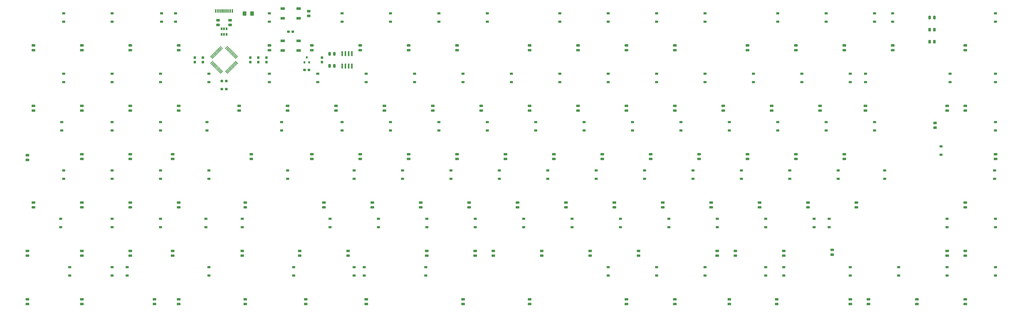
<source format=gbr>
G04 #@! TF.GenerationSoftware,KiCad,Pcbnew,(5.1.5)-3*
G04 #@! TF.CreationDate,2020-01-31T02:23:37+08:00*
G04 #@! TF.ProjectId,Mira,4d697261-2e6b-4696-9361-645f70636258,rev?*
G04 #@! TF.SameCoordinates,Original*
G04 #@! TF.FileFunction,Paste,Bot*
G04 #@! TF.FilePolarity,Positive*
%FSLAX46Y46*%
G04 Gerber Fmt 4.6, Leading zero omitted, Abs format (unit mm)*
G04 Created by KiCad (PCBNEW (5.1.5)-3) date 2020-01-31 02:23:37*
%MOMM*%
%LPD*%
G04 APERTURE LIST*
%ADD10C,1.000000*%
%ADD11R,1.200000X0.900000*%
%ADD12R,0.600000X1.450000*%
%ADD13R,0.300000X1.450000*%
%ADD14R,0.650000X1.060000*%
%ADD15R,0.800000X0.900000*%
%ADD16R,1.700000X1.000000*%
G04 APERTURE END LIST*
D10*
G36*
X227889517Y-105732424D02*
G01*
X227913178Y-105735934D01*
X227936382Y-105741746D01*
X227958904Y-105749804D01*
X227980528Y-105760032D01*
X228001045Y-105772329D01*
X228020258Y-105786579D01*
X228037982Y-105802643D01*
X228054046Y-105820367D01*
X228068296Y-105839580D01*
X228080593Y-105860097D01*
X228090821Y-105881721D01*
X228098879Y-105904243D01*
X228104691Y-105927447D01*
X228108201Y-105951108D01*
X228109375Y-105975000D01*
X228109375Y-106462500D01*
X228108201Y-106486392D01*
X228104691Y-106510053D01*
X228098879Y-106533257D01*
X228090821Y-106555779D01*
X228080593Y-106577403D01*
X228068296Y-106597920D01*
X228054046Y-106617133D01*
X228037982Y-106634857D01*
X228020258Y-106650921D01*
X228001045Y-106665171D01*
X227980528Y-106677468D01*
X227958904Y-106687696D01*
X227936382Y-106695754D01*
X227913178Y-106701566D01*
X227889517Y-106705076D01*
X227865625Y-106706250D01*
X226953125Y-106706250D01*
X226929233Y-106705076D01*
X226905572Y-106701566D01*
X226882368Y-106695754D01*
X226859846Y-106687696D01*
X226838222Y-106677468D01*
X226817705Y-106665171D01*
X226798492Y-106650921D01*
X226780768Y-106634857D01*
X226764704Y-106617133D01*
X226750454Y-106597920D01*
X226738157Y-106577403D01*
X226727929Y-106555779D01*
X226719871Y-106533257D01*
X226714059Y-106510053D01*
X226710549Y-106486392D01*
X226709375Y-106462500D01*
X226709375Y-105975000D01*
X226710549Y-105951108D01*
X226714059Y-105927447D01*
X226719871Y-105904243D01*
X226727929Y-105881721D01*
X226738157Y-105860097D01*
X226750454Y-105839580D01*
X226764704Y-105820367D01*
X226780768Y-105802643D01*
X226798492Y-105786579D01*
X226817705Y-105772329D01*
X226838222Y-105760032D01*
X226859846Y-105749804D01*
X226882368Y-105741746D01*
X226905572Y-105735934D01*
X226929233Y-105732424D01*
X226953125Y-105731250D01*
X227865625Y-105731250D01*
X227889517Y-105732424D01*
G37*
G36*
X227889517Y-107607424D02*
G01*
X227913178Y-107610934D01*
X227936382Y-107616746D01*
X227958904Y-107624804D01*
X227980528Y-107635032D01*
X228001045Y-107647329D01*
X228020258Y-107661579D01*
X228037982Y-107677643D01*
X228054046Y-107695367D01*
X228068296Y-107714580D01*
X228080593Y-107735097D01*
X228090821Y-107756721D01*
X228098879Y-107779243D01*
X228104691Y-107802447D01*
X228108201Y-107826108D01*
X228109375Y-107850000D01*
X228109375Y-108337500D01*
X228108201Y-108361392D01*
X228104691Y-108385053D01*
X228098879Y-108408257D01*
X228090821Y-108430779D01*
X228080593Y-108452403D01*
X228068296Y-108472920D01*
X228054046Y-108492133D01*
X228037982Y-108509857D01*
X228020258Y-108525921D01*
X228001045Y-108540171D01*
X227980528Y-108552468D01*
X227958904Y-108562696D01*
X227936382Y-108570754D01*
X227913178Y-108576566D01*
X227889517Y-108580076D01*
X227865625Y-108581250D01*
X226953125Y-108581250D01*
X226929233Y-108580076D01*
X226905572Y-108576566D01*
X226882368Y-108570754D01*
X226859846Y-108562696D01*
X226838222Y-108552468D01*
X226817705Y-108540171D01*
X226798492Y-108525921D01*
X226780768Y-108509857D01*
X226764704Y-108492133D01*
X226750454Y-108472920D01*
X226738157Y-108452403D01*
X226727929Y-108430779D01*
X226719871Y-108408257D01*
X226714059Y-108385053D01*
X226710549Y-108361392D01*
X226709375Y-108337500D01*
X226709375Y-107850000D01*
X226710549Y-107826108D01*
X226714059Y-107802447D01*
X226719871Y-107779243D01*
X226727929Y-107756721D01*
X226738157Y-107735097D01*
X226750454Y-107714580D01*
X226764704Y-107695367D01*
X226780768Y-107677643D01*
X226798492Y-107661579D01*
X226817705Y-107647329D01*
X226838222Y-107635032D01*
X226859846Y-107624804D01*
X226882368Y-107616746D01*
X226905572Y-107610934D01*
X226929233Y-107607424D01*
X226953125Y-107606250D01*
X227865625Y-107606250D01*
X227889517Y-107607424D01*
G37*
D11*
X239315625Y-96900000D03*
X239315625Y-93600000D03*
D10*
G36*
X246939517Y-105732424D02*
G01*
X246963178Y-105735934D01*
X246986382Y-105741746D01*
X247008904Y-105749804D01*
X247030528Y-105760032D01*
X247051045Y-105772329D01*
X247070258Y-105786579D01*
X247087982Y-105802643D01*
X247104046Y-105820367D01*
X247118296Y-105839580D01*
X247130593Y-105860097D01*
X247140821Y-105881721D01*
X247148879Y-105904243D01*
X247154691Y-105927447D01*
X247158201Y-105951108D01*
X247159375Y-105975000D01*
X247159375Y-106462500D01*
X247158201Y-106486392D01*
X247154691Y-106510053D01*
X247148879Y-106533257D01*
X247140821Y-106555779D01*
X247130593Y-106577403D01*
X247118296Y-106597920D01*
X247104046Y-106617133D01*
X247087982Y-106634857D01*
X247070258Y-106650921D01*
X247051045Y-106665171D01*
X247030528Y-106677468D01*
X247008904Y-106687696D01*
X246986382Y-106695754D01*
X246963178Y-106701566D01*
X246939517Y-106705076D01*
X246915625Y-106706250D01*
X246003125Y-106706250D01*
X245979233Y-106705076D01*
X245955572Y-106701566D01*
X245932368Y-106695754D01*
X245909846Y-106687696D01*
X245888222Y-106677468D01*
X245867705Y-106665171D01*
X245848492Y-106650921D01*
X245830768Y-106634857D01*
X245814704Y-106617133D01*
X245800454Y-106597920D01*
X245788157Y-106577403D01*
X245777929Y-106555779D01*
X245769871Y-106533257D01*
X245764059Y-106510053D01*
X245760549Y-106486392D01*
X245759375Y-106462500D01*
X245759375Y-105975000D01*
X245760549Y-105951108D01*
X245764059Y-105927447D01*
X245769871Y-105904243D01*
X245777929Y-105881721D01*
X245788157Y-105860097D01*
X245800454Y-105839580D01*
X245814704Y-105820367D01*
X245830768Y-105802643D01*
X245848492Y-105786579D01*
X245867705Y-105772329D01*
X245888222Y-105760032D01*
X245909846Y-105749804D01*
X245932368Y-105741746D01*
X245955572Y-105735934D01*
X245979233Y-105732424D01*
X246003125Y-105731250D01*
X246915625Y-105731250D01*
X246939517Y-105732424D01*
G37*
G36*
X246939517Y-107607424D02*
G01*
X246963178Y-107610934D01*
X246986382Y-107616746D01*
X247008904Y-107624804D01*
X247030528Y-107635032D01*
X247051045Y-107647329D01*
X247070258Y-107661579D01*
X247087982Y-107677643D01*
X247104046Y-107695367D01*
X247118296Y-107714580D01*
X247130593Y-107735097D01*
X247140821Y-107756721D01*
X247148879Y-107779243D01*
X247154691Y-107802447D01*
X247158201Y-107826108D01*
X247159375Y-107850000D01*
X247159375Y-108337500D01*
X247158201Y-108361392D01*
X247154691Y-108385053D01*
X247148879Y-108408257D01*
X247140821Y-108430779D01*
X247130593Y-108452403D01*
X247118296Y-108472920D01*
X247104046Y-108492133D01*
X247087982Y-108509857D01*
X247070258Y-108525921D01*
X247051045Y-108540171D01*
X247030528Y-108552468D01*
X247008904Y-108562696D01*
X246986382Y-108570754D01*
X246963178Y-108576566D01*
X246939517Y-108580076D01*
X246915625Y-108581250D01*
X246003125Y-108581250D01*
X245979233Y-108580076D01*
X245955572Y-108576566D01*
X245932368Y-108570754D01*
X245909846Y-108562696D01*
X245888222Y-108552468D01*
X245867705Y-108540171D01*
X245848492Y-108525921D01*
X245830768Y-108509857D01*
X245814704Y-108492133D01*
X245800454Y-108472920D01*
X245788157Y-108452403D01*
X245777929Y-108430779D01*
X245769871Y-108408257D01*
X245764059Y-108385053D01*
X245760549Y-108361392D01*
X245759375Y-108337500D01*
X245759375Y-107850000D01*
X245760549Y-107826108D01*
X245764059Y-107802447D01*
X245769871Y-107779243D01*
X245777929Y-107756721D01*
X245788157Y-107735097D01*
X245800454Y-107714580D01*
X245814704Y-107695367D01*
X245830768Y-107677643D01*
X245848492Y-107661579D01*
X245867705Y-107647329D01*
X245888222Y-107635032D01*
X245909846Y-107624804D01*
X245932368Y-107616746D01*
X245955572Y-107610934D01*
X245979233Y-107607424D01*
X246003125Y-107606250D01*
X246915625Y-107606250D01*
X246939517Y-107607424D01*
G37*
G36*
X163595767Y-105732424D02*
G01*
X163619428Y-105735934D01*
X163642632Y-105741746D01*
X163665154Y-105749804D01*
X163686778Y-105760032D01*
X163707295Y-105772329D01*
X163726508Y-105786579D01*
X163744232Y-105802643D01*
X163760296Y-105820367D01*
X163774546Y-105839580D01*
X163786843Y-105860097D01*
X163797071Y-105881721D01*
X163805129Y-105904243D01*
X163810941Y-105927447D01*
X163814451Y-105951108D01*
X163815625Y-105975000D01*
X163815625Y-106462500D01*
X163814451Y-106486392D01*
X163810941Y-106510053D01*
X163805129Y-106533257D01*
X163797071Y-106555779D01*
X163786843Y-106577403D01*
X163774546Y-106597920D01*
X163760296Y-106617133D01*
X163744232Y-106634857D01*
X163726508Y-106650921D01*
X163707295Y-106665171D01*
X163686778Y-106677468D01*
X163665154Y-106687696D01*
X163642632Y-106695754D01*
X163619428Y-106701566D01*
X163595767Y-106705076D01*
X163571875Y-106706250D01*
X162659375Y-106706250D01*
X162635483Y-106705076D01*
X162611822Y-106701566D01*
X162588618Y-106695754D01*
X162566096Y-106687696D01*
X162544472Y-106677468D01*
X162523955Y-106665171D01*
X162504742Y-106650921D01*
X162487018Y-106634857D01*
X162470954Y-106617133D01*
X162456704Y-106597920D01*
X162444407Y-106577403D01*
X162434179Y-106555779D01*
X162426121Y-106533257D01*
X162420309Y-106510053D01*
X162416799Y-106486392D01*
X162415625Y-106462500D01*
X162415625Y-105975000D01*
X162416799Y-105951108D01*
X162420309Y-105927447D01*
X162426121Y-105904243D01*
X162434179Y-105881721D01*
X162444407Y-105860097D01*
X162456704Y-105839580D01*
X162470954Y-105820367D01*
X162487018Y-105802643D01*
X162504742Y-105786579D01*
X162523955Y-105772329D01*
X162544472Y-105760032D01*
X162566096Y-105749804D01*
X162588618Y-105741746D01*
X162611822Y-105735934D01*
X162635483Y-105732424D01*
X162659375Y-105731250D01*
X163571875Y-105731250D01*
X163595767Y-105732424D01*
G37*
G36*
X163595767Y-107607424D02*
G01*
X163619428Y-107610934D01*
X163642632Y-107616746D01*
X163665154Y-107624804D01*
X163686778Y-107635032D01*
X163707295Y-107647329D01*
X163726508Y-107661579D01*
X163744232Y-107677643D01*
X163760296Y-107695367D01*
X163774546Y-107714580D01*
X163786843Y-107735097D01*
X163797071Y-107756721D01*
X163805129Y-107779243D01*
X163810941Y-107802447D01*
X163814451Y-107826108D01*
X163815625Y-107850000D01*
X163815625Y-108337500D01*
X163814451Y-108361392D01*
X163810941Y-108385053D01*
X163805129Y-108408257D01*
X163797071Y-108430779D01*
X163786843Y-108452403D01*
X163774546Y-108472920D01*
X163760296Y-108492133D01*
X163744232Y-108509857D01*
X163726508Y-108525921D01*
X163707295Y-108540171D01*
X163686778Y-108552468D01*
X163665154Y-108562696D01*
X163642632Y-108570754D01*
X163619428Y-108576566D01*
X163595767Y-108580076D01*
X163571875Y-108581250D01*
X162659375Y-108581250D01*
X162635483Y-108580076D01*
X162611822Y-108576566D01*
X162588618Y-108570754D01*
X162566096Y-108562696D01*
X162544472Y-108552468D01*
X162523955Y-108540171D01*
X162504742Y-108525921D01*
X162487018Y-108509857D01*
X162470954Y-108492133D01*
X162456704Y-108472920D01*
X162444407Y-108452403D01*
X162434179Y-108430779D01*
X162426121Y-108408257D01*
X162420309Y-108385053D01*
X162416799Y-108361392D01*
X162415625Y-108337500D01*
X162415625Y-107850000D01*
X162416799Y-107826108D01*
X162420309Y-107802447D01*
X162426121Y-107779243D01*
X162434179Y-107756721D01*
X162444407Y-107735097D01*
X162456704Y-107714580D01*
X162470954Y-107695367D01*
X162487018Y-107677643D01*
X162504742Y-107661579D01*
X162523955Y-107647329D01*
X162544472Y-107635032D01*
X162566096Y-107624804D01*
X162588618Y-107616746D01*
X162611822Y-107610934D01*
X162635483Y-107607424D01*
X162659375Y-107606250D01*
X163571875Y-107606250D01*
X163595767Y-107607424D01*
G37*
D11*
X258365625Y-96900000D03*
X258365625Y-93600000D03*
X148431250Y-96900000D03*
X148431250Y-93600000D03*
D10*
G36*
X348867642Y-4063674D02*
G01*
X348891303Y-4067184D01*
X348914507Y-4072996D01*
X348937029Y-4081054D01*
X348958653Y-4091282D01*
X348979170Y-4103579D01*
X348998383Y-4117829D01*
X349016107Y-4133893D01*
X349032171Y-4151617D01*
X349046421Y-4170830D01*
X349058718Y-4191347D01*
X349068946Y-4212971D01*
X349077004Y-4235493D01*
X349082816Y-4258697D01*
X349086326Y-4282358D01*
X349087500Y-4306250D01*
X349087500Y-5218750D01*
X349086326Y-5242642D01*
X349082816Y-5266303D01*
X349077004Y-5289507D01*
X349068946Y-5312029D01*
X349058718Y-5333653D01*
X349046421Y-5354170D01*
X349032171Y-5373383D01*
X349016107Y-5391107D01*
X348998383Y-5407171D01*
X348979170Y-5421421D01*
X348958653Y-5433718D01*
X348937029Y-5443946D01*
X348914507Y-5452004D01*
X348891303Y-5457816D01*
X348867642Y-5461326D01*
X348843750Y-5462500D01*
X348356250Y-5462500D01*
X348332358Y-5461326D01*
X348308697Y-5457816D01*
X348285493Y-5452004D01*
X348262971Y-5443946D01*
X348241347Y-5433718D01*
X348220830Y-5421421D01*
X348201617Y-5407171D01*
X348183893Y-5391107D01*
X348167829Y-5373383D01*
X348153579Y-5354170D01*
X348141282Y-5333653D01*
X348131054Y-5312029D01*
X348122996Y-5289507D01*
X348117184Y-5266303D01*
X348113674Y-5242642D01*
X348112500Y-5218750D01*
X348112500Y-4306250D01*
X348113674Y-4282358D01*
X348117184Y-4258697D01*
X348122996Y-4235493D01*
X348131054Y-4212971D01*
X348141282Y-4191347D01*
X348153579Y-4170830D01*
X348167829Y-4151617D01*
X348183893Y-4133893D01*
X348201617Y-4117829D01*
X348220830Y-4103579D01*
X348241347Y-4091282D01*
X348262971Y-4081054D01*
X348285493Y-4072996D01*
X348308697Y-4067184D01*
X348332358Y-4063674D01*
X348356250Y-4062500D01*
X348843750Y-4062500D01*
X348867642Y-4063674D01*
G37*
G36*
X346992642Y-4063674D02*
G01*
X347016303Y-4067184D01*
X347039507Y-4072996D01*
X347062029Y-4081054D01*
X347083653Y-4091282D01*
X347104170Y-4103579D01*
X347123383Y-4117829D01*
X347141107Y-4133893D01*
X347157171Y-4151617D01*
X347171421Y-4170830D01*
X347183718Y-4191347D01*
X347193946Y-4212971D01*
X347202004Y-4235493D01*
X347207816Y-4258697D01*
X347211326Y-4282358D01*
X347212500Y-4306250D01*
X347212500Y-5218750D01*
X347211326Y-5242642D01*
X347207816Y-5266303D01*
X347202004Y-5289507D01*
X347193946Y-5312029D01*
X347183718Y-5333653D01*
X347171421Y-5354170D01*
X347157171Y-5373383D01*
X347141107Y-5391107D01*
X347123383Y-5407171D01*
X347104170Y-5421421D01*
X347083653Y-5433718D01*
X347062029Y-5443946D01*
X347039507Y-5452004D01*
X347016303Y-5457816D01*
X346992642Y-5461326D01*
X346968750Y-5462500D01*
X346481250Y-5462500D01*
X346457358Y-5461326D01*
X346433697Y-5457816D01*
X346410493Y-5452004D01*
X346387971Y-5443946D01*
X346366347Y-5433718D01*
X346345830Y-5421421D01*
X346326617Y-5407171D01*
X346308893Y-5391107D01*
X346292829Y-5373383D01*
X346278579Y-5354170D01*
X346266282Y-5333653D01*
X346256054Y-5312029D01*
X346247996Y-5289507D01*
X346242184Y-5266303D01*
X346238674Y-5242642D01*
X346237500Y-5218750D01*
X346237500Y-4306250D01*
X346238674Y-4282358D01*
X346242184Y-4258697D01*
X346247996Y-4235493D01*
X346256054Y-4212971D01*
X346266282Y-4191347D01*
X346278579Y-4170830D01*
X346292829Y-4151617D01*
X346308893Y-4133893D01*
X346326617Y-4117829D01*
X346345830Y-4103579D01*
X346366347Y-4091282D01*
X346387971Y-4081054D01*
X346410493Y-4072996D01*
X346433697Y-4067184D01*
X346457358Y-4063674D01*
X346481250Y-4062500D01*
X346968750Y-4062500D01*
X346992642Y-4063674D01*
G37*
G36*
X348867642Y698826D02*
G01*
X348891303Y695316D01*
X348914507Y689504D01*
X348937029Y681446D01*
X348958653Y671218D01*
X348979170Y658921D01*
X348998383Y644671D01*
X349016107Y628607D01*
X349032171Y610883D01*
X349046421Y591670D01*
X349058718Y571153D01*
X349068946Y549529D01*
X349077004Y527007D01*
X349082816Y503803D01*
X349086326Y480142D01*
X349087500Y456250D01*
X349087500Y-456250D01*
X349086326Y-480142D01*
X349082816Y-503803D01*
X349077004Y-527007D01*
X349068946Y-549529D01*
X349058718Y-571153D01*
X349046421Y-591670D01*
X349032171Y-610883D01*
X349016107Y-628607D01*
X348998383Y-644671D01*
X348979170Y-658921D01*
X348958653Y-671218D01*
X348937029Y-681446D01*
X348914507Y-689504D01*
X348891303Y-695316D01*
X348867642Y-698826D01*
X348843750Y-700000D01*
X348356250Y-700000D01*
X348332358Y-698826D01*
X348308697Y-695316D01*
X348285493Y-689504D01*
X348262971Y-681446D01*
X348241347Y-671218D01*
X348220830Y-658921D01*
X348201617Y-644671D01*
X348183893Y-628607D01*
X348167829Y-610883D01*
X348153579Y-591670D01*
X348141282Y-571153D01*
X348131054Y-549529D01*
X348122996Y-527007D01*
X348117184Y-503803D01*
X348113674Y-480142D01*
X348112500Y-456250D01*
X348112500Y456250D01*
X348113674Y480142D01*
X348117184Y503803D01*
X348122996Y527007D01*
X348131054Y549529D01*
X348141282Y571153D01*
X348153579Y591670D01*
X348167829Y610883D01*
X348183893Y628607D01*
X348201617Y644671D01*
X348220830Y658921D01*
X348241347Y671218D01*
X348262971Y681446D01*
X348285493Y689504D01*
X348308697Y695316D01*
X348332358Y698826D01*
X348356250Y700000D01*
X348843750Y700000D01*
X348867642Y698826D01*
G37*
G36*
X346992642Y698826D02*
G01*
X347016303Y695316D01*
X347039507Y689504D01*
X347062029Y681446D01*
X347083653Y671218D01*
X347104170Y658921D01*
X347123383Y644671D01*
X347141107Y628607D01*
X347157171Y610883D01*
X347171421Y591670D01*
X347183718Y571153D01*
X347193946Y549529D01*
X347202004Y527007D01*
X347207816Y503803D01*
X347211326Y480142D01*
X347212500Y456250D01*
X347212500Y-456250D01*
X347211326Y-480142D01*
X347207816Y-503803D01*
X347202004Y-527007D01*
X347193946Y-549529D01*
X347183718Y-571153D01*
X347171421Y-591670D01*
X347157171Y-610883D01*
X347141107Y-628607D01*
X347123383Y-644671D01*
X347104170Y-658921D01*
X347083653Y-671218D01*
X347062029Y-681446D01*
X347039507Y-689504D01*
X347016303Y-695316D01*
X346992642Y-698826D01*
X346968750Y-700000D01*
X346481250Y-700000D01*
X346457358Y-698826D01*
X346433697Y-695316D01*
X346410493Y-689504D01*
X346387971Y-681446D01*
X346366347Y-671218D01*
X346345830Y-658921D01*
X346326617Y-644671D01*
X346308893Y-628607D01*
X346292829Y-610883D01*
X346278579Y-591670D01*
X346266282Y-571153D01*
X346256054Y-549529D01*
X346247996Y-527007D01*
X346242184Y-503803D01*
X346238674Y-480142D01*
X346237500Y-456250D01*
X346237500Y456250D01*
X346238674Y480142D01*
X346242184Y503803D01*
X346247996Y527007D01*
X346256054Y549529D01*
X346266282Y571153D01*
X346278579Y591670D01*
X346292829Y610883D01*
X346308893Y628607D01*
X346326617Y644671D01*
X346345830Y658921D01*
X346366347Y671218D01*
X346387971Y681446D01*
X346410493Y689504D01*
X346433697Y695316D01*
X346457358Y698826D01*
X346481250Y700000D01*
X346968750Y700000D01*
X346992642Y698826D01*
G37*
G36*
X348867642Y5461326D02*
G01*
X348891303Y5457816D01*
X348914507Y5452004D01*
X348937029Y5443946D01*
X348958653Y5433718D01*
X348979170Y5421421D01*
X348998383Y5407171D01*
X349016107Y5391107D01*
X349032171Y5373383D01*
X349046421Y5354170D01*
X349058718Y5333653D01*
X349068946Y5312029D01*
X349077004Y5289507D01*
X349082816Y5266303D01*
X349086326Y5242642D01*
X349087500Y5218750D01*
X349087500Y4306250D01*
X349086326Y4282358D01*
X349082816Y4258697D01*
X349077004Y4235493D01*
X349068946Y4212971D01*
X349058718Y4191347D01*
X349046421Y4170830D01*
X349032171Y4151617D01*
X349016107Y4133893D01*
X348998383Y4117829D01*
X348979170Y4103579D01*
X348958653Y4091282D01*
X348937029Y4081054D01*
X348914507Y4072996D01*
X348891303Y4067184D01*
X348867642Y4063674D01*
X348843750Y4062500D01*
X348356250Y4062500D01*
X348332358Y4063674D01*
X348308697Y4067184D01*
X348285493Y4072996D01*
X348262971Y4081054D01*
X348241347Y4091282D01*
X348220830Y4103579D01*
X348201617Y4117829D01*
X348183893Y4133893D01*
X348167829Y4151617D01*
X348153579Y4170830D01*
X348141282Y4191347D01*
X348131054Y4212971D01*
X348122996Y4235493D01*
X348117184Y4258697D01*
X348113674Y4282358D01*
X348112500Y4306250D01*
X348112500Y5218750D01*
X348113674Y5242642D01*
X348117184Y5266303D01*
X348122996Y5289507D01*
X348131054Y5312029D01*
X348141282Y5333653D01*
X348153579Y5354170D01*
X348167829Y5373383D01*
X348183893Y5391107D01*
X348201617Y5407171D01*
X348220830Y5421421D01*
X348241347Y5433718D01*
X348262971Y5443946D01*
X348285493Y5452004D01*
X348308697Y5457816D01*
X348332358Y5461326D01*
X348356250Y5462500D01*
X348843750Y5462500D01*
X348867642Y5461326D01*
G37*
G36*
X346992642Y5461326D02*
G01*
X347016303Y5457816D01*
X347039507Y5452004D01*
X347062029Y5443946D01*
X347083653Y5433718D01*
X347104170Y5421421D01*
X347123383Y5407171D01*
X347141107Y5391107D01*
X347157171Y5373383D01*
X347171421Y5354170D01*
X347183718Y5333653D01*
X347193946Y5312029D01*
X347202004Y5289507D01*
X347207816Y5266303D01*
X347211326Y5242642D01*
X347212500Y5218750D01*
X347212500Y4306250D01*
X347211326Y4282358D01*
X347207816Y4258697D01*
X347202004Y4235493D01*
X347193946Y4212971D01*
X347183718Y4191347D01*
X347171421Y4170830D01*
X347157171Y4151617D01*
X347141107Y4133893D01*
X347123383Y4117829D01*
X347104170Y4103579D01*
X347083653Y4091282D01*
X347062029Y4081054D01*
X347039507Y4072996D01*
X347016303Y4067184D01*
X346992642Y4063674D01*
X346968750Y4062500D01*
X346481250Y4062500D01*
X346457358Y4063674D01*
X346433697Y4067184D01*
X346410493Y4072996D01*
X346387971Y4081054D01*
X346366347Y4091282D01*
X346345830Y4103579D01*
X346326617Y4117829D01*
X346308893Y4133893D01*
X346292829Y4151617D01*
X346278579Y4170830D01*
X346266282Y4191347D01*
X346256054Y4212971D01*
X346247996Y4235493D01*
X346242184Y4258697D01*
X346238674Y4282358D01*
X346237500Y4306250D01*
X346237500Y5218750D01*
X346238674Y5242642D01*
X346242184Y5266303D01*
X346247996Y5289507D01*
X346256054Y5312029D01*
X346266282Y5333653D01*
X346278579Y5354170D01*
X346292829Y5373383D01*
X346308893Y5391107D01*
X346326617Y5407171D01*
X346345830Y5421421D01*
X346366347Y5433718D01*
X346387971Y5443946D01*
X346410493Y5452004D01*
X346433697Y5457816D01*
X346457358Y5461326D01*
X346481250Y5462500D01*
X346968750Y5462500D01*
X346992642Y5461326D01*
G37*
G36*
X315995767Y-105732424D02*
G01*
X316019428Y-105735934D01*
X316042632Y-105741746D01*
X316065154Y-105749804D01*
X316086778Y-105760032D01*
X316107295Y-105772329D01*
X316126508Y-105786579D01*
X316144232Y-105802643D01*
X316160296Y-105820367D01*
X316174546Y-105839580D01*
X316186843Y-105860097D01*
X316197071Y-105881721D01*
X316205129Y-105904243D01*
X316210941Y-105927447D01*
X316214451Y-105951108D01*
X316215625Y-105975000D01*
X316215625Y-106462500D01*
X316214451Y-106486392D01*
X316210941Y-106510053D01*
X316205129Y-106533257D01*
X316197071Y-106555779D01*
X316186843Y-106577403D01*
X316174546Y-106597920D01*
X316160296Y-106617133D01*
X316144232Y-106634857D01*
X316126508Y-106650921D01*
X316107295Y-106665171D01*
X316086778Y-106677468D01*
X316065154Y-106687696D01*
X316042632Y-106695754D01*
X316019428Y-106701566D01*
X315995767Y-106705076D01*
X315971875Y-106706250D01*
X315059375Y-106706250D01*
X315035483Y-106705076D01*
X315011822Y-106701566D01*
X314988618Y-106695754D01*
X314966096Y-106687696D01*
X314944472Y-106677468D01*
X314923955Y-106665171D01*
X314904742Y-106650921D01*
X314887018Y-106634857D01*
X314870954Y-106617133D01*
X314856704Y-106597920D01*
X314844407Y-106577403D01*
X314834179Y-106555779D01*
X314826121Y-106533257D01*
X314820309Y-106510053D01*
X314816799Y-106486392D01*
X314815625Y-106462500D01*
X314815625Y-105975000D01*
X314816799Y-105951108D01*
X314820309Y-105927447D01*
X314826121Y-105904243D01*
X314834179Y-105881721D01*
X314844407Y-105860097D01*
X314856704Y-105839580D01*
X314870954Y-105820367D01*
X314887018Y-105802643D01*
X314904742Y-105786579D01*
X314923955Y-105772329D01*
X314944472Y-105760032D01*
X314966096Y-105749804D01*
X314988618Y-105741746D01*
X315011822Y-105735934D01*
X315035483Y-105732424D01*
X315059375Y-105731250D01*
X315971875Y-105731250D01*
X315995767Y-105732424D01*
G37*
G36*
X315995767Y-107607424D02*
G01*
X316019428Y-107610934D01*
X316042632Y-107616746D01*
X316065154Y-107624804D01*
X316086778Y-107635032D01*
X316107295Y-107647329D01*
X316126508Y-107661579D01*
X316144232Y-107677643D01*
X316160296Y-107695367D01*
X316174546Y-107714580D01*
X316186843Y-107735097D01*
X316197071Y-107756721D01*
X316205129Y-107779243D01*
X316210941Y-107802447D01*
X316214451Y-107826108D01*
X316215625Y-107850000D01*
X316215625Y-108337500D01*
X316214451Y-108361392D01*
X316210941Y-108385053D01*
X316205129Y-108408257D01*
X316197071Y-108430779D01*
X316186843Y-108452403D01*
X316174546Y-108472920D01*
X316160296Y-108492133D01*
X316144232Y-108509857D01*
X316126508Y-108525921D01*
X316107295Y-108540171D01*
X316086778Y-108552468D01*
X316065154Y-108562696D01*
X316042632Y-108570754D01*
X316019428Y-108576566D01*
X315995767Y-108580076D01*
X315971875Y-108581250D01*
X315059375Y-108581250D01*
X315035483Y-108580076D01*
X315011822Y-108576566D01*
X314988618Y-108570754D01*
X314966096Y-108562696D01*
X314944472Y-108552468D01*
X314923955Y-108540171D01*
X314904742Y-108525921D01*
X314887018Y-108509857D01*
X314870954Y-108492133D01*
X314856704Y-108472920D01*
X314844407Y-108452403D01*
X314834179Y-108430779D01*
X314826121Y-108408257D01*
X314820309Y-108385053D01*
X314816799Y-108361392D01*
X314815625Y-108337500D01*
X314815625Y-107850000D01*
X314816799Y-107826108D01*
X314820309Y-107802447D01*
X314826121Y-107779243D01*
X314834179Y-107756721D01*
X314844407Y-107735097D01*
X314856704Y-107714580D01*
X314870954Y-107695367D01*
X314887018Y-107677643D01*
X314904742Y-107661579D01*
X314923955Y-107647329D01*
X314944472Y-107635032D01*
X314966096Y-107624804D01*
X314988618Y-107616746D01*
X315011822Y-107610934D01*
X315035483Y-107607424D01*
X315059375Y-107606250D01*
X315971875Y-107606250D01*
X315995767Y-107607424D01*
G37*
D11*
X315515625Y-96900000D03*
X315515625Y-93600000D03*
D10*
G36*
X74366902Y-10311332D02*
G01*
X74374183Y-10312412D01*
X74381322Y-10314200D01*
X74388252Y-10316680D01*
X74394906Y-10319827D01*
X74401219Y-10323611D01*
X74407130Y-10327995D01*
X74412584Y-10332938D01*
X74518650Y-10439004D01*
X74523593Y-10444458D01*
X74527977Y-10450369D01*
X74531761Y-10456682D01*
X74534908Y-10463336D01*
X74537388Y-10470266D01*
X74539176Y-10477405D01*
X74540256Y-10484686D01*
X74540617Y-10492037D01*
X74540256Y-10499388D01*
X74539176Y-10506669D01*
X74537388Y-10513808D01*
X74534908Y-10520738D01*
X74531761Y-10527392D01*
X74527977Y-10533705D01*
X74523593Y-10539616D01*
X74518650Y-10545070D01*
X73581734Y-11481986D01*
X73576280Y-11486929D01*
X73570369Y-11491313D01*
X73564056Y-11495097D01*
X73557402Y-11498244D01*
X73550472Y-11500724D01*
X73543333Y-11502512D01*
X73536052Y-11503592D01*
X73528701Y-11503953D01*
X73521350Y-11503592D01*
X73514069Y-11502512D01*
X73506930Y-11500724D01*
X73500000Y-11498244D01*
X73493346Y-11495097D01*
X73487033Y-11491313D01*
X73481122Y-11486929D01*
X73475668Y-11481986D01*
X73369602Y-11375920D01*
X73364659Y-11370466D01*
X73360275Y-11364555D01*
X73356491Y-11358242D01*
X73353344Y-11351588D01*
X73350864Y-11344658D01*
X73349076Y-11337519D01*
X73347996Y-11330238D01*
X73347635Y-11322887D01*
X73347996Y-11315536D01*
X73349076Y-11308255D01*
X73350864Y-11301116D01*
X73353344Y-11294186D01*
X73356491Y-11287532D01*
X73360275Y-11281219D01*
X73364659Y-11275308D01*
X73369602Y-11269854D01*
X74306518Y-10332938D01*
X74311972Y-10327995D01*
X74317883Y-10323611D01*
X74324196Y-10319827D01*
X74330850Y-10316680D01*
X74337780Y-10314200D01*
X74344919Y-10312412D01*
X74352200Y-10311332D01*
X74359551Y-10310971D01*
X74366902Y-10311332D01*
G37*
G36*
X74013348Y-9957778D02*
G01*
X74020629Y-9958858D01*
X74027768Y-9960646D01*
X74034698Y-9963126D01*
X74041352Y-9966273D01*
X74047665Y-9970057D01*
X74053576Y-9974441D01*
X74059030Y-9979384D01*
X74165096Y-10085450D01*
X74170039Y-10090904D01*
X74174423Y-10096815D01*
X74178207Y-10103128D01*
X74181354Y-10109782D01*
X74183834Y-10116712D01*
X74185622Y-10123851D01*
X74186702Y-10131132D01*
X74187063Y-10138483D01*
X74186702Y-10145834D01*
X74185622Y-10153115D01*
X74183834Y-10160254D01*
X74181354Y-10167184D01*
X74178207Y-10173838D01*
X74174423Y-10180151D01*
X74170039Y-10186062D01*
X74165096Y-10191516D01*
X73228180Y-11128432D01*
X73222726Y-11133375D01*
X73216815Y-11137759D01*
X73210502Y-11141543D01*
X73203848Y-11144690D01*
X73196918Y-11147170D01*
X73189779Y-11148958D01*
X73182498Y-11150038D01*
X73175147Y-11150399D01*
X73167796Y-11150038D01*
X73160515Y-11148958D01*
X73153376Y-11147170D01*
X73146446Y-11144690D01*
X73139792Y-11141543D01*
X73133479Y-11137759D01*
X73127568Y-11133375D01*
X73122114Y-11128432D01*
X73016048Y-11022366D01*
X73011105Y-11016912D01*
X73006721Y-11011001D01*
X73002937Y-11004688D01*
X72999790Y-10998034D01*
X72997310Y-10991104D01*
X72995522Y-10983965D01*
X72994442Y-10976684D01*
X72994081Y-10969333D01*
X72994442Y-10961982D01*
X72995522Y-10954701D01*
X72997310Y-10947562D01*
X72999790Y-10940632D01*
X73002937Y-10933978D01*
X73006721Y-10927665D01*
X73011105Y-10921754D01*
X73016048Y-10916300D01*
X73952964Y-9979384D01*
X73958418Y-9974441D01*
X73964329Y-9970057D01*
X73970642Y-9966273D01*
X73977296Y-9963126D01*
X73984226Y-9960646D01*
X73991365Y-9958858D01*
X73998646Y-9957778D01*
X74005997Y-9957417D01*
X74013348Y-9957778D01*
G37*
G36*
X73659795Y-9604225D02*
G01*
X73667076Y-9605305D01*
X73674215Y-9607093D01*
X73681145Y-9609573D01*
X73687799Y-9612720D01*
X73694112Y-9616504D01*
X73700023Y-9620888D01*
X73705477Y-9625831D01*
X73811543Y-9731897D01*
X73816486Y-9737351D01*
X73820870Y-9743262D01*
X73824654Y-9749575D01*
X73827801Y-9756229D01*
X73830281Y-9763159D01*
X73832069Y-9770298D01*
X73833149Y-9777579D01*
X73833510Y-9784930D01*
X73833149Y-9792281D01*
X73832069Y-9799562D01*
X73830281Y-9806701D01*
X73827801Y-9813631D01*
X73824654Y-9820285D01*
X73820870Y-9826598D01*
X73816486Y-9832509D01*
X73811543Y-9837963D01*
X72874627Y-10774879D01*
X72869173Y-10779822D01*
X72863262Y-10784206D01*
X72856949Y-10787990D01*
X72850295Y-10791137D01*
X72843365Y-10793617D01*
X72836226Y-10795405D01*
X72828945Y-10796485D01*
X72821594Y-10796846D01*
X72814243Y-10796485D01*
X72806962Y-10795405D01*
X72799823Y-10793617D01*
X72792893Y-10791137D01*
X72786239Y-10787990D01*
X72779926Y-10784206D01*
X72774015Y-10779822D01*
X72768561Y-10774879D01*
X72662495Y-10668813D01*
X72657552Y-10663359D01*
X72653168Y-10657448D01*
X72649384Y-10651135D01*
X72646237Y-10644481D01*
X72643757Y-10637551D01*
X72641969Y-10630412D01*
X72640889Y-10623131D01*
X72640528Y-10615780D01*
X72640889Y-10608429D01*
X72641969Y-10601148D01*
X72643757Y-10594009D01*
X72646237Y-10587079D01*
X72649384Y-10580425D01*
X72653168Y-10574112D01*
X72657552Y-10568201D01*
X72662495Y-10562747D01*
X73599411Y-9625831D01*
X73604865Y-9620888D01*
X73610776Y-9616504D01*
X73617089Y-9612720D01*
X73623743Y-9609573D01*
X73630673Y-9607093D01*
X73637812Y-9605305D01*
X73645093Y-9604225D01*
X73652444Y-9603864D01*
X73659795Y-9604225D01*
G37*
G36*
X73306241Y-9250671D02*
G01*
X73313522Y-9251751D01*
X73320661Y-9253539D01*
X73327591Y-9256019D01*
X73334245Y-9259166D01*
X73340558Y-9262950D01*
X73346469Y-9267334D01*
X73351923Y-9272277D01*
X73457989Y-9378343D01*
X73462932Y-9383797D01*
X73467316Y-9389708D01*
X73471100Y-9396021D01*
X73474247Y-9402675D01*
X73476727Y-9409605D01*
X73478515Y-9416744D01*
X73479595Y-9424025D01*
X73479956Y-9431376D01*
X73479595Y-9438727D01*
X73478515Y-9446008D01*
X73476727Y-9453147D01*
X73474247Y-9460077D01*
X73471100Y-9466731D01*
X73467316Y-9473044D01*
X73462932Y-9478955D01*
X73457989Y-9484409D01*
X72521073Y-10421325D01*
X72515619Y-10426268D01*
X72509708Y-10430652D01*
X72503395Y-10434436D01*
X72496741Y-10437583D01*
X72489811Y-10440063D01*
X72482672Y-10441851D01*
X72475391Y-10442931D01*
X72468040Y-10443292D01*
X72460689Y-10442931D01*
X72453408Y-10441851D01*
X72446269Y-10440063D01*
X72439339Y-10437583D01*
X72432685Y-10434436D01*
X72426372Y-10430652D01*
X72420461Y-10426268D01*
X72415007Y-10421325D01*
X72308941Y-10315259D01*
X72303998Y-10309805D01*
X72299614Y-10303894D01*
X72295830Y-10297581D01*
X72292683Y-10290927D01*
X72290203Y-10283997D01*
X72288415Y-10276858D01*
X72287335Y-10269577D01*
X72286974Y-10262226D01*
X72287335Y-10254875D01*
X72288415Y-10247594D01*
X72290203Y-10240455D01*
X72292683Y-10233525D01*
X72295830Y-10226871D01*
X72299614Y-10220558D01*
X72303998Y-10214647D01*
X72308941Y-10209193D01*
X73245857Y-9272277D01*
X73251311Y-9267334D01*
X73257222Y-9262950D01*
X73263535Y-9259166D01*
X73270189Y-9256019D01*
X73277119Y-9253539D01*
X73284258Y-9251751D01*
X73291539Y-9250671D01*
X73298890Y-9250310D01*
X73306241Y-9250671D01*
G37*
G36*
X72952688Y-8897118D02*
G01*
X72959969Y-8898198D01*
X72967108Y-8899986D01*
X72974038Y-8902466D01*
X72980692Y-8905613D01*
X72987005Y-8909397D01*
X72992916Y-8913781D01*
X72998370Y-8918724D01*
X73104436Y-9024790D01*
X73109379Y-9030244D01*
X73113763Y-9036155D01*
X73117547Y-9042468D01*
X73120694Y-9049122D01*
X73123174Y-9056052D01*
X73124962Y-9063191D01*
X73126042Y-9070472D01*
X73126403Y-9077823D01*
X73126042Y-9085174D01*
X73124962Y-9092455D01*
X73123174Y-9099594D01*
X73120694Y-9106524D01*
X73117547Y-9113178D01*
X73113763Y-9119491D01*
X73109379Y-9125402D01*
X73104436Y-9130856D01*
X72167520Y-10067772D01*
X72162066Y-10072715D01*
X72156155Y-10077099D01*
X72149842Y-10080883D01*
X72143188Y-10084030D01*
X72136258Y-10086510D01*
X72129119Y-10088298D01*
X72121838Y-10089378D01*
X72114487Y-10089739D01*
X72107136Y-10089378D01*
X72099855Y-10088298D01*
X72092716Y-10086510D01*
X72085786Y-10084030D01*
X72079132Y-10080883D01*
X72072819Y-10077099D01*
X72066908Y-10072715D01*
X72061454Y-10067772D01*
X71955388Y-9961706D01*
X71950445Y-9956252D01*
X71946061Y-9950341D01*
X71942277Y-9944028D01*
X71939130Y-9937374D01*
X71936650Y-9930444D01*
X71934862Y-9923305D01*
X71933782Y-9916024D01*
X71933421Y-9908673D01*
X71933782Y-9901322D01*
X71934862Y-9894041D01*
X71936650Y-9886902D01*
X71939130Y-9879972D01*
X71942277Y-9873318D01*
X71946061Y-9867005D01*
X71950445Y-9861094D01*
X71955388Y-9855640D01*
X72892304Y-8918724D01*
X72897758Y-8913781D01*
X72903669Y-8909397D01*
X72909982Y-8905613D01*
X72916636Y-8902466D01*
X72923566Y-8899986D01*
X72930705Y-8898198D01*
X72937986Y-8897118D01*
X72945337Y-8896757D01*
X72952688Y-8897118D01*
G37*
G36*
X72599135Y-8543565D02*
G01*
X72606416Y-8544645D01*
X72613555Y-8546433D01*
X72620485Y-8548913D01*
X72627139Y-8552060D01*
X72633452Y-8555844D01*
X72639363Y-8560228D01*
X72644817Y-8565171D01*
X72750883Y-8671237D01*
X72755826Y-8676691D01*
X72760210Y-8682602D01*
X72763994Y-8688915D01*
X72767141Y-8695569D01*
X72769621Y-8702499D01*
X72771409Y-8709638D01*
X72772489Y-8716919D01*
X72772850Y-8724270D01*
X72772489Y-8731621D01*
X72771409Y-8738902D01*
X72769621Y-8746041D01*
X72767141Y-8752971D01*
X72763994Y-8759625D01*
X72760210Y-8765938D01*
X72755826Y-8771849D01*
X72750883Y-8777303D01*
X71813967Y-9714219D01*
X71808513Y-9719162D01*
X71802602Y-9723546D01*
X71796289Y-9727330D01*
X71789635Y-9730477D01*
X71782705Y-9732957D01*
X71775566Y-9734745D01*
X71768285Y-9735825D01*
X71760934Y-9736186D01*
X71753583Y-9735825D01*
X71746302Y-9734745D01*
X71739163Y-9732957D01*
X71732233Y-9730477D01*
X71725579Y-9727330D01*
X71719266Y-9723546D01*
X71713355Y-9719162D01*
X71707901Y-9714219D01*
X71601835Y-9608153D01*
X71596892Y-9602699D01*
X71592508Y-9596788D01*
X71588724Y-9590475D01*
X71585577Y-9583821D01*
X71583097Y-9576891D01*
X71581309Y-9569752D01*
X71580229Y-9562471D01*
X71579868Y-9555120D01*
X71580229Y-9547769D01*
X71581309Y-9540488D01*
X71583097Y-9533349D01*
X71585577Y-9526419D01*
X71588724Y-9519765D01*
X71592508Y-9513452D01*
X71596892Y-9507541D01*
X71601835Y-9502087D01*
X72538751Y-8565171D01*
X72544205Y-8560228D01*
X72550116Y-8555844D01*
X72556429Y-8552060D01*
X72563083Y-8548913D01*
X72570013Y-8546433D01*
X72577152Y-8544645D01*
X72584433Y-8543565D01*
X72591784Y-8543204D01*
X72599135Y-8543565D01*
G37*
G36*
X72245581Y-8190011D02*
G01*
X72252862Y-8191091D01*
X72260001Y-8192879D01*
X72266931Y-8195359D01*
X72273585Y-8198506D01*
X72279898Y-8202290D01*
X72285809Y-8206674D01*
X72291263Y-8211617D01*
X72397329Y-8317683D01*
X72402272Y-8323137D01*
X72406656Y-8329048D01*
X72410440Y-8335361D01*
X72413587Y-8342015D01*
X72416067Y-8348945D01*
X72417855Y-8356084D01*
X72418935Y-8363365D01*
X72419296Y-8370716D01*
X72418935Y-8378067D01*
X72417855Y-8385348D01*
X72416067Y-8392487D01*
X72413587Y-8399417D01*
X72410440Y-8406071D01*
X72406656Y-8412384D01*
X72402272Y-8418295D01*
X72397329Y-8423749D01*
X71460413Y-9360665D01*
X71454959Y-9365608D01*
X71449048Y-9369992D01*
X71442735Y-9373776D01*
X71436081Y-9376923D01*
X71429151Y-9379403D01*
X71422012Y-9381191D01*
X71414731Y-9382271D01*
X71407380Y-9382632D01*
X71400029Y-9382271D01*
X71392748Y-9381191D01*
X71385609Y-9379403D01*
X71378679Y-9376923D01*
X71372025Y-9373776D01*
X71365712Y-9369992D01*
X71359801Y-9365608D01*
X71354347Y-9360665D01*
X71248281Y-9254599D01*
X71243338Y-9249145D01*
X71238954Y-9243234D01*
X71235170Y-9236921D01*
X71232023Y-9230267D01*
X71229543Y-9223337D01*
X71227755Y-9216198D01*
X71226675Y-9208917D01*
X71226314Y-9201566D01*
X71226675Y-9194215D01*
X71227755Y-9186934D01*
X71229543Y-9179795D01*
X71232023Y-9172865D01*
X71235170Y-9166211D01*
X71238954Y-9159898D01*
X71243338Y-9153987D01*
X71248281Y-9148533D01*
X72185197Y-8211617D01*
X72190651Y-8206674D01*
X72196562Y-8202290D01*
X72202875Y-8198506D01*
X72209529Y-8195359D01*
X72216459Y-8192879D01*
X72223598Y-8191091D01*
X72230879Y-8190011D01*
X72238230Y-8189650D01*
X72245581Y-8190011D01*
G37*
G36*
X71892028Y-7836458D02*
G01*
X71899309Y-7837538D01*
X71906448Y-7839326D01*
X71913378Y-7841806D01*
X71920032Y-7844953D01*
X71926345Y-7848737D01*
X71932256Y-7853121D01*
X71937710Y-7858064D01*
X72043776Y-7964130D01*
X72048719Y-7969584D01*
X72053103Y-7975495D01*
X72056887Y-7981808D01*
X72060034Y-7988462D01*
X72062514Y-7995392D01*
X72064302Y-8002531D01*
X72065382Y-8009812D01*
X72065743Y-8017163D01*
X72065382Y-8024514D01*
X72064302Y-8031795D01*
X72062514Y-8038934D01*
X72060034Y-8045864D01*
X72056887Y-8052518D01*
X72053103Y-8058831D01*
X72048719Y-8064742D01*
X72043776Y-8070196D01*
X71106860Y-9007112D01*
X71101406Y-9012055D01*
X71095495Y-9016439D01*
X71089182Y-9020223D01*
X71082528Y-9023370D01*
X71075598Y-9025850D01*
X71068459Y-9027638D01*
X71061178Y-9028718D01*
X71053827Y-9029079D01*
X71046476Y-9028718D01*
X71039195Y-9027638D01*
X71032056Y-9025850D01*
X71025126Y-9023370D01*
X71018472Y-9020223D01*
X71012159Y-9016439D01*
X71006248Y-9012055D01*
X71000794Y-9007112D01*
X70894728Y-8901046D01*
X70889785Y-8895592D01*
X70885401Y-8889681D01*
X70881617Y-8883368D01*
X70878470Y-8876714D01*
X70875990Y-8869784D01*
X70874202Y-8862645D01*
X70873122Y-8855364D01*
X70872761Y-8848013D01*
X70873122Y-8840662D01*
X70874202Y-8833381D01*
X70875990Y-8826242D01*
X70878470Y-8819312D01*
X70881617Y-8812658D01*
X70885401Y-8806345D01*
X70889785Y-8800434D01*
X70894728Y-8794980D01*
X71831644Y-7858064D01*
X71837098Y-7853121D01*
X71843009Y-7848737D01*
X71849322Y-7844953D01*
X71855976Y-7841806D01*
X71862906Y-7839326D01*
X71870045Y-7837538D01*
X71877326Y-7836458D01*
X71884677Y-7836097D01*
X71892028Y-7836458D01*
G37*
G36*
X71538475Y-7482905D02*
G01*
X71545756Y-7483985D01*
X71552895Y-7485773D01*
X71559825Y-7488253D01*
X71566479Y-7491400D01*
X71572792Y-7495184D01*
X71578703Y-7499568D01*
X71584157Y-7504511D01*
X71690223Y-7610577D01*
X71695166Y-7616031D01*
X71699550Y-7621942D01*
X71703334Y-7628255D01*
X71706481Y-7634909D01*
X71708961Y-7641839D01*
X71710749Y-7648978D01*
X71711829Y-7656259D01*
X71712190Y-7663610D01*
X71711829Y-7670961D01*
X71710749Y-7678242D01*
X71708961Y-7685381D01*
X71706481Y-7692311D01*
X71703334Y-7698965D01*
X71699550Y-7705278D01*
X71695166Y-7711189D01*
X71690223Y-7716643D01*
X70753307Y-8653559D01*
X70747853Y-8658502D01*
X70741942Y-8662886D01*
X70735629Y-8666670D01*
X70728975Y-8669817D01*
X70722045Y-8672297D01*
X70714906Y-8674085D01*
X70707625Y-8675165D01*
X70700274Y-8675526D01*
X70692923Y-8675165D01*
X70685642Y-8674085D01*
X70678503Y-8672297D01*
X70671573Y-8669817D01*
X70664919Y-8666670D01*
X70658606Y-8662886D01*
X70652695Y-8658502D01*
X70647241Y-8653559D01*
X70541175Y-8547493D01*
X70536232Y-8542039D01*
X70531848Y-8536128D01*
X70528064Y-8529815D01*
X70524917Y-8523161D01*
X70522437Y-8516231D01*
X70520649Y-8509092D01*
X70519569Y-8501811D01*
X70519208Y-8494460D01*
X70519569Y-8487109D01*
X70520649Y-8479828D01*
X70522437Y-8472689D01*
X70524917Y-8465759D01*
X70528064Y-8459105D01*
X70531848Y-8452792D01*
X70536232Y-8446881D01*
X70541175Y-8441427D01*
X71478091Y-7504511D01*
X71483545Y-7499568D01*
X71489456Y-7495184D01*
X71495769Y-7491400D01*
X71502423Y-7488253D01*
X71509353Y-7485773D01*
X71516492Y-7483985D01*
X71523773Y-7482905D01*
X71531124Y-7482544D01*
X71538475Y-7482905D01*
G37*
G36*
X71184921Y-7129351D02*
G01*
X71192202Y-7130431D01*
X71199341Y-7132219D01*
X71206271Y-7134699D01*
X71212925Y-7137846D01*
X71219238Y-7141630D01*
X71225149Y-7146014D01*
X71230603Y-7150957D01*
X71336669Y-7257023D01*
X71341612Y-7262477D01*
X71345996Y-7268388D01*
X71349780Y-7274701D01*
X71352927Y-7281355D01*
X71355407Y-7288285D01*
X71357195Y-7295424D01*
X71358275Y-7302705D01*
X71358636Y-7310056D01*
X71358275Y-7317407D01*
X71357195Y-7324688D01*
X71355407Y-7331827D01*
X71352927Y-7338757D01*
X71349780Y-7345411D01*
X71345996Y-7351724D01*
X71341612Y-7357635D01*
X71336669Y-7363089D01*
X70399753Y-8300005D01*
X70394299Y-8304948D01*
X70388388Y-8309332D01*
X70382075Y-8313116D01*
X70375421Y-8316263D01*
X70368491Y-8318743D01*
X70361352Y-8320531D01*
X70354071Y-8321611D01*
X70346720Y-8321972D01*
X70339369Y-8321611D01*
X70332088Y-8320531D01*
X70324949Y-8318743D01*
X70318019Y-8316263D01*
X70311365Y-8313116D01*
X70305052Y-8309332D01*
X70299141Y-8304948D01*
X70293687Y-8300005D01*
X70187621Y-8193939D01*
X70182678Y-8188485D01*
X70178294Y-8182574D01*
X70174510Y-8176261D01*
X70171363Y-8169607D01*
X70168883Y-8162677D01*
X70167095Y-8155538D01*
X70166015Y-8148257D01*
X70165654Y-8140906D01*
X70166015Y-8133555D01*
X70167095Y-8126274D01*
X70168883Y-8119135D01*
X70171363Y-8112205D01*
X70174510Y-8105551D01*
X70178294Y-8099238D01*
X70182678Y-8093327D01*
X70187621Y-8087873D01*
X71124537Y-7150957D01*
X71129991Y-7146014D01*
X71135902Y-7141630D01*
X71142215Y-7137846D01*
X71148869Y-7134699D01*
X71155799Y-7132219D01*
X71162938Y-7130431D01*
X71170219Y-7129351D01*
X71177570Y-7128990D01*
X71184921Y-7129351D01*
G37*
G36*
X70831368Y-6775798D02*
G01*
X70838649Y-6776878D01*
X70845788Y-6778666D01*
X70852718Y-6781146D01*
X70859372Y-6784293D01*
X70865685Y-6788077D01*
X70871596Y-6792461D01*
X70877050Y-6797404D01*
X70983116Y-6903470D01*
X70988059Y-6908924D01*
X70992443Y-6914835D01*
X70996227Y-6921148D01*
X70999374Y-6927802D01*
X71001854Y-6934732D01*
X71003642Y-6941871D01*
X71004722Y-6949152D01*
X71005083Y-6956503D01*
X71004722Y-6963854D01*
X71003642Y-6971135D01*
X71001854Y-6978274D01*
X70999374Y-6985204D01*
X70996227Y-6991858D01*
X70992443Y-6998171D01*
X70988059Y-7004082D01*
X70983116Y-7009536D01*
X70046200Y-7946452D01*
X70040746Y-7951395D01*
X70034835Y-7955779D01*
X70028522Y-7959563D01*
X70021868Y-7962710D01*
X70014938Y-7965190D01*
X70007799Y-7966978D01*
X70000518Y-7968058D01*
X69993167Y-7968419D01*
X69985816Y-7968058D01*
X69978535Y-7966978D01*
X69971396Y-7965190D01*
X69964466Y-7962710D01*
X69957812Y-7959563D01*
X69951499Y-7955779D01*
X69945588Y-7951395D01*
X69940134Y-7946452D01*
X69834068Y-7840386D01*
X69829125Y-7834932D01*
X69824741Y-7829021D01*
X69820957Y-7822708D01*
X69817810Y-7816054D01*
X69815330Y-7809124D01*
X69813542Y-7801985D01*
X69812462Y-7794704D01*
X69812101Y-7787353D01*
X69812462Y-7780002D01*
X69813542Y-7772721D01*
X69815330Y-7765582D01*
X69817810Y-7758652D01*
X69820957Y-7751998D01*
X69824741Y-7745685D01*
X69829125Y-7739774D01*
X69834068Y-7734320D01*
X70770984Y-6797404D01*
X70776438Y-6792461D01*
X70782349Y-6788077D01*
X70788662Y-6784293D01*
X70795316Y-6781146D01*
X70802246Y-6778666D01*
X70809385Y-6776878D01*
X70816666Y-6775798D01*
X70824017Y-6775437D01*
X70831368Y-6775798D01*
G37*
G36*
X70477814Y-6422244D02*
G01*
X70485095Y-6423324D01*
X70492234Y-6425112D01*
X70499164Y-6427592D01*
X70505818Y-6430739D01*
X70512131Y-6434523D01*
X70518042Y-6438907D01*
X70523496Y-6443850D01*
X70629562Y-6549916D01*
X70634505Y-6555370D01*
X70638889Y-6561281D01*
X70642673Y-6567594D01*
X70645820Y-6574248D01*
X70648300Y-6581178D01*
X70650088Y-6588317D01*
X70651168Y-6595598D01*
X70651529Y-6602949D01*
X70651168Y-6610300D01*
X70650088Y-6617581D01*
X70648300Y-6624720D01*
X70645820Y-6631650D01*
X70642673Y-6638304D01*
X70638889Y-6644617D01*
X70634505Y-6650528D01*
X70629562Y-6655982D01*
X69692646Y-7592898D01*
X69687192Y-7597841D01*
X69681281Y-7602225D01*
X69674968Y-7606009D01*
X69668314Y-7609156D01*
X69661384Y-7611636D01*
X69654245Y-7613424D01*
X69646964Y-7614504D01*
X69639613Y-7614865D01*
X69632262Y-7614504D01*
X69624981Y-7613424D01*
X69617842Y-7611636D01*
X69610912Y-7609156D01*
X69604258Y-7606009D01*
X69597945Y-7602225D01*
X69592034Y-7597841D01*
X69586580Y-7592898D01*
X69480514Y-7486832D01*
X69475571Y-7481378D01*
X69471187Y-7475467D01*
X69467403Y-7469154D01*
X69464256Y-7462500D01*
X69461776Y-7455570D01*
X69459988Y-7448431D01*
X69458908Y-7441150D01*
X69458547Y-7433799D01*
X69458908Y-7426448D01*
X69459988Y-7419167D01*
X69461776Y-7412028D01*
X69464256Y-7405098D01*
X69467403Y-7398444D01*
X69471187Y-7392131D01*
X69475571Y-7386220D01*
X69480514Y-7380766D01*
X70417430Y-6443850D01*
X70422884Y-6438907D01*
X70428795Y-6434523D01*
X70435108Y-6430739D01*
X70441762Y-6427592D01*
X70448692Y-6425112D01*
X70455831Y-6423324D01*
X70463112Y-6422244D01*
X70470463Y-6421883D01*
X70477814Y-6422244D01*
G37*
G36*
X67649388Y-6422244D02*
G01*
X67656669Y-6423324D01*
X67663808Y-6425112D01*
X67670738Y-6427592D01*
X67677392Y-6430739D01*
X67683705Y-6434523D01*
X67689616Y-6438907D01*
X67695070Y-6443850D01*
X68631986Y-7380766D01*
X68636929Y-7386220D01*
X68641313Y-7392131D01*
X68645097Y-7398444D01*
X68648244Y-7405098D01*
X68650724Y-7412028D01*
X68652512Y-7419167D01*
X68653592Y-7426448D01*
X68653953Y-7433799D01*
X68653592Y-7441150D01*
X68652512Y-7448431D01*
X68650724Y-7455570D01*
X68648244Y-7462500D01*
X68645097Y-7469154D01*
X68641313Y-7475467D01*
X68636929Y-7481378D01*
X68631986Y-7486832D01*
X68525920Y-7592898D01*
X68520466Y-7597841D01*
X68514555Y-7602225D01*
X68508242Y-7606009D01*
X68501588Y-7609156D01*
X68494658Y-7611636D01*
X68487519Y-7613424D01*
X68480238Y-7614504D01*
X68472887Y-7614865D01*
X68465536Y-7614504D01*
X68458255Y-7613424D01*
X68451116Y-7611636D01*
X68444186Y-7609156D01*
X68437532Y-7606009D01*
X68431219Y-7602225D01*
X68425308Y-7597841D01*
X68419854Y-7592898D01*
X67482938Y-6655982D01*
X67477995Y-6650528D01*
X67473611Y-6644617D01*
X67469827Y-6638304D01*
X67466680Y-6631650D01*
X67464200Y-6624720D01*
X67462412Y-6617581D01*
X67461332Y-6610300D01*
X67460971Y-6602949D01*
X67461332Y-6595598D01*
X67462412Y-6588317D01*
X67464200Y-6581178D01*
X67466680Y-6574248D01*
X67469827Y-6567594D01*
X67473611Y-6561281D01*
X67477995Y-6555370D01*
X67482938Y-6549916D01*
X67589004Y-6443850D01*
X67594458Y-6438907D01*
X67600369Y-6434523D01*
X67606682Y-6430739D01*
X67613336Y-6427592D01*
X67620266Y-6425112D01*
X67627405Y-6423324D01*
X67634686Y-6422244D01*
X67642037Y-6421883D01*
X67649388Y-6422244D01*
G37*
G36*
X67295834Y-6775798D02*
G01*
X67303115Y-6776878D01*
X67310254Y-6778666D01*
X67317184Y-6781146D01*
X67323838Y-6784293D01*
X67330151Y-6788077D01*
X67336062Y-6792461D01*
X67341516Y-6797404D01*
X68278432Y-7734320D01*
X68283375Y-7739774D01*
X68287759Y-7745685D01*
X68291543Y-7751998D01*
X68294690Y-7758652D01*
X68297170Y-7765582D01*
X68298958Y-7772721D01*
X68300038Y-7780002D01*
X68300399Y-7787353D01*
X68300038Y-7794704D01*
X68298958Y-7801985D01*
X68297170Y-7809124D01*
X68294690Y-7816054D01*
X68291543Y-7822708D01*
X68287759Y-7829021D01*
X68283375Y-7834932D01*
X68278432Y-7840386D01*
X68172366Y-7946452D01*
X68166912Y-7951395D01*
X68161001Y-7955779D01*
X68154688Y-7959563D01*
X68148034Y-7962710D01*
X68141104Y-7965190D01*
X68133965Y-7966978D01*
X68126684Y-7968058D01*
X68119333Y-7968419D01*
X68111982Y-7968058D01*
X68104701Y-7966978D01*
X68097562Y-7965190D01*
X68090632Y-7962710D01*
X68083978Y-7959563D01*
X68077665Y-7955779D01*
X68071754Y-7951395D01*
X68066300Y-7946452D01*
X67129384Y-7009536D01*
X67124441Y-7004082D01*
X67120057Y-6998171D01*
X67116273Y-6991858D01*
X67113126Y-6985204D01*
X67110646Y-6978274D01*
X67108858Y-6971135D01*
X67107778Y-6963854D01*
X67107417Y-6956503D01*
X67107778Y-6949152D01*
X67108858Y-6941871D01*
X67110646Y-6934732D01*
X67113126Y-6927802D01*
X67116273Y-6921148D01*
X67120057Y-6914835D01*
X67124441Y-6908924D01*
X67129384Y-6903470D01*
X67235450Y-6797404D01*
X67240904Y-6792461D01*
X67246815Y-6788077D01*
X67253128Y-6784293D01*
X67259782Y-6781146D01*
X67266712Y-6778666D01*
X67273851Y-6776878D01*
X67281132Y-6775798D01*
X67288483Y-6775437D01*
X67295834Y-6775798D01*
G37*
G36*
X66942281Y-7129351D02*
G01*
X66949562Y-7130431D01*
X66956701Y-7132219D01*
X66963631Y-7134699D01*
X66970285Y-7137846D01*
X66976598Y-7141630D01*
X66982509Y-7146014D01*
X66987963Y-7150957D01*
X67924879Y-8087873D01*
X67929822Y-8093327D01*
X67934206Y-8099238D01*
X67937990Y-8105551D01*
X67941137Y-8112205D01*
X67943617Y-8119135D01*
X67945405Y-8126274D01*
X67946485Y-8133555D01*
X67946846Y-8140906D01*
X67946485Y-8148257D01*
X67945405Y-8155538D01*
X67943617Y-8162677D01*
X67941137Y-8169607D01*
X67937990Y-8176261D01*
X67934206Y-8182574D01*
X67929822Y-8188485D01*
X67924879Y-8193939D01*
X67818813Y-8300005D01*
X67813359Y-8304948D01*
X67807448Y-8309332D01*
X67801135Y-8313116D01*
X67794481Y-8316263D01*
X67787551Y-8318743D01*
X67780412Y-8320531D01*
X67773131Y-8321611D01*
X67765780Y-8321972D01*
X67758429Y-8321611D01*
X67751148Y-8320531D01*
X67744009Y-8318743D01*
X67737079Y-8316263D01*
X67730425Y-8313116D01*
X67724112Y-8309332D01*
X67718201Y-8304948D01*
X67712747Y-8300005D01*
X66775831Y-7363089D01*
X66770888Y-7357635D01*
X66766504Y-7351724D01*
X66762720Y-7345411D01*
X66759573Y-7338757D01*
X66757093Y-7331827D01*
X66755305Y-7324688D01*
X66754225Y-7317407D01*
X66753864Y-7310056D01*
X66754225Y-7302705D01*
X66755305Y-7295424D01*
X66757093Y-7288285D01*
X66759573Y-7281355D01*
X66762720Y-7274701D01*
X66766504Y-7268388D01*
X66770888Y-7262477D01*
X66775831Y-7257023D01*
X66881897Y-7150957D01*
X66887351Y-7146014D01*
X66893262Y-7141630D01*
X66899575Y-7137846D01*
X66906229Y-7134699D01*
X66913159Y-7132219D01*
X66920298Y-7130431D01*
X66927579Y-7129351D01*
X66934930Y-7128990D01*
X66942281Y-7129351D01*
G37*
G36*
X66588727Y-7482905D02*
G01*
X66596008Y-7483985D01*
X66603147Y-7485773D01*
X66610077Y-7488253D01*
X66616731Y-7491400D01*
X66623044Y-7495184D01*
X66628955Y-7499568D01*
X66634409Y-7504511D01*
X67571325Y-8441427D01*
X67576268Y-8446881D01*
X67580652Y-8452792D01*
X67584436Y-8459105D01*
X67587583Y-8465759D01*
X67590063Y-8472689D01*
X67591851Y-8479828D01*
X67592931Y-8487109D01*
X67593292Y-8494460D01*
X67592931Y-8501811D01*
X67591851Y-8509092D01*
X67590063Y-8516231D01*
X67587583Y-8523161D01*
X67584436Y-8529815D01*
X67580652Y-8536128D01*
X67576268Y-8542039D01*
X67571325Y-8547493D01*
X67465259Y-8653559D01*
X67459805Y-8658502D01*
X67453894Y-8662886D01*
X67447581Y-8666670D01*
X67440927Y-8669817D01*
X67433997Y-8672297D01*
X67426858Y-8674085D01*
X67419577Y-8675165D01*
X67412226Y-8675526D01*
X67404875Y-8675165D01*
X67397594Y-8674085D01*
X67390455Y-8672297D01*
X67383525Y-8669817D01*
X67376871Y-8666670D01*
X67370558Y-8662886D01*
X67364647Y-8658502D01*
X67359193Y-8653559D01*
X66422277Y-7716643D01*
X66417334Y-7711189D01*
X66412950Y-7705278D01*
X66409166Y-7698965D01*
X66406019Y-7692311D01*
X66403539Y-7685381D01*
X66401751Y-7678242D01*
X66400671Y-7670961D01*
X66400310Y-7663610D01*
X66400671Y-7656259D01*
X66401751Y-7648978D01*
X66403539Y-7641839D01*
X66406019Y-7634909D01*
X66409166Y-7628255D01*
X66412950Y-7621942D01*
X66417334Y-7616031D01*
X66422277Y-7610577D01*
X66528343Y-7504511D01*
X66533797Y-7499568D01*
X66539708Y-7495184D01*
X66546021Y-7491400D01*
X66552675Y-7488253D01*
X66559605Y-7485773D01*
X66566744Y-7483985D01*
X66574025Y-7482905D01*
X66581376Y-7482544D01*
X66588727Y-7482905D01*
G37*
G36*
X66235174Y-7836458D02*
G01*
X66242455Y-7837538D01*
X66249594Y-7839326D01*
X66256524Y-7841806D01*
X66263178Y-7844953D01*
X66269491Y-7848737D01*
X66275402Y-7853121D01*
X66280856Y-7858064D01*
X67217772Y-8794980D01*
X67222715Y-8800434D01*
X67227099Y-8806345D01*
X67230883Y-8812658D01*
X67234030Y-8819312D01*
X67236510Y-8826242D01*
X67238298Y-8833381D01*
X67239378Y-8840662D01*
X67239739Y-8848013D01*
X67239378Y-8855364D01*
X67238298Y-8862645D01*
X67236510Y-8869784D01*
X67234030Y-8876714D01*
X67230883Y-8883368D01*
X67227099Y-8889681D01*
X67222715Y-8895592D01*
X67217772Y-8901046D01*
X67111706Y-9007112D01*
X67106252Y-9012055D01*
X67100341Y-9016439D01*
X67094028Y-9020223D01*
X67087374Y-9023370D01*
X67080444Y-9025850D01*
X67073305Y-9027638D01*
X67066024Y-9028718D01*
X67058673Y-9029079D01*
X67051322Y-9028718D01*
X67044041Y-9027638D01*
X67036902Y-9025850D01*
X67029972Y-9023370D01*
X67023318Y-9020223D01*
X67017005Y-9016439D01*
X67011094Y-9012055D01*
X67005640Y-9007112D01*
X66068724Y-8070196D01*
X66063781Y-8064742D01*
X66059397Y-8058831D01*
X66055613Y-8052518D01*
X66052466Y-8045864D01*
X66049986Y-8038934D01*
X66048198Y-8031795D01*
X66047118Y-8024514D01*
X66046757Y-8017163D01*
X66047118Y-8009812D01*
X66048198Y-8002531D01*
X66049986Y-7995392D01*
X66052466Y-7988462D01*
X66055613Y-7981808D01*
X66059397Y-7975495D01*
X66063781Y-7969584D01*
X66068724Y-7964130D01*
X66174790Y-7858064D01*
X66180244Y-7853121D01*
X66186155Y-7848737D01*
X66192468Y-7844953D01*
X66199122Y-7841806D01*
X66206052Y-7839326D01*
X66213191Y-7837538D01*
X66220472Y-7836458D01*
X66227823Y-7836097D01*
X66235174Y-7836458D01*
G37*
G36*
X65881621Y-8190011D02*
G01*
X65888902Y-8191091D01*
X65896041Y-8192879D01*
X65902971Y-8195359D01*
X65909625Y-8198506D01*
X65915938Y-8202290D01*
X65921849Y-8206674D01*
X65927303Y-8211617D01*
X66864219Y-9148533D01*
X66869162Y-9153987D01*
X66873546Y-9159898D01*
X66877330Y-9166211D01*
X66880477Y-9172865D01*
X66882957Y-9179795D01*
X66884745Y-9186934D01*
X66885825Y-9194215D01*
X66886186Y-9201566D01*
X66885825Y-9208917D01*
X66884745Y-9216198D01*
X66882957Y-9223337D01*
X66880477Y-9230267D01*
X66877330Y-9236921D01*
X66873546Y-9243234D01*
X66869162Y-9249145D01*
X66864219Y-9254599D01*
X66758153Y-9360665D01*
X66752699Y-9365608D01*
X66746788Y-9369992D01*
X66740475Y-9373776D01*
X66733821Y-9376923D01*
X66726891Y-9379403D01*
X66719752Y-9381191D01*
X66712471Y-9382271D01*
X66705120Y-9382632D01*
X66697769Y-9382271D01*
X66690488Y-9381191D01*
X66683349Y-9379403D01*
X66676419Y-9376923D01*
X66669765Y-9373776D01*
X66663452Y-9369992D01*
X66657541Y-9365608D01*
X66652087Y-9360665D01*
X65715171Y-8423749D01*
X65710228Y-8418295D01*
X65705844Y-8412384D01*
X65702060Y-8406071D01*
X65698913Y-8399417D01*
X65696433Y-8392487D01*
X65694645Y-8385348D01*
X65693565Y-8378067D01*
X65693204Y-8370716D01*
X65693565Y-8363365D01*
X65694645Y-8356084D01*
X65696433Y-8348945D01*
X65698913Y-8342015D01*
X65702060Y-8335361D01*
X65705844Y-8329048D01*
X65710228Y-8323137D01*
X65715171Y-8317683D01*
X65821237Y-8211617D01*
X65826691Y-8206674D01*
X65832602Y-8202290D01*
X65838915Y-8198506D01*
X65845569Y-8195359D01*
X65852499Y-8192879D01*
X65859638Y-8191091D01*
X65866919Y-8190011D01*
X65874270Y-8189650D01*
X65881621Y-8190011D01*
G37*
G36*
X65528067Y-8543565D02*
G01*
X65535348Y-8544645D01*
X65542487Y-8546433D01*
X65549417Y-8548913D01*
X65556071Y-8552060D01*
X65562384Y-8555844D01*
X65568295Y-8560228D01*
X65573749Y-8565171D01*
X66510665Y-9502087D01*
X66515608Y-9507541D01*
X66519992Y-9513452D01*
X66523776Y-9519765D01*
X66526923Y-9526419D01*
X66529403Y-9533349D01*
X66531191Y-9540488D01*
X66532271Y-9547769D01*
X66532632Y-9555120D01*
X66532271Y-9562471D01*
X66531191Y-9569752D01*
X66529403Y-9576891D01*
X66526923Y-9583821D01*
X66523776Y-9590475D01*
X66519992Y-9596788D01*
X66515608Y-9602699D01*
X66510665Y-9608153D01*
X66404599Y-9714219D01*
X66399145Y-9719162D01*
X66393234Y-9723546D01*
X66386921Y-9727330D01*
X66380267Y-9730477D01*
X66373337Y-9732957D01*
X66366198Y-9734745D01*
X66358917Y-9735825D01*
X66351566Y-9736186D01*
X66344215Y-9735825D01*
X66336934Y-9734745D01*
X66329795Y-9732957D01*
X66322865Y-9730477D01*
X66316211Y-9727330D01*
X66309898Y-9723546D01*
X66303987Y-9719162D01*
X66298533Y-9714219D01*
X65361617Y-8777303D01*
X65356674Y-8771849D01*
X65352290Y-8765938D01*
X65348506Y-8759625D01*
X65345359Y-8752971D01*
X65342879Y-8746041D01*
X65341091Y-8738902D01*
X65340011Y-8731621D01*
X65339650Y-8724270D01*
X65340011Y-8716919D01*
X65341091Y-8709638D01*
X65342879Y-8702499D01*
X65345359Y-8695569D01*
X65348506Y-8688915D01*
X65352290Y-8682602D01*
X65356674Y-8676691D01*
X65361617Y-8671237D01*
X65467683Y-8565171D01*
X65473137Y-8560228D01*
X65479048Y-8555844D01*
X65485361Y-8552060D01*
X65492015Y-8548913D01*
X65498945Y-8546433D01*
X65506084Y-8544645D01*
X65513365Y-8543565D01*
X65520716Y-8543204D01*
X65528067Y-8543565D01*
G37*
G36*
X65174514Y-8897118D02*
G01*
X65181795Y-8898198D01*
X65188934Y-8899986D01*
X65195864Y-8902466D01*
X65202518Y-8905613D01*
X65208831Y-8909397D01*
X65214742Y-8913781D01*
X65220196Y-8918724D01*
X66157112Y-9855640D01*
X66162055Y-9861094D01*
X66166439Y-9867005D01*
X66170223Y-9873318D01*
X66173370Y-9879972D01*
X66175850Y-9886902D01*
X66177638Y-9894041D01*
X66178718Y-9901322D01*
X66179079Y-9908673D01*
X66178718Y-9916024D01*
X66177638Y-9923305D01*
X66175850Y-9930444D01*
X66173370Y-9937374D01*
X66170223Y-9944028D01*
X66166439Y-9950341D01*
X66162055Y-9956252D01*
X66157112Y-9961706D01*
X66051046Y-10067772D01*
X66045592Y-10072715D01*
X66039681Y-10077099D01*
X66033368Y-10080883D01*
X66026714Y-10084030D01*
X66019784Y-10086510D01*
X66012645Y-10088298D01*
X66005364Y-10089378D01*
X65998013Y-10089739D01*
X65990662Y-10089378D01*
X65983381Y-10088298D01*
X65976242Y-10086510D01*
X65969312Y-10084030D01*
X65962658Y-10080883D01*
X65956345Y-10077099D01*
X65950434Y-10072715D01*
X65944980Y-10067772D01*
X65008064Y-9130856D01*
X65003121Y-9125402D01*
X64998737Y-9119491D01*
X64994953Y-9113178D01*
X64991806Y-9106524D01*
X64989326Y-9099594D01*
X64987538Y-9092455D01*
X64986458Y-9085174D01*
X64986097Y-9077823D01*
X64986458Y-9070472D01*
X64987538Y-9063191D01*
X64989326Y-9056052D01*
X64991806Y-9049122D01*
X64994953Y-9042468D01*
X64998737Y-9036155D01*
X65003121Y-9030244D01*
X65008064Y-9024790D01*
X65114130Y-8918724D01*
X65119584Y-8913781D01*
X65125495Y-8909397D01*
X65131808Y-8905613D01*
X65138462Y-8902466D01*
X65145392Y-8899986D01*
X65152531Y-8898198D01*
X65159812Y-8897118D01*
X65167163Y-8896757D01*
X65174514Y-8897118D01*
G37*
G36*
X64820961Y-9250671D02*
G01*
X64828242Y-9251751D01*
X64835381Y-9253539D01*
X64842311Y-9256019D01*
X64848965Y-9259166D01*
X64855278Y-9262950D01*
X64861189Y-9267334D01*
X64866643Y-9272277D01*
X65803559Y-10209193D01*
X65808502Y-10214647D01*
X65812886Y-10220558D01*
X65816670Y-10226871D01*
X65819817Y-10233525D01*
X65822297Y-10240455D01*
X65824085Y-10247594D01*
X65825165Y-10254875D01*
X65825526Y-10262226D01*
X65825165Y-10269577D01*
X65824085Y-10276858D01*
X65822297Y-10283997D01*
X65819817Y-10290927D01*
X65816670Y-10297581D01*
X65812886Y-10303894D01*
X65808502Y-10309805D01*
X65803559Y-10315259D01*
X65697493Y-10421325D01*
X65692039Y-10426268D01*
X65686128Y-10430652D01*
X65679815Y-10434436D01*
X65673161Y-10437583D01*
X65666231Y-10440063D01*
X65659092Y-10441851D01*
X65651811Y-10442931D01*
X65644460Y-10443292D01*
X65637109Y-10442931D01*
X65629828Y-10441851D01*
X65622689Y-10440063D01*
X65615759Y-10437583D01*
X65609105Y-10434436D01*
X65602792Y-10430652D01*
X65596881Y-10426268D01*
X65591427Y-10421325D01*
X64654511Y-9484409D01*
X64649568Y-9478955D01*
X64645184Y-9473044D01*
X64641400Y-9466731D01*
X64638253Y-9460077D01*
X64635773Y-9453147D01*
X64633985Y-9446008D01*
X64632905Y-9438727D01*
X64632544Y-9431376D01*
X64632905Y-9424025D01*
X64633985Y-9416744D01*
X64635773Y-9409605D01*
X64638253Y-9402675D01*
X64641400Y-9396021D01*
X64645184Y-9389708D01*
X64649568Y-9383797D01*
X64654511Y-9378343D01*
X64760577Y-9272277D01*
X64766031Y-9267334D01*
X64771942Y-9262950D01*
X64778255Y-9259166D01*
X64784909Y-9256019D01*
X64791839Y-9253539D01*
X64798978Y-9251751D01*
X64806259Y-9250671D01*
X64813610Y-9250310D01*
X64820961Y-9250671D01*
G37*
G36*
X64467407Y-9604225D02*
G01*
X64474688Y-9605305D01*
X64481827Y-9607093D01*
X64488757Y-9609573D01*
X64495411Y-9612720D01*
X64501724Y-9616504D01*
X64507635Y-9620888D01*
X64513089Y-9625831D01*
X65450005Y-10562747D01*
X65454948Y-10568201D01*
X65459332Y-10574112D01*
X65463116Y-10580425D01*
X65466263Y-10587079D01*
X65468743Y-10594009D01*
X65470531Y-10601148D01*
X65471611Y-10608429D01*
X65471972Y-10615780D01*
X65471611Y-10623131D01*
X65470531Y-10630412D01*
X65468743Y-10637551D01*
X65466263Y-10644481D01*
X65463116Y-10651135D01*
X65459332Y-10657448D01*
X65454948Y-10663359D01*
X65450005Y-10668813D01*
X65343939Y-10774879D01*
X65338485Y-10779822D01*
X65332574Y-10784206D01*
X65326261Y-10787990D01*
X65319607Y-10791137D01*
X65312677Y-10793617D01*
X65305538Y-10795405D01*
X65298257Y-10796485D01*
X65290906Y-10796846D01*
X65283555Y-10796485D01*
X65276274Y-10795405D01*
X65269135Y-10793617D01*
X65262205Y-10791137D01*
X65255551Y-10787990D01*
X65249238Y-10784206D01*
X65243327Y-10779822D01*
X65237873Y-10774879D01*
X64300957Y-9837963D01*
X64296014Y-9832509D01*
X64291630Y-9826598D01*
X64287846Y-9820285D01*
X64284699Y-9813631D01*
X64282219Y-9806701D01*
X64280431Y-9799562D01*
X64279351Y-9792281D01*
X64278990Y-9784930D01*
X64279351Y-9777579D01*
X64280431Y-9770298D01*
X64282219Y-9763159D01*
X64284699Y-9756229D01*
X64287846Y-9749575D01*
X64291630Y-9743262D01*
X64296014Y-9737351D01*
X64300957Y-9731897D01*
X64407023Y-9625831D01*
X64412477Y-9620888D01*
X64418388Y-9616504D01*
X64424701Y-9612720D01*
X64431355Y-9609573D01*
X64438285Y-9607093D01*
X64445424Y-9605305D01*
X64452705Y-9604225D01*
X64460056Y-9603864D01*
X64467407Y-9604225D01*
G37*
G36*
X64113854Y-9957778D02*
G01*
X64121135Y-9958858D01*
X64128274Y-9960646D01*
X64135204Y-9963126D01*
X64141858Y-9966273D01*
X64148171Y-9970057D01*
X64154082Y-9974441D01*
X64159536Y-9979384D01*
X65096452Y-10916300D01*
X65101395Y-10921754D01*
X65105779Y-10927665D01*
X65109563Y-10933978D01*
X65112710Y-10940632D01*
X65115190Y-10947562D01*
X65116978Y-10954701D01*
X65118058Y-10961982D01*
X65118419Y-10969333D01*
X65118058Y-10976684D01*
X65116978Y-10983965D01*
X65115190Y-10991104D01*
X65112710Y-10998034D01*
X65109563Y-11004688D01*
X65105779Y-11011001D01*
X65101395Y-11016912D01*
X65096452Y-11022366D01*
X64990386Y-11128432D01*
X64984932Y-11133375D01*
X64979021Y-11137759D01*
X64972708Y-11141543D01*
X64966054Y-11144690D01*
X64959124Y-11147170D01*
X64951985Y-11148958D01*
X64944704Y-11150038D01*
X64937353Y-11150399D01*
X64930002Y-11150038D01*
X64922721Y-11148958D01*
X64915582Y-11147170D01*
X64908652Y-11144690D01*
X64901998Y-11141543D01*
X64895685Y-11137759D01*
X64889774Y-11133375D01*
X64884320Y-11128432D01*
X63947404Y-10191516D01*
X63942461Y-10186062D01*
X63938077Y-10180151D01*
X63934293Y-10173838D01*
X63931146Y-10167184D01*
X63928666Y-10160254D01*
X63926878Y-10153115D01*
X63925798Y-10145834D01*
X63925437Y-10138483D01*
X63925798Y-10131132D01*
X63926878Y-10123851D01*
X63928666Y-10116712D01*
X63931146Y-10109782D01*
X63934293Y-10103128D01*
X63938077Y-10096815D01*
X63942461Y-10090904D01*
X63947404Y-10085450D01*
X64053470Y-9979384D01*
X64058924Y-9974441D01*
X64064835Y-9970057D01*
X64071148Y-9966273D01*
X64077802Y-9963126D01*
X64084732Y-9960646D01*
X64091871Y-9958858D01*
X64099152Y-9957778D01*
X64106503Y-9957417D01*
X64113854Y-9957778D01*
G37*
G36*
X63760300Y-10311332D02*
G01*
X63767581Y-10312412D01*
X63774720Y-10314200D01*
X63781650Y-10316680D01*
X63788304Y-10319827D01*
X63794617Y-10323611D01*
X63800528Y-10327995D01*
X63805982Y-10332938D01*
X64742898Y-11269854D01*
X64747841Y-11275308D01*
X64752225Y-11281219D01*
X64756009Y-11287532D01*
X64759156Y-11294186D01*
X64761636Y-11301116D01*
X64763424Y-11308255D01*
X64764504Y-11315536D01*
X64764865Y-11322887D01*
X64764504Y-11330238D01*
X64763424Y-11337519D01*
X64761636Y-11344658D01*
X64759156Y-11351588D01*
X64756009Y-11358242D01*
X64752225Y-11364555D01*
X64747841Y-11370466D01*
X64742898Y-11375920D01*
X64636832Y-11481986D01*
X64631378Y-11486929D01*
X64625467Y-11491313D01*
X64619154Y-11495097D01*
X64612500Y-11498244D01*
X64605570Y-11500724D01*
X64598431Y-11502512D01*
X64591150Y-11503592D01*
X64583799Y-11503953D01*
X64576448Y-11503592D01*
X64569167Y-11502512D01*
X64562028Y-11500724D01*
X64555098Y-11498244D01*
X64548444Y-11495097D01*
X64542131Y-11491313D01*
X64536220Y-11486929D01*
X64530766Y-11481986D01*
X63593850Y-10545070D01*
X63588907Y-10539616D01*
X63584523Y-10533705D01*
X63580739Y-10527392D01*
X63577592Y-10520738D01*
X63575112Y-10513808D01*
X63573324Y-10506669D01*
X63572244Y-10499388D01*
X63571883Y-10492037D01*
X63572244Y-10484686D01*
X63573324Y-10477405D01*
X63575112Y-10470266D01*
X63577592Y-10463336D01*
X63580739Y-10456682D01*
X63584523Y-10450369D01*
X63588907Y-10444458D01*
X63593850Y-10439004D01*
X63699916Y-10332938D01*
X63705370Y-10327995D01*
X63711281Y-10323611D01*
X63717594Y-10319827D01*
X63724248Y-10316680D01*
X63731178Y-10314200D01*
X63738317Y-10312412D01*
X63745598Y-10311332D01*
X63752949Y-10310971D01*
X63760300Y-10311332D01*
G37*
G36*
X64591150Y-12308908D02*
G01*
X64598431Y-12309988D01*
X64605570Y-12311776D01*
X64612500Y-12314256D01*
X64619154Y-12317403D01*
X64625467Y-12321187D01*
X64631378Y-12325571D01*
X64636832Y-12330514D01*
X64742898Y-12436580D01*
X64747841Y-12442034D01*
X64752225Y-12447945D01*
X64756009Y-12454258D01*
X64759156Y-12460912D01*
X64761636Y-12467842D01*
X64763424Y-12474981D01*
X64764504Y-12482262D01*
X64764865Y-12489613D01*
X64764504Y-12496964D01*
X64763424Y-12504245D01*
X64761636Y-12511384D01*
X64759156Y-12518314D01*
X64756009Y-12524968D01*
X64752225Y-12531281D01*
X64747841Y-12537192D01*
X64742898Y-12542646D01*
X63805982Y-13479562D01*
X63800528Y-13484505D01*
X63794617Y-13488889D01*
X63788304Y-13492673D01*
X63781650Y-13495820D01*
X63774720Y-13498300D01*
X63767581Y-13500088D01*
X63760300Y-13501168D01*
X63752949Y-13501529D01*
X63745598Y-13501168D01*
X63738317Y-13500088D01*
X63731178Y-13498300D01*
X63724248Y-13495820D01*
X63717594Y-13492673D01*
X63711281Y-13488889D01*
X63705370Y-13484505D01*
X63699916Y-13479562D01*
X63593850Y-13373496D01*
X63588907Y-13368042D01*
X63584523Y-13362131D01*
X63580739Y-13355818D01*
X63577592Y-13349164D01*
X63575112Y-13342234D01*
X63573324Y-13335095D01*
X63572244Y-13327814D01*
X63571883Y-13320463D01*
X63572244Y-13313112D01*
X63573324Y-13305831D01*
X63575112Y-13298692D01*
X63577592Y-13291762D01*
X63580739Y-13285108D01*
X63584523Y-13278795D01*
X63588907Y-13272884D01*
X63593850Y-13267430D01*
X64530766Y-12330514D01*
X64536220Y-12325571D01*
X64542131Y-12321187D01*
X64548444Y-12317403D01*
X64555098Y-12314256D01*
X64562028Y-12311776D01*
X64569167Y-12309988D01*
X64576448Y-12308908D01*
X64583799Y-12308547D01*
X64591150Y-12308908D01*
G37*
G36*
X64944704Y-12662462D02*
G01*
X64951985Y-12663542D01*
X64959124Y-12665330D01*
X64966054Y-12667810D01*
X64972708Y-12670957D01*
X64979021Y-12674741D01*
X64984932Y-12679125D01*
X64990386Y-12684068D01*
X65096452Y-12790134D01*
X65101395Y-12795588D01*
X65105779Y-12801499D01*
X65109563Y-12807812D01*
X65112710Y-12814466D01*
X65115190Y-12821396D01*
X65116978Y-12828535D01*
X65118058Y-12835816D01*
X65118419Y-12843167D01*
X65118058Y-12850518D01*
X65116978Y-12857799D01*
X65115190Y-12864938D01*
X65112710Y-12871868D01*
X65109563Y-12878522D01*
X65105779Y-12884835D01*
X65101395Y-12890746D01*
X65096452Y-12896200D01*
X64159536Y-13833116D01*
X64154082Y-13838059D01*
X64148171Y-13842443D01*
X64141858Y-13846227D01*
X64135204Y-13849374D01*
X64128274Y-13851854D01*
X64121135Y-13853642D01*
X64113854Y-13854722D01*
X64106503Y-13855083D01*
X64099152Y-13854722D01*
X64091871Y-13853642D01*
X64084732Y-13851854D01*
X64077802Y-13849374D01*
X64071148Y-13846227D01*
X64064835Y-13842443D01*
X64058924Y-13838059D01*
X64053470Y-13833116D01*
X63947404Y-13727050D01*
X63942461Y-13721596D01*
X63938077Y-13715685D01*
X63934293Y-13709372D01*
X63931146Y-13702718D01*
X63928666Y-13695788D01*
X63926878Y-13688649D01*
X63925798Y-13681368D01*
X63925437Y-13674017D01*
X63925798Y-13666666D01*
X63926878Y-13659385D01*
X63928666Y-13652246D01*
X63931146Y-13645316D01*
X63934293Y-13638662D01*
X63938077Y-13632349D01*
X63942461Y-13626438D01*
X63947404Y-13620984D01*
X64884320Y-12684068D01*
X64889774Y-12679125D01*
X64895685Y-12674741D01*
X64901998Y-12670957D01*
X64908652Y-12667810D01*
X64915582Y-12665330D01*
X64922721Y-12663542D01*
X64930002Y-12662462D01*
X64937353Y-12662101D01*
X64944704Y-12662462D01*
G37*
G36*
X65298257Y-13016015D02*
G01*
X65305538Y-13017095D01*
X65312677Y-13018883D01*
X65319607Y-13021363D01*
X65326261Y-13024510D01*
X65332574Y-13028294D01*
X65338485Y-13032678D01*
X65343939Y-13037621D01*
X65450005Y-13143687D01*
X65454948Y-13149141D01*
X65459332Y-13155052D01*
X65463116Y-13161365D01*
X65466263Y-13168019D01*
X65468743Y-13174949D01*
X65470531Y-13182088D01*
X65471611Y-13189369D01*
X65471972Y-13196720D01*
X65471611Y-13204071D01*
X65470531Y-13211352D01*
X65468743Y-13218491D01*
X65466263Y-13225421D01*
X65463116Y-13232075D01*
X65459332Y-13238388D01*
X65454948Y-13244299D01*
X65450005Y-13249753D01*
X64513089Y-14186669D01*
X64507635Y-14191612D01*
X64501724Y-14195996D01*
X64495411Y-14199780D01*
X64488757Y-14202927D01*
X64481827Y-14205407D01*
X64474688Y-14207195D01*
X64467407Y-14208275D01*
X64460056Y-14208636D01*
X64452705Y-14208275D01*
X64445424Y-14207195D01*
X64438285Y-14205407D01*
X64431355Y-14202927D01*
X64424701Y-14199780D01*
X64418388Y-14195996D01*
X64412477Y-14191612D01*
X64407023Y-14186669D01*
X64300957Y-14080603D01*
X64296014Y-14075149D01*
X64291630Y-14069238D01*
X64287846Y-14062925D01*
X64284699Y-14056271D01*
X64282219Y-14049341D01*
X64280431Y-14042202D01*
X64279351Y-14034921D01*
X64278990Y-14027570D01*
X64279351Y-14020219D01*
X64280431Y-14012938D01*
X64282219Y-14005799D01*
X64284699Y-13998869D01*
X64287846Y-13992215D01*
X64291630Y-13985902D01*
X64296014Y-13979991D01*
X64300957Y-13974537D01*
X65237873Y-13037621D01*
X65243327Y-13032678D01*
X65249238Y-13028294D01*
X65255551Y-13024510D01*
X65262205Y-13021363D01*
X65269135Y-13018883D01*
X65276274Y-13017095D01*
X65283555Y-13016015D01*
X65290906Y-13015654D01*
X65298257Y-13016015D01*
G37*
G36*
X65651811Y-13369569D02*
G01*
X65659092Y-13370649D01*
X65666231Y-13372437D01*
X65673161Y-13374917D01*
X65679815Y-13378064D01*
X65686128Y-13381848D01*
X65692039Y-13386232D01*
X65697493Y-13391175D01*
X65803559Y-13497241D01*
X65808502Y-13502695D01*
X65812886Y-13508606D01*
X65816670Y-13514919D01*
X65819817Y-13521573D01*
X65822297Y-13528503D01*
X65824085Y-13535642D01*
X65825165Y-13542923D01*
X65825526Y-13550274D01*
X65825165Y-13557625D01*
X65824085Y-13564906D01*
X65822297Y-13572045D01*
X65819817Y-13578975D01*
X65816670Y-13585629D01*
X65812886Y-13591942D01*
X65808502Y-13597853D01*
X65803559Y-13603307D01*
X64866643Y-14540223D01*
X64861189Y-14545166D01*
X64855278Y-14549550D01*
X64848965Y-14553334D01*
X64842311Y-14556481D01*
X64835381Y-14558961D01*
X64828242Y-14560749D01*
X64820961Y-14561829D01*
X64813610Y-14562190D01*
X64806259Y-14561829D01*
X64798978Y-14560749D01*
X64791839Y-14558961D01*
X64784909Y-14556481D01*
X64778255Y-14553334D01*
X64771942Y-14549550D01*
X64766031Y-14545166D01*
X64760577Y-14540223D01*
X64654511Y-14434157D01*
X64649568Y-14428703D01*
X64645184Y-14422792D01*
X64641400Y-14416479D01*
X64638253Y-14409825D01*
X64635773Y-14402895D01*
X64633985Y-14395756D01*
X64632905Y-14388475D01*
X64632544Y-14381124D01*
X64632905Y-14373773D01*
X64633985Y-14366492D01*
X64635773Y-14359353D01*
X64638253Y-14352423D01*
X64641400Y-14345769D01*
X64645184Y-14339456D01*
X64649568Y-14333545D01*
X64654511Y-14328091D01*
X65591427Y-13391175D01*
X65596881Y-13386232D01*
X65602792Y-13381848D01*
X65609105Y-13378064D01*
X65615759Y-13374917D01*
X65622689Y-13372437D01*
X65629828Y-13370649D01*
X65637109Y-13369569D01*
X65644460Y-13369208D01*
X65651811Y-13369569D01*
G37*
G36*
X66005364Y-13723122D02*
G01*
X66012645Y-13724202D01*
X66019784Y-13725990D01*
X66026714Y-13728470D01*
X66033368Y-13731617D01*
X66039681Y-13735401D01*
X66045592Y-13739785D01*
X66051046Y-13744728D01*
X66157112Y-13850794D01*
X66162055Y-13856248D01*
X66166439Y-13862159D01*
X66170223Y-13868472D01*
X66173370Y-13875126D01*
X66175850Y-13882056D01*
X66177638Y-13889195D01*
X66178718Y-13896476D01*
X66179079Y-13903827D01*
X66178718Y-13911178D01*
X66177638Y-13918459D01*
X66175850Y-13925598D01*
X66173370Y-13932528D01*
X66170223Y-13939182D01*
X66166439Y-13945495D01*
X66162055Y-13951406D01*
X66157112Y-13956860D01*
X65220196Y-14893776D01*
X65214742Y-14898719D01*
X65208831Y-14903103D01*
X65202518Y-14906887D01*
X65195864Y-14910034D01*
X65188934Y-14912514D01*
X65181795Y-14914302D01*
X65174514Y-14915382D01*
X65167163Y-14915743D01*
X65159812Y-14915382D01*
X65152531Y-14914302D01*
X65145392Y-14912514D01*
X65138462Y-14910034D01*
X65131808Y-14906887D01*
X65125495Y-14903103D01*
X65119584Y-14898719D01*
X65114130Y-14893776D01*
X65008064Y-14787710D01*
X65003121Y-14782256D01*
X64998737Y-14776345D01*
X64994953Y-14770032D01*
X64991806Y-14763378D01*
X64989326Y-14756448D01*
X64987538Y-14749309D01*
X64986458Y-14742028D01*
X64986097Y-14734677D01*
X64986458Y-14727326D01*
X64987538Y-14720045D01*
X64989326Y-14712906D01*
X64991806Y-14705976D01*
X64994953Y-14699322D01*
X64998737Y-14693009D01*
X65003121Y-14687098D01*
X65008064Y-14681644D01*
X65944980Y-13744728D01*
X65950434Y-13739785D01*
X65956345Y-13735401D01*
X65962658Y-13731617D01*
X65969312Y-13728470D01*
X65976242Y-13725990D01*
X65983381Y-13724202D01*
X65990662Y-13723122D01*
X65998013Y-13722761D01*
X66005364Y-13723122D01*
G37*
G36*
X66358917Y-14076675D02*
G01*
X66366198Y-14077755D01*
X66373337Y-14079543D01*
X66380267Y-14082023D01*
X66386921Y-14085170D01*
X66393234Y-14088954D01*
X66399145Y-14093338D01*
X66404599Y-14098281D01*
X66510665Y-14204347D01*
X66515608Y-14209801D01*
X66519992Y-14215712D01*
X66523776Y-14222025D01*
X66526923Y-14228679D01*
X66529403Y-14235609D01*
X66531191Y-14242748D01*
X66532271Y-14250029D01*
X66532632Y-14257380D01*
X66532271Y-14264731D01*
X66531191Y-14272012D01*
X66529403Y-14279151D01*
X66526923Y-14286081D01*
X66523776Y-14292735D01*
X66519992Y-14299048D01*
X66515608Y-14304959D01*
X66510665Y-14310413D01*
X65573749Y-15247329D01*
X65568295Y-15252272D01*
X65562384Y-15256656D01*
X65556071Y-15260440D01*
X65549417Y-15263587D01*
X65542487Y-15266067D01*
X65535348Y-15267855D01*
X65528067Y-15268935D01*
X65520716Y-15269296D01*
X65513365Y-15268935D01*
X65506084Y-15267855D01*
X65498945Y-15266067D01*
X65492015Y-15263587D01*
X65485361Y-15260440D01*
X65479048Y-15256656D01*
X65473137Y-15252272D01*
X65467683Y-15247329D01*
X65361617Y-15141263D01*
X65356674Y-15135809D01*
X65352290Y-15129898D01*
X65348506Y-15123585D01*
X65345359Y-15116931D01*
X65342879Y-15110001D01*
X65341091Y-15102862D01*
X65340011Y-15095581D01*
X65339650Y-15088230D01*
X65340011Y-15080879D01*
X65341091Y-15073598D01*
X65342879Y-15066459D01*
X65345359Y-15059529D01*
X65348506Y-15052875D01*
X65352290Y-15046562D01*
X65356674Y-15040651D01*
X65361617Y-15035197D01*
X66298533Y-14098281D01*
X66303987Y-14093338D01*
X66309898Y-14088954D01*
X66316211Y-14085170D01*
X66322865Y-14082023D01*
X66329795Y-14079543D01*
X66336934Y-14077755D01*
X66344215Y-14076675D01*
X66351566Y-14076314D01*
X66358917Y-14076675D01*
G37*
G36*
X66712471Y-14430229D02*
G01*
X66719752Y-14431309D01*
X66726891Y-14433097D01*
X66733821Y-14435577D01*
X66740475Y-14438724D01*
X66746788Y-14442508D01*
X66752699Y-14446892D01*
X66758153Y-14451835D01*
X66864219Y-14557901D01*
X66869162Y-14563355D01*
X66873546Y-14569266D01*
X66877330Y-14575579D01*
X66880477Y-14582233D01*
X66882957Y-14589163D01*
X66884745Y-14596302D01*
X66885825Y-14603583D01*
X66886186Y-14610934D01*
X66885825Y-14618285D01*
X66884745Y-14625566D01*
X66882957Y-14632705D01*
X66880477Y-14639635D01*
X66877330Y-14646289D01*
X66873546Y-14652602D01*
X66869162Y-14658513D01*
X66864219Y-14663967D01*
X65927303Y-15600883D01*
X65921849Y-15605826D01*
X65915938Y-15610210D01*
X65909625Y-15613994D01*
X65902971Y-15617141D01*
X65896041Y-15619621D01*
X65888902Y-15621409D01*
X65881621Y-15622489D01*
X65874270Y-15622850D01*
X65866919Y-15622489D01*
X65859638Y-15621409D01*
X65852499Y-15619621D01*
X65845569Y-15617141D01*
X65838915Y-15613994D01*
X65832602Y-15610210D01*
X65826691Y-15605826D01*
X65821237Y-15600883D01*
X65715171Y-15494817D01*
X65710228Y-15489363D01*
X65705844Y-15483452D01*
X65702060Y-15477139D01*
X65698913Y-15470485D01*
X65696433Y-15463555D01*
X65694645Y-15456416D01*
X65693565Y-15449135D01*
X65693204Y-15441784D01*
X65693565Y-15434433D01*
X65694645Y-15427152D01*
X65696433Y-15420013D01*
X65698913Y-15413083D01*
X65702060Y-15406429D01*
X65705844Y-15400116D01*
X65710228Y-15394205D01*
X65715171Y-15388751D01*
X66652087Y-14451835D01*
X66657541Y-14446892D01*
X66663452Y-14442508D01*
X66669765Y-14438724D01*
X66676419Y-14435577D01*
X66683349Y-14433097D01*
X66690488Y-14431309D01*
X66697769Y-14430229D01*
X66705120Y-14429868D01*
X66712471Y-14430229D01*
G37*
G36*
X67066024Y-14783782D02*
G01*
X67073305Y-14784862D01*
X67080444Y-14786650D01*
X67087374Y-14789130D01*
X67094028Y-14792277D01*
X67100341Y-14796061D01*
X67106252Y-14800445D01*
X67111706Y-14805388D01*
X67217772Y-14911454D01*
X67222715Y-14916908D01*
X67227099Y-14922819D01*
X67230883Y-14929132D01*
X67234030Y-14935786D01*
X67236510Y-14942716D01*
X67238298Y-14949855D01*
X67239378Y-14957136D01*
X67239739Y-14964487D01*
X67239378Y-14971838D01*
X67238298Y-14979119D01*
X67236510Y-14986258D01*
X67234030Y-14993188D01*
X67230883Y-14999842D01*
X67227099Y-15006155D01*
X67222715Y-15012066D01*
X67217772Y-15017520D01*
X66280856Y-15954436D01*
X66275402Y-15959379D01*
X66269491Y-15963763D01*
X66263178Y-15967547D01*
X66256524Y-15970694D01*
X66249594Y-15973174D01*
X66242455Y-15974962D01*
X66235174Y-15976042D01*
X66227823Y-15976403D01*
X66220472Y-15976042D01*
X66213191Y-15974962D01*
X66206052Y-15973174D01*
X66199122Y-15970694D01*
X66192468Y-15967547D01*
X66186155Y-15963763D01*
X66180244Y-15959379D01*
X66174790Y-15954436D01*
X66068724Y-15848370D01*
X66063781Y-15842916D01*
X66059397Y-15837005D01*
X66055613Y-15830692D01*
X66052466Y-15824038D01*
X66049986Y-15817108D01*
X66048198Y-15809969D01*
X66047118Y-15802688D01*
X66046757Y-15795337D01*
X66047118Y-15787986D01*
X66048198Y-15780705D01*
X66049986Y-15773566D01*
X66052466Y-15766636D01*
X66055613Y-15759982D01*
X66059397Y-15753669D01*
X66063781Y-15747758D01*
X66068724Y-15742304D01*
X67005640Y-14805388D01*
X67011094Y-14800445D01*
X67017005Y-14796061D01*
X67023318Y-14792277D01*
X67029972Y-14789130D01*
X67036902Y-14786650D01*
X67044041Y-14784862D01*
X67051322Y-14783782D01*
X67058673Y-14783421D01*
X67066024Y-14783782D01*
G37*
G36*
X67419577Y-15137335D02*
G01*
X67426858Y-15138415D01*
X67433997Y-15140203D01*
X67440927Y-15142683D01*
X67447581Y-15145830D01*
X67453894Y-15149614D01*
X67459805Y-15153998D01*
X67465259Y-15158941D01*
X67571325Y-15265007D01*
X67576268Y-15270461D01*
X67580652Y-15276372D01*
X67584436Y-15282685D01*
X67587583Y-15289339D01*
X67590063Y-15296269D01*
X67591851Y-15303408D01*
X67592931Y-15310689D01*
X67593292Y-15318040D01*
X67592931Y-15325391D01*
X67591851Y-15332672D01*
X67590063Y-15339811D01*
X67587583Y-15346741D01*
X67584436Y-15353395D01*
X67580652Y-15359708D01*
X67576268Y-15365619D01*
X67571325Y-15371073D01*
X66634409Y-16307989D01*
X66628955Y-16312932D01*
X66623044Y-16317316D01*
X66616731Y-16321100D01*
X66610077Y-16324247D01*
X66603147Y-16326727D01*
X66596008Y-16328515D01*
X66588727Y-16329595D01*
X66581376Y-16329956D01*
X66574025Y-16329595D01*
X66566744Y-16328515D01*
X66559605Y-16326727D01*
X66552675Y-16324247D01*
X66546021Y-16321100D01*
X66539708Y-16317316D01*
X66533797Y-16312932D01*
X66528343Y-16307989D01*
X66422277Y-16201923D01*
X66417334Y-16196469D01*
X66412950Y-16190558D01*
X66409166Y-16184245D01*
X66406019Y-16177591D01*
X66403539Y-16170661D01*
X66401751Y-16163522D01*
X66400671Y-16156241D01*
X66400310Y-16148890D01*
X66400671Y-16141539D01*
X66401751Y-16134258D01*
X66403539Y-16127119D01*
X66406019Y-16120189D01*
X66409166Y-16113535D01*
X66412950Y-16107222D01*
X66417334Y-16101311D01*
X66422277Y-16095857D01*
X67359193Y-15158941D01*
X67364647Y-15153998D01*
X67370558Y-15149614D01*
X67376871Y-15145830D01*
X67383525Y-15142683D01*
X67390455Y-15140203D01*
X67397594Y-15138415D01*
X67404875Y-15137335D01*
X67412226Y-15136974D01*
X67419577Y-15137335D01*
G37*
G36*
X67773131Y-15490889D02*
G01*
X67780412Y-15491969D01*
X67787551Y-15493757D01*
X67794481Y-15496237D01*
X67801135Y-15499384D01*
X67807448Y-15503168D01*
X67813359Y-15507552D01*
X67818813Y-15512495D01*
X67924879Y-15618561D01*
X67929822Y-15624015D01*
X67934206Y-15629926D01*
X67937990Y-15636239D01*
X67941137Y-15642893D01*
X67943617Y-15649823D01*
X67945405Y-15656962D01*
X67946485Y-15664243D01*
X67946846Y-15671594D01*
X67946485Y-15678945D01*
X67945405Y-15686226D01*
X67943617Y-15693365D01*
X67941137Y-15700295D01*
X67937990Y-15706949D01*
X67934206Y-15713262D01*
X67929822Y-15719173D01*
X67924879Y-15724627D01*
X66987963Y-16661543D01*
X66982509Y-16666486D01*
X66976598Y-16670870D01*
X66970285Y-16674654D01*
X66963631Y-16677801D01*
X66956701Y-16680281D01*
X66949562Y-16682069D01*
X66942281Y-16683149D01*
X66934930Y-16683510D01*
X66927579Y-16683149D01*
X66920298Y-16682069D01*
X66913159Y-16680281D01*
X66906229Y-16677801D01*
X66899575Y-16674654D01*
X66893262Y-16670870D01*
X66887351Y-16666486D01*
X66881897Y-16661543D01*
X66775831Y-16555477D01*
X66770888Y-16550023D01*
X66766504Y-16544112D01*
X66762720Y-16537799D01*
X66759573Y-16531145D01*
X66757093Y-16524215D01*
X66755305Y-16517076D01*
X66754225Y-16509795D01*
X66753864Y-16502444D01*
X66754225Y-16495093D01*
X66755305Y-16487812D01*
X66757093Y-16480673D01*
X66759573Y-16473743D01*
X66762720Y-16467089D01*
X66766504Y-16460776D01*
X66770888Y-16454865D01*
X66775831Y-16449411D01*
X67712747Y-15512495D01*
X67718201Y-15507552D01*
X67724112Y-15503168D01*
X67730425Y-15499384D01*
X67737079Y-15496237D01*
X67744009Y-15493757D01*
X67751148Y-15491969D01*
X67758429Y-15490889D01*
X67765780Y-15490528D01*
X67773131Y-15490889D01*
G37*
G36*
X68126684Y-15844442D02*
G01*
X68133965Y-15845522D01*
X68141104Y-15847310D01*
X68148034Y-15849790D01*
X68154688Y-15852937D01*
X68161001Y-15856721D01*
X68166912Y-15861105D01*
X68172366Y-15866048D01*
X68278432Y-15972114D01*
X68283375Y-15977568D01*
X68287759Y-15983479D01*
X68291543Y-15989792D01*
X68294690Y-15996446D01*
X68297170Y-16003376D01*
X68298958Y-16010515D01*
X68300038Y-16017796D01*
X68300399Y-16025147D01*
X68300038Y-16032498D01*
X68298958Y-16039779D01*
X68297170Y-16046918D01*
X68294690Y-16053848D01*
X68291543Y-16060502D01*
X68287759Y-16066815D01*
X68283375Y-16072726D01*
X68278432Y-16078180D01*
X67341516Y-17015096D01*
X67336062Y-17020039D01*
X67330151Y-17024423D01*
X67323838Y-17028207D01*
X67317184Y-17031354D01*
X67310254Y-17033834D01*
X67303115Y-17035622D01*
X67295834Y-17036702D01*
X67288483Y-17037063D01*
X67281132Y-17036702D01*
X67273851Y-17035622D01*
X67266712Y-17033834D01*
X67259782Y-17031354D01*
X67253128Y-17028207D01*
X67246815Y-17024423D01*
X67240904Y-17020039D01*
X67235450Y-17015096D01*
X67129384Y-16909030D01*
X67124441Y-16903576D01*
X67120057Y-16897665D01*
X67116273Y-16891352D01*
X67113126Y-16884698D01*
X67110646Y-16877768D01*
X67108858Y-16870629D01*
X67107778Y-16863348D01*
X67107417Y-16855997D01*
X67107778Y-16848646D01*
X67108858Y-16841365D01*
X67110646Y-16834226D01*
X67113126Y-16827296D01*
X67116273Y-16820642D01*
X67120057Y-16814329D01*
X67124441Y-16808418D01*
X67129384Y-16802964D01*
X68066300Y-15866048D01*
X68071754Y-15861105D01*
X68077665Y-15856721D01*
X68083978Y-15852937D01*
X68090632Y-15849790D01*
X68097562Y-15847310D01*
X68104701Y-15845522D01*
X68111982Y-15844442D01*
X68119333Y-15844081D01*
X68126684Y-15844442D01*
G37*
G36*
X68480238Y-16197996D02*
G01*
X68487519Y-16199076D01*
X68494658Y-16200864D01*
X68501588Y-16203344D01*
X68508242Y-16206491D01*
X68514555Y-16210275D01*
X68520466Y-16214659D01*
X68525920Y-16219602D01*
X68631986Y-16325668D01*
X68636929Y-16331122D01*
X68641313Y-16337033D01*
X68645097Y-16343346D01*
X68648244Y-16350000D01*
X68650724Y-16356930D01*
X68652512Y-16364069D01*
X68653592Y-16371350D01*
X68653953Y-16378701D01*
X68653592Y-16386052D01*
X68652512Y-16393333D01*
X68650724Y-16400472D01*
X68648244Y-16407402D01*
X68645097Y-16414056D01*
X68641313Y-16420369D01*
X68636929Y-16426280D01*
X68631986Y-16431734D01*
X67695070Y-17368650D01*
X67689616Y-17373593D01*
X67683705Y-17377977D01*
X67677392Y-17381761D01*
X67670738Y-17384908D01*
X67663808Y-17387388D01*
X67656669Y-17389176D01*
X67649388Y-17390256D01*
X67642037Y-17390617D01*
X67634686Y-17390256D01*
X67627405Y-17389176D01*
X67620266Y-17387388D01*
X67613336Y-17384908D01*
X67606682Y-17381761D01*
X67600369Y-17377977D01*
X67594458Y-17373593D01*
X67589004Y-17368650D01*
X67482938Y-17262584D01*
X67477995Y-17257130D01*
X67473611Y-17251219D01*
X67469827Y-17244906D01*
X67466680Y-17238252D01*
X67464200Y-17231322D01*
X67462412Y-17224183D01*
X67461332Y-17216902D01*
X67460971Y-17209551D01*
X67461332Y-17202200D01*
X67462412Y-17194919D01*
X67464200Y-17187780D01*
X67466680Y-17180850D01*
X67469827Y-17174196D01*
X67473611Y-17167883D01*
X67477995Y-17161972D01*
X67482938Y-17156518D01*
X68419854Y-16219602D01*
X68425308Y-16214659D01*
X68431219Y-16210275D01*
X68437532Y-16206491D01*
X68444186Y-16203344D01*
X68451116Y-16200864D01*
X68458255Y-16199076D01*
X68465536Y-16197996D01*
X68472887Y-16197635D01*
X68480238Y-16197996D01*
G37*
G36*
X69646964Y-16197996D02*
G01*
X69654245Y-16199076D01*
X69661384Y-16200864D01*
X69668314Y-16203344D01*
X69674968Y-16206491D01*
X69681281Y-16210275D01*
X69687192Y-16214659D01*
X69692646Y-16219602D01*
X70629562Y-17156518D01*
X70634505Y-17161972D01*
X70638889Y-17167883D01*
X70642673Y-17174196D01*
X70645820Y-17180850D01*
X70648300Y-17187780D01*
X70650088Y-17194919D01*
X70651168Y-17202200D01*
X70651529Y-17209551D01*
X70651168Y-17216902D01*
X70650088Y-17224183D01*
X70648300Y-17231322D01*
X70645820Y-17238252D01*
X70642673Y-17244906D01*
X70638889Y-17251219D01*
X70634505Y-17257130D01*
X70629562Y-17262584D01*
X70523496Y-17368650D01*
X70518042Y-17373593D01*
X70512131Y-17377977D01*
X70505818Y-17381761D01*
X70499164Y-17384908D01*
X70492234Y-17387388D01*
X70485095Y-17389176D01*
X70477814Y-17390256D01*
X70470463Y-17390617D01*
X70463112Y-17390256D01*
X70455831Y-17389176D01*
X70448692Y-17387388D01*
X70441762Y-17384908D01*
X70435108Y-17381761D01*
X70428795Y-17377977D01*
X70422884Y-17373593D01*
X70417430Y-17368650D01*
X69480514Y-16431734D01*
X69475571Y-16426280D01*
X69471187Y-16420369D01*
X69467403Y-16414056D01*
X69464256Y-16407402D01*
X69461776Y-16400472D01*
X69459988Y-16393333D01*
X69458908Y-16386052D01*
X69458547Y-16378701D01*
X69458908Y-16371350D01*
X69459988Y-16364069D01*
X69461776Y-16356930D01*
X69464256Y-16350000D01*
X69467403Y-16343346D01*
X69471187Y-16337033D01*
X69475571Y-16331122D01*
X69480514Y-16325668D01*
X69586580Y-16219602D01*
X69592034Y-16214659D01*
X69597945Y-16210275D01*
X69604258Y-16206491D01*
X69610912Y-16203344D01*
X69617842Y-16200864D01*
X69624981Y-16199076D01*
X69632262Y-16197996D01*
X69639613Y-16197635D01*
X69646964Y-16197996D01*
G37*
G36*
X70000518Y-15844442D02*
G01*
X70007799Y-15845522D01*
X70014938Y-15847310D01*
X70021868Y-15849790D01*
X70028522Y-15852937D01*
X70034835Y-15856721D01*
X70040746Y-15861105D01*
X70046200Y-15866048D01*
X70983116Y-16802964D01*
X70988059Y-16808418D01*
X70992443Y-16814329D01*
X70996227Y-16820642D01*
X70999374Y-16827296D01*
X71001854Y-16834226D01*
X71003642Y-16841365D01*
X71004722Y-16848646D01*
X71005083Y-16855997D01*
X71004722Y-16863348D01*
X71003642Y-16870629D01*
X71001854Y-16877768D01*
X70999374Y-16884698D01*
X70996227Y-16891352D01*
X70992443Y-16897665D01*
X70988059Y-16903576D01*
X70983116Y-16909030D01*
X70877050Y-17015096D01*
X70871596Y-17020039D01*
X70865685Y-17024423D01*
X70859372Y-17028207D01*
X70852718Y-17031354D01*
X70845788Y-17033834D01*
X70838649Y-17035622D01*
X70831368Y-17036702D01*
X70824017Y-17037063D01*
X70816666Y-17036702D01*
X70809385Y-17035622D01*
X70802246Y-17033834D01*
X70795316Y-17031354D01*
X70788662Y-17028207D01*
X70782349Y-17024423D01*
X70776438Y-17020039D01*
X70770984Y-17015096D01*
X69834068Y-16078180D01*
X69829125Y-16072726D01*
X69824741Y-16066815D01*
X69820957Y-16060502D01*
X69817810Y-16053848D01*
X69815330Y-16046918D01*
X69813542Y-16039779D01*
X69812462Y-16032498D01*
X69812101Y-16025147D01*
X69812462Y-16017796D01*
X69813542Y-16010515D01*
X69815330Y-16003376D01*
X69817810Y-15996446D01*
X69820957Y-15989792D01*
X69824741Y-15983479D01*
X69829125Y-15977568D01*
X69834068Y-15972114D01*
X69940134Y-15866048D01*
X69945588Y-15861105D01*
X69951499Y-15856721D01*
X69957812Y-15852937D01*
X69964466Y-15849790D01*
X69971396Y-15847310D01*
X69978535Y-15845522D01*
X69985816Y-15844442D01*
X69993167Y-15844081D01*
X70000518Y-15844442D01*
G37*
G36*
X70354071Y-15490889D02*
G01*
X70361352Y-15491969D01*
X70368491Y-15493757D01*
X70375421Y-15496237D01*
X70382075Y-15499384D01*
X70388388Y-15503168D01*
X70394299Y-15507552D01*
X70399753Y-15512495D01*
X71336669Y-16449411D01*
X71341612Y-16454865D01*
X71345996Y-16460776D01*
X71349780Y-16467089D01*
X71352927Y-16473743D01*
X71355407Y-16480673D01*
X71357195Y-16487812D01*
X71358275Y-16495093D01*
X71358636Y-16502444D01*
X71358275Y-16509795D01*
X71357195Y-16517076D01*
X71355407Y-16524215D01*
X71352927Y-16531145D01*
X71349780Y-16537799D01*
X71345996Y-16544112D01*
X71341612Y-16550023D01*
X71336669Y-16555477D01*
X71230603Y-16661543D01*
X71225149Y-16666486D01*
X71219238Y-16670870D01*
X71212925Y-16674654D01*
X71206271Y-16677801D01*
X71199341Y-16680281D01*
X71192202Y-16682069D01*
X71184921Y-16683149D01*
X71177570Y-16683510D01*
X71170219Y-16683149D01*
X71162938Y-16682069D01*
X71155799Y-16680281D01*
X71148869Y-16677801D01*
X71142215Y-16674654D01*
X71135902Y-16670870D01*
X71129991Y-16666486D01*
X71124537Y-16661543D01*
X70187621Y-15724627D01*
X70182678Y-15719173D01*
X70178294Y-15713262D01*
X70174510Y-15706949D01*
X70171363Y-15700295D01*
X70168883Y-15693365D01*
X70167095Y-15686226D01*
X70166015Y-15678945D01*
X70165654Y-15671594D01*
X70166015Y-15664243D01*
X70167095Y-15656962D01*
X70168883Y-15649823D01*
X70171363Y-15642893D01*
X70174510Y-15636239D01*
X70178294Y-15629926D01*
X70182678Y-15624015D01*
X70187621Y-15618561D01*
X70293687Y-15512495D01*
X70299141Y-15507552D01*
X70305052Y-15503168D01*
X70311365Y-15499384D01*
X70318019Y-15496237D01*
X70324949Y-15493757D01*
X70332088Y-15491969D01*
X70339369Y-15490889D01*
X70346720Y-15490528D01*
X70354071Y-15490889D01*
G37*
G36*
X70707625Y-15137335D02*
G01*
X70714906Y-15138415D01*
X70722045Y-15140203D01*
X70728975Y-15142683D01*
X70735629Y-15145830D01*
X70741942Y-15149614D01*
X70747853Y-15153998D01*
X70753307Y-15158941D01*
X71690223Y-16095857D01*
X71695166Y-16101311D01*
X71699550Y-16107222D01*
X71703334Y-16113535D01*
X71706481Y-16120189D01*
X71708961Y-16127119D01*
X71710749Y-16134258D01*
X71711829Y-16141539D01*
X71712190Y-16148890D01*
X71711829Y-16156241D01*
X71710749Y-16163522D01*
X71708961Y-16170661D01*
X71706481Y-16177591D01*
X71703334Y-16184245D01*
X71699550Y-16190558D01*
X71695166Y-16196469D01*
X71690223Y-16201923D01*
X71584157Y-16307989D01*
X71578703Y-16312932D01*
X71572792Y-16317316D01*
X71566479Y-16321100D01*
X71559825Y-16324247D01*
X71552895Y-16326727D01*
X71545756Y-16328515D01*
X71538475Y-16329595D01*
X71531124Y-16329956D01*
X71523773Y-16329595D01*
X71516492Y-16328515D01*
X71509353Y-16326727D01*
X71502423Y-16324247D01*
X71495769Y-16321100D01*
X71489456Y-16317316D01*
X71483545Y-16312932D01*
X71478091Y-16307989D01*
X70541175Y-15371073D01*
X70536232Y-15365619D01*
X70531848Y-15359708D01*
X70528064Y-15353395D01*
X70524917Y-15346741D01*
X70522437Y-15339811D01*
X70520649Y-15332672D01*
X70519569Y-15325391D01*
X70519208Y-15318040D01*
X70519569Y-15310689D01*
X70520649Y-15303408D01*
X70522437Y-15296269D01*
X70524917Y-15289339D01*
X70528064Y-15282685D01*
X70531848Y-15276372D01*
X70536232Y-15270461D01*
X70541175Y-15265007D01*
X70647241Y-15158941D01*
X70652695Y-15153998D01*
X70658606Y-15149614D01*
X70664919Y-15145830D01*
X70671573Y-15142683D01*
X70678503Y-15140203D01*
X70685642Y-15138415D01*
X70692923Y-15137335D01*
X70700274Y-15136974D01*
X70707625Y-15137335D01*
G37*
G36*
X71061178Y-14783782D02*
G01*
X71068459Y-14784862D01*
X71075598Y-14786650D01*
X71082528Y-14789130D01*
X71089182Y-14792277D01*
X71095495Y-14796061D01*
X71101406Y-14800445D01*
X71106860Y-14805388D01*
X72043776Y-15742304D01*
X72048719Y-15747758D01*
X72053103Y-15753669D01*
X72056887Y-15759982D01*
X72060034Y-15766636D01*
X72062514Y-15773566D01*
X72064302Y-15780705D01*
X72065382Y-15787986D01*
X72065743Y-15795337D01*
X72065382Y-15802688D01*
X72064302Y-15809969D01*
X72062514Y-15817108D01*
X72060034Y-15824038D01*
X72056887Y-15830692D01*
X72053103Y-15837005D01*
X72048719Y-15842916D01*
X72043776Y-15848370D01*
X71937710Y-15954436D01*
X71932256Y-15959379D01*
X71926345Y-15963763D01*
X71920032Y-15967547D01*
X71913378Y-15970694D01*
X71906448Y-15973174D01*
X71899309Y-15974962D01*
X71892028Y-15976042D01*
X71884677Y-15976403D01*
X71877326Y-15976042D01*
X71870045Y-15974962D01*
X71862906Y-15973174D01*
X71855976Y-15970694D01*
X71849322Y-15967547D01*
X71843009Y-15963763D01*
X71837098Y-15959379D01*
X71831644Y-15954436D01*
X70894728Y-15017520D01*
X70889785Y-15012066D01*
X70885401Y-15006155D01*
X70881617Y-14999842D01*
X70878470Y-14993188D01*
X70875990Y-14986258D01*
X70874202Y-14979119D01*
X70873122Y-14971838D01*
X70872761Y-14964487D01*
X70873122Y-14957136D01*
X70874202Y-14949855D01*
X70875990Y-14942716D01*
X70878470Y-14935786D01*
X70881617Y-14929132D01*
X70885401Y-14922819D01*
X70889785Y-14916908D01*
X70894728Y-14911454D01*
X71000794Y-14805388D01*
X71006248Y-14800445D01*
X71012159Y-14796061D01*
X71018472Y-14792277D01*
X71025126Y-14789130D01*
X71032056Y-14786650D01*
X71039195Y-14784862D01*
X71046476Y-14783782D01*
X71053827Y-14783421D01*
X71061178Y-14783782D01*
G37*
G36*
X71414731Y-14430229D02*
G01*
X71422012Y-14431309D01*
X71429151Y-14433097D01*
X71436081Y-14435577D01*
X71442735Y-14438724D01*
X71449048Y-14442508D01*
X71454959Y-14446892D01*
X71460413Y-14451835D01*
X72397329Y-15388751D01*
X72402272Y-15394205D01*
X72406656Y-15400116D01*
X72410440Y-15406429D01*
X72413587Y-15413083D01*
X72416067Y-15420013D01*
X72417855Y-15427152D01*
X72418935Y-15434433D01*
X72419296Y-15441784D01*
X72418935Y-15449135D01*
X72417855Y-15456416D01*
X72416067Y-15463555D01*
X72413587Y-15470485D01*
X72410440Y-15477139D01*
X72406656Y-15483452D01*
X72402272Y-15489363D01*
X72397329Y-15494817D01*
X72291263Y-15600883D01*
X72285809Y-15605826D01*
X72279898Y-15610210D01*
X72273585Y-15613994D01*
X72266931Y-15617141D01*
X72260001Y-15619621D01*
X72252862Y-15621409D01*
X72245581Y-15622489D01*
X72238230Y-15622850D01*
X72230879Y-15622489D01*
X72223598Y-15621409D01*
X72216459Y-15619621D01*
X72209529Y-15617141D01*
X72202875Y-15613994D01*
X72196562Y-15610210D01*
X72190651Y-15605826D01*
X72185197Y-15600883D01*
X71248281Y-14663967D01*
X71243338Y-14658513D01*
X71238954Y-14652602D01*
X71235170Y-14646289D01*
X71232023Y-14639635D01*
X71229543Y-14632705D01*
X71227755Y-14625566D01*
X71226675Y-14618285D01*
X71226314Y-14610934D01*
X71226675Y-14603583D01*
X71227755Y-14596302D01*
X71229543Y-14589163D01*
X71232023Y-14582233D01*
X71235170Y-14575579D01*
X71238954Y-14569266D01*
X71243338Y-14563355D01*
X71248281Y-14557901D01*
X71354347Y-14451835D01*
X71359801Y-14446892D01*
X71365712Y-14442508D01*
X71372025Y-14438724D01*
X71378679Y-14435577D01*
X71385609Y-14433097D01*
X71392748Y-14431309D01*
X71400029Y-14430229D01*
X71407380Y-14429868D01*
X71414731Y-14430229D01*
G37*
G36*
X71768285Y-14076675D02*
G01*
X71775566Y-14077755D01*
X71782705Y-14079543D01*
X71789635Y-14082023D01*
X71796289Y-14085170D01*
X71802602Y-14088954D01*
X71808513Y-14093338D01*
X71813967Y-14098281D01*
X72750883Y-15035197D01*
X72755826Y-15040651D01*
X72760210Y-15046562D01*
X72763994Y-15052875D01*
X72767141Y-15059529D01*
X72769621Y-15066459D01*
X72771409Y-15073598D01*
X72772489Y-15080879D01*
X72772850Y-15088230D01*
X72772489Y-15095581D01*
X72771409Y-15102862D01*
X72769621Y-15110001D01*
X72767141Y-15116931D01*
X72763994Y-15123585D01*
X72760210Y-15129898D01*
X72755826Y-15135809D01*
X72750883Y-15141263D01*
X72644817Y-15247329D01*
X72639363Y-15252272D01*
X72633452Y-15256656D01*
X72627139Y-15260440D01*
X72620485Y-15263587D01*
X72613555Y-15266067D01*
X72606416Y-15267855D01*
X72599135Y-15268935D01*
X72591784Y-15269296D01*
X72584433Y-15268935D01*
X72577152Y-15267855D01*
X72570013Y-15266067D01*
X72563083Y-15263587D01*
X72556429Y-15260440D01*
X72550116Y-15256656D01*
X72544205Y-15252272D01*
X72538751Y-15247329D01*
X71601835Y-14310413D01*
X71596892Y-14304959D01*
X71592508Y-14299048D01*
X71588724Y-14292735D01*
X71585577Y-14286081D01*
X71583097Y-14279151D01*
X71581309Y-14272012D01*
X71580229Y-14264731D01*
X71579868Y-14257380D01*
X71580229Y-14250029D01*
X71581309Y-14242748D01*
X71583097Y-14235609D01*
X71585577Y-14228679D01*
X71588724Y-14222025D01*
X71592508Y-14215712D01*
X71596892Y-14209801D01*
X71601835Y-14204347D01*
X71707901Y-14098281D01*
X71713355Y-14093338D01*
X71719266Y-14088954D01*
X71725579Y-14085170D01*
X71732233Y-14082023D01*
X71739163Y-14079543D01*
X71746302Y-14077755D01*
X71753583Y-14076675D01*
X71760934Y-14076314D01*
X71768285Y-14076675D01*
G37*
G36*
X72121838Y-13723122D02*
G01*
X72129119Y-13724202D01*
X72136258Y-13725990D01*
X72143188Y-13728470D01*
X72149842Y-13731617D01*
X72156155Y-13735401D01*
X72162066Y-13739785D01*
X72167520Y-13744728D01*
X73104436Y-14681644D01*
X73109379Y-14687098D01*
X73113763Y-14693009D01*
X73117547Y-14699322D01*
X73120694Y-14705976D01*
X73123174Y-14712906D01*
X73124962Y-14720045D01*
X73126042Y-14727326D01*
X73126403Y-14734677D01*
X73126042Y-14742028D01*
X73124962Y-14749309D01*
X73123174Y-14756448D01*
X73120694Y-14763378D01*
X73117547Y-14770032D01*
X73113763Y-14776345D01*
X73109379Y-14782256D01*
X73104436Y-14787710D01*
X72998370Y-14893776D01*
X72992916Y-14898719D01*
X72987005Y-14903103D01*
X72980692Y-14906887D01*
X72974038Y-14910034D01*
X72967108Y-14912514D01*
X72959969Y-14914302D01*
X72952688Y-14915382D01*
X72945337Y-14915743D01*
X72937986Y-14915382D01*
X72930705Y-14914302D01*
X72923566Y-14912514D01*
X72916636Y-14910034D01*
X72909982Y-14906887D01*
X72903669Y-14903103D01*
X72897758Y-14898719D01*
X72892304Y-14893776D01*
X71955388Y-13956860D01*
X71950445Y-13951406D01*
X71946061Y-13945495D01*
X71942277Y-13939182D01*
X71939130Y-13932528D01*
X71936650Y-13925598D01*
X71934862Y-13918459D01*
X71933782Y-13911178D01*
X71933421Y-13903827D01*
X71933782Y-13896476D01*
X71934862Y-13889195D01*
X71936650Y-13882056D01*
X71939130Y-13875126D01*
X71942277Y-13868472D01*
X71946061Y-13862159D01*
X71950445Y-13856248D01*
X71955388Y-13850794D01*
X72061454Y-13744728D01*
X72066908Y-13739785D01*
X72072819Y-13735401D01*
X72079132Y-13731617D01*
X72085786Y-13728470D01*
X72092716Y-13725990D01*
X72099855Y-13724202D01*
X72107136Y-13723122D01*
X72114487Y-13722761D01*
X72121838Y-13723122D01*
G37*
G36*
X72475391Y-13369569D02*
G01*
X72482672Y-13370649D01*
X72489811Y-13372437D01*
X72496741Y-13374917D01*
X72503395Y-13378064D01*
X72509708Y-13381848D01*
X72515619Y-13386232D01*
X72521073Y-13391175D01*
X73457989Y-14328091D01*
X73462932Y-14333545D01*
X73467316Y-14339456D01*
X73471100Y-14345769D01*
X73474247Y-14352423D01*
X73476727Y-14359353D01*
X73478515Y-14366492D01*
X73479595Y-14373773D01*
X73479956Y-14381124D01*
X73479595Y-14388475D01*
X73478515Y-14395756D01*
X73476727Y-14402895D01*
X73474247Y-14409825D01*
X73471100Y-14416479D01*
X73467316Y-14422792D01*
X73462932Y-14428703D01*
X73457989Y-14434157D01*
X73351923Y-14540223D01*
X73346469Y-14545166D01*
X73340558Y-14549550D01*
X73334245Y-14553334D01*
X73327591Y-14556481D01*
X73320661Y-14558961D01*
X73313522Y-14560749D01*
X73306241Y-14561829D01*
X73298890Y-14562190D01*
X73291539Y-14561829D01*
X73284258Y-14560749D01*
X73277119Y-14558961D01*
X73270189Y-14556481D01*
X73263535Y-14553334D01*
X73257222Y-14549550D01*
X73251311Y-14545166D01*
X73245857Y-14540223D01*
X72308941Y-13603307D01*
X72303998Y-13597853D01*
X72299614Y-13591942D01*
X72295830Y-13585629D01*
X72292683Y-13578975D01*
X72290203Y-13572045D01*
X72288415Y-13564906D01*
X72287335Y-13557625D01*
X72286974Y-13550274D01*
X72287335Y-13542923D01*
X72288415Y-13535642D01*
X72290203Y-13528503D01*
X72292683Y-13521573D01*
X72295830Y-13514919D01*
X72299614Y-13508606D01*
X72303998Y-13502695D01*
X72308941Y-13497241D01*
X72415007Y-13391175D01*
X72420461Y-13386232D01*
X72426372Y-13381848D01*
X72432685Y-13378064D01*
X72439339Y-13374917D01*
X72446269Y-13372437D01*
X72453408Y-13370649D01*
X72460689Y-13369569D01*
X72468040Y-13369208D01*
X72475391Y-13369569D01*
G37*
G36*
X72828945Y-13016015D02*
G01*
X72836226Y-13017095D01*
X72843365Y-13018883D01*
X72850295Y-13021363D01*
X72856949Y-13024510D01*
X72863262Y-13028294D01*
X72869173Y-13032678D01*
X72874627Y-13037621D01*
X73811543Y-13974537D01*
X73816486Y-13979991D01*
X73820870Y-13985902D01*
X73824654Y-13992215D01*
X73827801Y-13998869D01*
X73830281Y-14005799D01*
X73832069Y-14012938D01*
X73833149Y-14020219D01*
X73833510Y-14027570D01*
X73833149Y-14034921D01*
X73832069Y-14042202D01*
X73830281Y-14049341D01*
X73827801Y-14056271D01*
X73824654Y-14062925D01*
X73820870Y-14069238D01*
X73816486Y-14075149D01*
X73811543Y-14080603D01*
X73705477Y-14186669D01*
X73700023Y-14191612D01*
X73694112Y-14195996D01*
X73687799Y-14199780D01*
X73681145Y-14202927D01*
X73674215Y-14205407D01*
X73667076Y-14207195D01*
X73659795Y-14208275D01*
X73652444Y-14208636D01*
X73645093Y-14208275D01*
X73637812Y-14207195D01*
X73630673Y-14205407D01*
X73623743Y-14202927D01*
X73617089Y-14199780D01*
X73610776Y-14195996D01*
X73604865Y-14191612D01*
X73599411Y-14186669D01*
X72662495Y-13249753D01*
X72657552Y-13244299D01*
X72653168Y-13238388D01*
X72649384Y-13232075D01*
X72646237Y-13225421D01*
X72643757Y-13218491D01*
X72641969Y-13211352D01*
X72640889Y-13204071D01*
X72640528Y-13196720D01*
X72640889Y-13189369D01*
X72641969Y-13182088D01*
X72643757Y-13174949D01*
X72646237Y-13168019D01*
X72649384Y-13161365D01*
X72653168Y-13155052D01*
X72657552Y-13149141D01*
X72662495Y-13143687D01*
X72768561Y-13037621D01*
X72774015Y-13032678D01*
X72779926Y-13028294D01*
X72786239Y-13024510D01*
X72792893Y-13021363D01*
X72799823Y-13018883D01*
X72806962Y-13017095D01*
X72814243Y-13016015D01*
X72821594Y-13015654D01*
X72828945Y-13016015D01*
G37*
G36*
X73182498Y-12662462D02*
G01*
X73189779Y-12663542D01*
X73196918Y-12665330D01*
X73203848Y-12667810D01*
X73210502Y-12670957D01*
X73216815Y-12674741D01*
X73222726Y-12679125D01*
X73228180Y-12684068D01*
X74165096Y-13620984D01*
X74170039Y-13626438D01*
X74174423Y-13632349D01*
X74178207Y-13638662D01*
X74181354Y-13645316D01*
X74183834Y-13652246D01*
X74185622Y-13659385D01*
X74186702Y-13666666D01*
X74187063Y-13674017D01*
X74186702Y-13681368D01*
X74185622Y-13688649D01*
X74183834Y-13695788D01*
X74181354Y-13702718D01*
X74178207Y-13709372D01*
X74174423Y-13715685D01*
X74170039Y-13721596D01*
X74165096Y-13727050D01*
X74059030Y-13833116D01*
X74053576Y-13838059D01*
X74047665Y-13842443D01*
X74041352Y-13846227D01*
X74034698Y-13849374D01*
X74027768Y-13851854D01*
X74020629Y-13853642D01*
X74013348Y-13854722D01*
X74005997Y-13855083D01*
X73998646Y-13854722D01*
X73991365Y-13853642D01*
X73984226Y-13851854D01*
X73977296Y-13849374D01*
X73970642Y-13846227D01*
X73964329Y-13842443D01*
X73958418Y-13838059D01*
X73952964Y-13833116D01*
X73016048Y-12896200D01*
X73011105Y-12890746D01*
X73006721Y-12884835D01*
X73002937Y-12878522D01*
X72999790Y-12871868D01*
X72997310Y-12864938D01*
X72995522Y-12857799D01*
X72994442Y-12850518D01*
X72994081Y-12843167D01*
X72994442Y-12835816D01*
X72995522Y-12828535D01*
X72997310Y-12821396D01*
X72999790Y-12814466D01*
X73002937Y-12807812D01*
X73006721Y-12801499D01*
X73011105Y-12795588D01*
X73016048Y-12790134D01*
X73122114Y-12684068D01*
X73127568Y-12679125D01*
X73133479Y-12674741D01*
X73139792Y-12670957D01*
X73146446Y-12667810D01*
X73153376Y-12665330D01*
X73160515Y-12663542D01*
X73167796Y-12662462D01*
X73175147Y-12662101D01*
X73182498Y-12662462D01*
G37*
G36*
X73536052Y-12308908D02*
G01*
X73543333Y-12309988D01*
X73550472Y-12311776D01*
X73557402Y-12314256D01*
X73564056Y-12317403D01*
X73570369Y-12321187D01*
X73576280Y-12325571D01*
X73581734Y-12330514D01*
X74518650Y-13267430D01*
X74523593Y-13272884D01*
X74527977Y-13278795D01*
X74531761Y-13285108D01*
X74534908Y-13291762D01*
X74537388Y-13298692D01*
X74539176Y-13305831D01*
X74540256Y-13313112D01*
X74540617Y-13320463D01*
X74540256Y-13327814D01*
X74539176Y-13335095D01*
X74537388Y-13342234D01*
X74534908Y-13349164D01*
X74531761Y-13355818D01*
X74527977Y-13362131D01*
X74523593Y-13368042D01*
X74518650Y-13373496D01*
X74412584Y-13479562D01*
X74407130Y-13484505D01*
X74401219Y-13488889D01*
X74394906Y-13492673D01*
X74388252Y-13495820D01*
X74381322Y-13498300D01*
X74374183Y-13500088D01*
X74366902Y-13501168D01*
X74359551Y-13501529D01*
X74352200Y-13501168D01*
X74344919Y-13500088D01*
X74337780Y-13498300D01*
X74330850Y-13495820D01*
X74324196Y-13492673D01*
X74317883Y-13488889D01*
X74311972Y-13484505D01*
X74306518Y-13479562D01*
X73369602Y-12542646D01*
X73364659Y-12537192D01*
X73360275Y-12531281D01*
X73356491Y-12524968D01*
X73353344Y-12518314D01*
X73350864Y-12511384D01*
X73349076Y-12504245D01*
X73347996Y-12496964D01*
X73347635Y-12489613D01*
X73347996Y-12482262D01*
X73349076Y-12474981D01*
X73350864Y-12467842D01*
X73353344Y-12460912D01*
X73356491Y-12454258D01*
X73360275Y-12447945D01*
X73364659Y-12442034D01*
X73369602Y-12436580D01*
X73475668Y-12330514D01*
X73481122Y-12325571D01*
X73487033Y-12321187D01*
X73493346Y-12317403D01*
X73500000Y-12314256D01*
X73506930Y-12311776D01*
X73514069Y-12309988D01*
X73521350Y-12308908D01*
X73528701Y-12308547D01*
X73536052Y-12308908D01*
G37*
D12*
X72281250Y7386250D03*
X65831250Y7386250D03*
X71506250Y7386250D03*
X66606250Y7386250D03*
D13*
X67306250Y7386250D03*
X70806250Y7386250D03*
X67806250Y7386250D03*
X70306250Y7386250D03*
X68306250Y7386250D03*
X69806250Y7386250D03*
X69306250Y7386250D03*
X68806250Y7386250D03*
D14*
X69056250Y-1893750D03*
X68106250Y-1893750D03*
X70006250Y-1893750D03*
X70006250Y306250D03*
X69056250Y306250D03*
X68106250Y306250D03*
D15*
X101600000Y-10906250D03*
X100650000Y-12906250D03*
X102550000Y-12906250D03*
D16*
X98400000Y8250000D03*
X92100000Y8250000D03*
X98400000Y4450000D03*
X92100000Y4450000D03*
X98400000Y-4450000D03*
X92100000Y-4450000D03*
X98400000Y-8250000D03*
X92100000Y-8250000D03*
D10*
G36*
X361239517Y-105732424D02*
G01*
X361263178Y-105735934D01*
X361286382Y-105741746D01*
X361308904Y-105749804D01*
X361330528Y-105760032D01*
X361351045Y-105772329D01*
X361370258Y-105786579D01*
X361387982Y-105802643D01*
X361404046Y-105820367D01*
X361418296Y-105839580D01*
X361430593Y-105860097D01*
X361440821Y-105881721D01*
X361448879Y-105904243D01*
X361454691Y-105927447D01*
X361458201Y-105951108D01*
X361459375Y-105975000D01*
X361459375Y-106462500D01*
X361458201Y-106486392D01*
X361454691Y-106510053D01*
X361448879Y-106533257D01*
X361440821Y-106555779D01*
X361430593Y-106577403D01*
X361418296Y-106597920D01*
X361404046Y-106617133D01*
X361387982Y-106634857D01*
X361370258Y-106650921D01*
X361351045Y-106665171D01*
X361330528Y-106677468D01*
X361308904Y-106687696D01*
X361286382Y-106695754D01*
X361263178Y-106701566D01*
X361239517Y-106705076D01*
X361215625Y-106706250D01*
X360303125Y-106706250D01*
X360279233Y-106705076D01*
X360255572Y-106701566D01*
X360232368Y-106695754D01*
X360209846Y-106687696D01*
X360188222Y-106677468D01*
X360167705Y-106665171D01*
X360148492Y-106650921D01*
X360130768Y-106634857D01*
X360114704Y-106617133D01*
X360100454Y-106597920D01*
X360088157Y-106577403D01*
X360077929Y-106555779D01*
X360069871Y-106533257D01*
X360064059Y-106510053D01*
X360060549Y-106486392D01*
X360059375Y-106462500D01*
X360059375Y-105975000D01*
X360060549Y-105951108D01*
X360064059Y-105927447D01*
X360069871Y-105904243D01*
X360077929Y-105881721D01*
X360088157Y-105860097D01*
X360100454Y-105839580D01*
X360114704Y-105820367D01*
X360130768Y-105802643D01*
X360148492Y-105786579D01*
X360167705Y-105772329D01*
X360188222Y-105760032D01*
X360209846Y-105749804D01*
X360232368Y-105741746D01*
X360255572Y-105735934D01*
X360279233Y-105732424D01*
X360303125Y-105731250D01*
X361215625Y-105731250D01*
X361239517Y-105732424D01*
G37*
G36*
X361239517Y-107607424D02*
G01*
X361263178Y-107610934D01*
X361286382Y-107616746D01*
X361308904Y-107624804D01*
X361330528Y-107635032D01*
X361351045Y-107647329D01*
X361370258Y-107661579D01*
X361387982Y-107677643D01*
X361404046Y-107695367D01*
X361418296Y-107714580D01*
X361430593Y-107735097D01*
X361440821Y-107756721D01*
X361448879Y-107779243D01*
X361454691Y-107802447D01*
X361458201Y-107826108D01*
X361459375Y-107850000D01*
X361459375Y-108337500D01*
X361458201Y-108361392D01*
X361454691Y-108385053D01*
X361448879Y-108408257D01*
X361440821Y-108430779D01*
X361430593Y-108452403D01*
X361418296Y-108472920D01*
X361404046Y-108492133D01*
X361387982Y-108509857D01*
X361370258Y-108525921D01*
X361351045Y-108540171D01*
X361330528Y-108552468D01*
X361308904Y-108562696D01*
X361286382Y-108570754D01*
X361263178Y-108576566D01*
X361239517Y-108580076D01*
X361215625Y-108581250D01*
X360303125Y-108581250D01*
X360279233Y-108580076D01*
X360255572Y-108576566D01*
X360232368Y-108570754D01*
X360209846Y-108562696D01*
X360188222Y-108552468D01*
X360167705Y-108540171D01*
X360148492Y-108525921D01*
X360130768Y-108509857D01*
X360114704Y-108492133D01*
X360100454Y-108472920D01*
X360088157Y-108452403D01*
X360077929Y-108430779D01*
X360069871Y-108408257D01*
X360064059Y-108385053D01*
X360060549Y-108361392D01*
X360059375Y-108337500D01*
X360059375Y-107850000D01*
X360060549Y-107826108D01*
X360064059Y-107802447D01*
X360069871Y-107779243D01*
X360077929Y-107756721D01*
X360088157Y-107735097D01*
X360100454Y-107714580D01*
X360114704Y-107695367D01*
X360130768Y-107677643D01*
X360148492Y-107661579D01*
X360167705Y-107647329D01*
X360188222Y-107635032D01*
X360209846Y-107624804D01*
X360232368Y-107616746D01*
X360255572Y-107610934D01*
X360279233Y-107607424D01*
X360303125Y-107606250D01*
X361215625Y-107606250D01*
X361239517Y-107607424D01*
G37*
G36*
X342189517Y-105732424D02*
G01*
X342213178Y-105735934D01*
X342236382Y-105741746D01*
X342258904Y-105749804D01*
X342280528Y-105760032D01*
X342301045Y-105772329D01*
X342320258Y-105786579D01*
X342337982Y-105802643D01*
X342354046Y-105820367D01*
X342368296Y-105839580D01*
X342380593Y-105860097D01*
X342390821Y-105881721D01*
X342398879Y-105904243D01*
X342404691Y-105927447D01*
X342408201Y-105951108D01*
X342409375Y-105975000D01*
X342409375Y-106462500D01*
X342408201Y-106486392D01*
X342404691Y-106510053D01*
X342398879Y-106533257D01*
X342390821Y-106555779D01*
X342380593Y-106577403D01*
X342368296Y-106597920D01*
X342354046Y-106617133D01*
X342337982Y-106634857D01*
X342320258Y-106650921D01*
X342301045Y-106665171D01*
X342280528Y-106677468D01*
X342258904Y-106687696D01*
X342236382Y-106695754D01*
X342213178Y-106701566D01*
X342189517Y-106705076D01*
X342165625Y-106706250D01*
X341253125Y-106706250D01*
X341229233Y-106705076D01*
X341205572Y-106701566D01*
X341182368Y-106695754D01*
X341159846Y-106687696D01*
X341138222Y-106677468D01*
X341117705Y-106665171D01*
X341098492Y-106650921D01*
X341080768Y-106634857D01*
X341064704Y-106617133D01*
X341050454Y-106597920D01*
X341038157Y-106577403D01*
X341027929Y-106555779D01*
X341019871Y-106533257D01*
X341014059Y-106510053D01*
X341010549Y-106486392D01*
X341009375Y-106462500D01*
X341009375Y-105975000D01*
X341010549Y-105951108D01*
X341014059Y-105927447D01*
X341019871Y-105904243D01*
X341027929Y-105881721D01*
X341038157Y-105860097D01*
X341050454Y-105839580D01*
X341064704Y-105820367D01*
X341080768Y-105802643D01*
X341098492Y-105786579D01*
X341117705Y-105772329D01*
X341138222Y-105760032D01*
X341159846Y-105749804D01*
X341182368Y-105741746D01*
X341205572Y-105735934D01*
X341229233Y-105732424D01*
X341253125Y-105731250D01*
X342165625Y-105731250D01*
X342189517Y-105732424D01*
G37*
G36*
X342189517Y-107607424D02*
G01*
X342213178Y-107610934D01*
X342236382Y-107616746D01*
X342258904Y-107624804D01*
X342280528Y-107635032D01*
X342301045Y-107647329D01*
X342320258Y-107661579D01*
X342337982Y-107677643D01*
X342354046Y-107695367D01*
X342368296Y-107714580D01*
X342380593Y-107735097D01*
X342390821Y-107756721D01*
X342398879Y-107779243D01*
X342404691Y-107802447D01*
X342408201Y-107826108D01*
X342409375Y-107850000D01*
X342409375Y-108337500D01*
X342408201Y-108361392D01*
X342404691Y-108385053D01*
X342398879Y-108408257D01*
X342390821Y-108430779D01*
X342380593Y-108452403D01*
X342368296Y-108472920D01*
X342354046Y-108492133D01*
X342337982Y-108509857D01*
X342320258Y-108525921D01*
X342301045Y-108540171D01*
X342280528Y-108552468D01*
X342258904Y-108562696D01*
X342236382Y-108570754D01*
X342213178Y-108576566D01*
X342189517Y-108580076D01*
X342165625Y-108581250D01*
X341253125Y-108581250D01*
X341229233Y-108580076D01*
X341205572Y-108576566D01*
X341182368Y-108570754D01*
X341159846Y-108562696D01*
X341138222Y-108552468D01*
X341117705Y-108540171D01*
X341098492Y-108525921D01*
X341080768Y-108509857D01*
X341064704Y-108492133D01*
X341050454Y-108472920D01*
X341038157Y-108452403D01*
X341027929Y-108430779D01*
X341019871Y-108408257D01*
X341014059Y-108385053D01*
X341010549Y-108361392D01*
X341009375Y-108337500D01*
X341009375Y-107850000D01*
X341010549Y-107826108D01*
X341014059Y-107802447D01*
X341019871Y-107779243D01*
X341027929Y-107756721D01*
X341038157Y-107735097D01*
X341050454Y-107714580D01*
X341064704Y-107695367D01*
X341080768Y-107677643D01*
X341098492Y-107661579D01*
X341117705Y-107647329D01*
X341138222Y-107635032D01*
X341159846Y-107624804D01*
X341182368Y-107616746D01*
X341205572Y-107610934D01*
X341229233Y-107607424D01*
X341253125Y-107606250D01*
X342165625Y-107606250D01*
X342189517Y-107607424D01*
G37*
G36*
X323139517Y-105732424D02*
G01*
X323163178Y-105735934D01*
X323186382Y-105741746D01*
X323208904Y-105749804D01*
X323230528Y-105760032D01*
X323251045Y-105772329D01*
X323270258Y-105786579D01*
X323287982Y-105802643D01*
X323304046Y-105820367D01*
X323318296Y-105839580D01*
X323330593Y-105860097D01*
X323340821Y-105881721D01*
X323348879Y-105904243D01*
X323354691Y-105927447D01*
X323358201Y-105951108D01*
X323359375Y-105975000D01*
X323359375Y-106462500D01*
X323358201Y-106486392D01*
X323354691Y-106510053D01*
X323348879Y-106533257D01*
X323340821Y-106555779D01*
X323330593Y-106577403D01*
X323318296Y-106597920D01*
X323304046Y-106617133D01*
X323287982Y-106634857D01*
X323270258Y-106650921D01*
X323251045Y-106665171D01*
X323230528Y-106677468D01*
X323208904Y-106687696D01*
X323186382Y-106695754D01*
X323163178Y-106701566D01*
X323139517Y-106705076D01*
X323115625Y-106706250D01*
X322203125Y-106706250D01*
X322179233Y-106705076D01*
X322155572Y-106701566D01*
X322132368Y-106695754D01*
X322109846Y-106687696D01*
X322088222Y-106677468D01*
X322067705Y-106665171D01*
X322048492Y-106650921D01*
X322030768Y-106634857D01*
X322014704Y-106617133D01*
X322000454Y-106597920D01*
X321988157Y-106577403D01*
X321977929Y-106555779D01*
X321969871Y-106533257D01*
X321964059Y-106510053D01*
X321960549Y-106486392D01*
X321959375Y-106462500D01*
X321959375Y-105975000D01*
X321960549Y-105951108D01*
X321964059Y-105927447D01*
X321969871Y-105904243D01*
X321977929Y-105881721D01*
X321988157Y-105860097D01*
X322000454Y-105839580D01*
X322014704Y-105820367D01*
X322030768Y-105802643D01*
X322048492Y-105786579D01*
X322067705Y-105772329D01*
X322088222Y-105760032D01*
X322109846Y-105749804D01*
X322132368Y-105741746D01*
X322155572Y-105735934D01*
X322179233Y-105732424D01*
X322203125Y-105731250D01*
X323115625Y-105731250D01*
X323139517Y-105732424D01*
G37*
G36*
X323139517Y-107607424D02*
G01*
X323163178Y-107610934D01*
X323186382Y-107616746D01*
X323208904Y-107624804D01*
X323230528Y-107635032D01*
X323251045Y-107647329D01*
X323270258Y-107661579D01*
X323287982Y-107677643D01*
X323304046Y-107695367D01*
X323318296Y-107714580D01*
X323330593Y-107735097D01*
X323340821Y-107756721D01*
X323348879Y-107779243D01*
X323354691Y-107802447D01*
X323358201Y-107826108D01*
X323359375Y-107850000D01*
X323359375Y-108337500D01*
X323358201Y-108361392D01*
X323354691Y-108385053D01*
X323348879Y-108408257D01*
X323340821Y-108430779D01*
X323330593Y-108452403D01*
X323318296Y-108472920D01*
X323304046Y-108492133D01*
X323287982Y-108509857D01*
X323270258Y-108525921D01*
X323251045Y-108540171D01*
X323230528Y-108552468D01*
X323208904Y-108562696D01*
X323186382Y-108570754D01*
X323163178Y-108576566D01*
X323139517Y-108580076D01*
X323115625Y-108581250D01*
X322203125Y-108581250D01*
X322179233Y-108580076D01*
X322155572Y-108576566D01*
X322132368Y-108570754D01*
X322109846Y-108562696D01*
X322088222Y-108552468D01*
X322067705Y-108540171D01*
X322048492Y-108525921D01*
X322030768Y-108509857D01*
X322014704Y-108492133D01*
X322000454Y-108472920D01*
X321988157Y-108452403D01*
X321977929Y-108430779D01*
X321969871Y-108408257D01*
X321964059Y-108385053D01*
X321960549Y-108361392D01*
X321959375Y-108337500D01*
X321959375Y-107850000D01*
X321960549Y-107826108D01*
X321964059Y-107802447D01*
X321969871Y-107779243D01*
X321977929Y-107756721D01*
X321988157Y-107735097D01*
X322000454Y-107714580D01*
X322014704Y-107695367D01*
X322030768Y-107677643D01*
X322048492Y-107661579D01*
X322067705Y-107647329D01*
X322088222Y-107635032D01*
X322109846Y-107624804D01*
X322132368Y-107616746D01*
X322155572Y-107610934D01*
X322179233Y-107607424D01*
X322203125Y-107606250D01*
X323115625Y-107606250D01*
X323139517Y-107607424D01*
G37*
G36*
X287023892Y-105732424D02*
G01*
X287047553Y-105735934D01*
X287070757Y-105741746D01*
X287093279Y-105749804D01*
X287114903Y-105760032D01*
X287135420Y-105772329D01*
X287154633Y-105786579D01*
X287172357Y-105802643D01*
X287188421Y-105820367D01*
X287202671Y-105839580D01*
X287214968Y-105860097D01*
X287225196Y-105881721D01*
X287233254Y-105904243D01*
X287239066Y-105927447D01*
X287242576Y-105951108D01*
X287243750Y-105975000D01*
X287243750Y-106462500D01*
X287242576Y-106486392D01*
X287239066Y-106510053D01*
X287233254Y-106533257D01*
X287225196Y-106555779D01*
X287214968Y-106577403D01*
X287202671Y-106597920D01*
X287188421Y-106617133D01*
X287172357Y-106634857D01*
X287154633Y-106650921D01*
X287135420Y-106665171D01*
X287114903Y-106677468D01*
X287093279Y-106687696D01*
X287070757Y-106695754D01*
X287047553Y-106701566D01*
X287023892Y-106705076D01*
X287000000Y-106706250D01*
X286087500Y-106706250D01*
X286063608Y-106705076D01*
X286039947Y-106701566D01*
X286016743Y-106695754D01*
X285994221Y-106687696D01*
X285972597Y-106677468D01*
X285952080Y-106665171D01*
X285932867Y-106650921D01*
X285915143Y-106634857D01*
X285899079Y-106617133D01*
X285884829Y-106597920D01*
X285872532Y-106577403D01*
X285862304Y-106555779D01*
X285854246Y-106533257D01*
X285848434Y-106510053D01*
X285844924Y-106486392D01*
X285843750Y-106462500D01*
X285843750Y-105975000D01*
X285844924Y-105951108D01*
X285848434Y-105927447D01*
X285854246Y-105904243D01*
X285862304Y-105881721D01*
X285872532Y-105860097D01*
X285884829Y-105839580D01*
X285899079Y-105820367D01*
X285915143Y-105802643D01*
X285932867Y-105786579D01*
X285952080Y-105772329D01*
X285972597Y-105760032D01*
X285994221Y-105749804D01*
X286016743Y-105741746D01*
X286039947Y-105735934D01*
X286063608Y-105732424D01*
X286087500Y-105731250D01*
X287000000Y-105731250D01*
X287023892Y-105732424D01*
G37*
G36*
X287023892Y-107607424D02*
G01*
X287047553Y-107610934D01*
X287070757Y-107616746D01*
X287093279Y-107624804D01*
X287114903Y-107635032D01*
X287135420Y-107647329D01*
X287154633Y-107661579D01*
X287172357Y-107677643D01*
X287188421Y-107695367D01*
X287202671Y-107714580D01*
X287214968Y-107735097D01*
X287225196Y-107756721D01*
X287233254Y-107779243D01*
X287239066Y-107802447D01*
X287242576Y-107826108D01*
X287243750Y-107850000D01*
X287243750Y-108337500D01*
X287242576Y-108361392D01*
X287239066Y-108385053D01*
X287233254Y-108408257D01*
X287225196Y-108430779D01*
X287214968Y-108452403D01*
X287202671Y-108472920D01*
X287188421Y-108492133D01*
X287172357Y-108509857D01*
X287154633Y-108525921D01*
X287135420Y-108540171D01*
X287114903Y-108552468D01*
X287093279Y-108562696D01*
X287070757Y-108570754D01*
X287047553Y-108576566D01*
X287023892Y-108580076D01*
X287000000Y-108581250D01*
X286087500Y-108581250D01*
X286063608Y-108580076D01*
X286039947Y-108576566D01*
X286016743Y-108570754D01*
X285994221Y-108562696D01*
X285972597Y-108552468D01*
X285952080Y-108540171D01*
X285932867Y-108525921D01*
X285915143Y-108509857D01*
X285899079Y-108492133D01*
X285884829Y-108472920D01*
X285872532Y-108452403D01*
X285862304Y-108430779D01*
X285854246Y-108408257D01*
X285848434Y-108385053D01*
X285844924Y-108361392D01*
X285843750Y-108337500D01*
X285843750Y-107850000D01*
X285844924Y-107826108D01*
X285848434Y-107802447D01*
X285854246Y-107779243D01*
X285862304Y-107756721D01*
X285872532Y-107735097D01*
X285884829Y-107714580D01*
X285899079Y-107695367D01*
X285915143Y-107677643D01*
X285932867Y-107661579D01*
X285952080Y-107647329D01*
X285972597Y-107635032D01*
X285994221Y-107624804D01*
X286016743Y-107616746D01*
X286039947Y-107610934D01*
X286063608Y-107607424D01*
X286087500Y-107606250D01*
X287000000Y-107606250D01*
X287023892Y-107607424D01*
G37*
G36*
X268370767Y-105732424D02*
G01*
X268394428Y-105735934D01*
X268417632Y-105741746D01*
X268440154Y-105749804D01*
X268461778Y-105760032D01*
X268482295Y-105772329D01*
X268501508Y-105786579D01*
X268519232Y-105802643D01*
X268535296Y-105820367D01*
X268549546Y-105839580D01*
X268561843Y-105860097D01*
X268572071Y-105881721D01*
X268580129Y-105904243D01*
X268585941Y-105927447D01*
X268589451Y-105951108D01*
X268590625Y-105975000D01*
X268590625Y-106462500D01*
X268589451Y-106486392D01*
X268585941Y-106510053D01*
X268580129Y-106533257D01*
X268572071Y-106555779D01*
X268561843Y-106577403D01*
X268549546Y-106597920D01*
X268535296Y-106617133D01*
X268519232Y-106634857D01*
X268501508Y-106650921D01*
X268482295Y-106665171D01*
X268461778Y-106677468D01*
X268440154Y-106687696D01*
X268417632Y-106695754D01*
X268394428Y-106701566D01*
X268370767Y-106705076D01*
X268346875Y-106706250D01*
X267434375Y-106706250D01*
X267410483Y-106705076D01*
X267386822Y-106701566D01*
X267363618Y-106695754D01*
X267341096Y-106687696D01*
X267319472Y-106677468D01*
X267298955Y-106665171D01*
X267279742Y-106650921D01*
X267262018Y-106634857D01*
X267245954Y-106617133D01*
X267231704Y-106597920D01*
X267219407Y-106577403D01*
X267209179Y-106555779D01*
X267201121Y-106533257D01*
X267195309Y-106510053D01*
X267191799Y-106486392D01*
X267190625Y-106462500D01*
X267190625Y-105975000D01*
X267191799Y-105951108D01*
X267195309Y-105927447D01*
X267201121Y-105904243D01*
X267209179Y-105881721D01*
X267219407Y-105860097D01*
X267231704Y-105839580D01*
X267245954Y-105820367D01*
X267262018Y-105802643D01*
X267279742Y-105786579D01*
X267298955Y-105772329D01*
X267319472Y-105760032D01*
X267341096Y-105749804D01*
X267363618Y-105741746D01*
X267386822Y-105735934D01*
X267410483Y-105732424D01*
X267434375Y-105731250D01*
X268346875Y-105731250D01*
X268370767Y-105732424D01*
G37*
G36*
X268370767Y-107607424D02*
G01*
X268394428Y-107610934D01*
X268417632Y-107616746D01*
X268440154Y-107624804D01*
X268461778Y-107635032D01*
X268482295Y-107647329D01*
X268501508Y-107661579D01*
X268519232Y-107677643D01*
X268535296Y-107695367D01*
X268549546Y-107714580D01*
X268561843Y-107735097D01*
X268572071Y-107756721D01*
X268580129Y-107779243D01*
X268585941Y-107802447D01*
X268589451Y-107826108D01*
X268590625Y-107850000D01*
X268590625Y-108337500D01*
X268589451Y-108361392D01*
X268585941Y-108385053D01*
X268580129Y-108408257D01*
X268572071Y-108430779D01*
X268561843Y-108452403D01*
X268549546Y-108472920D01*
X268535296Y-108492133D01*
X268519232Y-108509857D01*
X268501508Y-108525921D01*
X268482295Y-108540171D01*
X268461778Y-108552468D01*
X268440154Y-108562696D01*
X268417632Y-108570754D01*
X268394428Y-108576566D01*
X268370767Y-108580076D01*
X268346875Y-108581250D01*
X267434375Y-108581250D01*
X267410483Y-108580076D01*
X267386822Y-108576566D01*
X267363618Y-108570754D01*
X267341096Y-108562696D01*
X267319472Y-108552468D01*
X267298955Y-108540171D01*
X267279742Y-108525921D01*
X267262018Y-108509857D01*
X267245954Y-108492133D01*
X267231704Y-108472920D01*
X267219407Y-108452403D01*
X267209179Y-108430779D01*
X267201121Y-108408257D01*
X267195309Y-108385053D01*
X267191799Y-108361392D01*
X267190625Y-108337500D01*
X267190625Y-107850000D01*
X267191799Y-107826108D01*
X267195309Y-107802447D01*
X267201121Y-107779243D01*
X267209179Y-107756721D01*
X267219407Y-107735097D01*
X267231704Y-107714580D01*
X267245954Y-107695367D01*
X267262018Y-107677643D01*
X267279742Y-107661579D01*
X267298955Y-107647329D01*
X267319472Y-107635032D01*
X267341096Y-107624804D01*
X267363618Y-107616746D01*
X267386822Y-107610934D01*
X267410483Y-107607424D01*
X267434375Y-107606250D01*
X268346875Y-107606250D01*
X268370767Y-107607424D01*
G37*
G36*
X189789517Y-105732424D02*
G01*
X189813178Y-105735934D01*
X189836382Y-105741746D01*
X189858904Y-105749804D01*
X189880528Y-105760032D01*
X189901045Y-105772329D01*
X189920258Y-105786579D01*
X189937982Y-105802643D01*
X189954046Y-105820367D01*
X189968296Y-105839580D01*
X189980593Y-105860097D01*
X189990821Y-105881721D01*
X189998879Y-105904243D01*
X190004691Y-105927447D01*
X190008201Y-105951108D01*
X190009375Y-105975000D01*
X190009375Y-106462500D01*
X190008201Y-106486392D01*
X190004691Y-106510053D01*
X189998879Y-106533257D01*
X189990821Y-106555779D01*
X189980593Y-106577403D01*
X189968296Y-106597920D01*
X189954046Y-106617133D01*
X189937982Y-106634857D01*
X189920258Y-106650921D01*
X189901045Y-106665171D01*
X189880528Y-106677468D01*
X189858904Y-106687696D01*
X189836382Y-106695754D01*
X189813178Y-106701566D01*
X189789517Y-106705076D01*
X189765625Y-106706250D01*
X188853125Y-106706250D01*
X188829233Y-106705076D01*
X188805572Y-106701566D01*
X188782368Y-106695754D01*
X188759846Y-106687696D01*
X188738222Y-106677468D01*
X188717705Y-106665171D01*
X188698492Y-106650921D01*
X188680768Y-106634857D01*
X188664704Y-106617133D01*
X188650454Y-106597920D01*
X188638157Y-106577403D01*
X188627929Y-106555779D01*
X188619871Y-106533257D01*
X188614059Y-106510053D01*
X188610549Y-106486392D01*
X188609375Y-106462500D01*
X188609375Y-105975000D01*
X188610549Y-105951108D01*
X188614059Y-105927447D01*
X188619871Y-105904243D01*
X188627929Y-105881721D01*
X188638157Y-105860097D01*
X188650454Y-105839580D01*
X188664704Y-105820367D01*
X188680768Y-105802643D01*
X188698492Y-105786579D01*
X188717705Y-105772329D01*
X188738222Y-105760032D01*
X188759846Y-105749804D01*
X188782368Y-105741746D01*
X188805572Y-105735934D01*
X188829233Y-105732424D01*
X188853125Y-105731250D01*
X189765625Y-105731250D01*
X189789517Y-105732424D01*
G37*
G36*
X189789517Y-107607424D02*
G01*
X189813178Y-107610934D01*
X189836382Y-107616746D01*
X189858904Y-107624804D01*
X189880528Y-107635032D01*
X189901045Y-107647329D01*
X189920258Y-107661579D01*
X189937982Y-107677643D01*
X189954046Y-107695367D01*
X189968296Y-107714580D01*
X189980593Y-107735097D01*
X189990821Y-107756721D01*
X189998879Y-107779243D01*
X190004691Y-107802447D01*
X190008201Y-107826108D01*
X190009375Y-107850000D01*
X190009375Y-108337500D01*
X190008201Y-108361392D01*
X190004691Y-108385053D01*
X189998879Y-108408257D01*
X189990821Y-108430779D01*
X189980593Y-108452403D01*
X189968296Y-108472920D01*
X189954046Y-108492133D01*
X189937982Y-108509857D01*
X189920258Y-108525921D01*
X189901045Y-108540171D01*
X189880528Y-108552468D01*
X189858904Y-108562696D01*
X189836382Y-108570754D01*
X189813178Y-108576566D01*
X189789517Y-108580076D01*
X189765625Y-108581250D01*
X188853125Y-108581250D01*
X188829233Y-108580076D01*
X188805572Y-108576566D01*
X188782368Y-108570754D01*
X188759846Y-108562696D01*
X188738222Y-108552468D01*
X188717705Y-108540171D01*
X188698492Y-108525921D01*
X188680768Y-108509857D01*
X188664704Y-108492133D01*
X188650454Y-108472920D01*
X188638157Y-108452403D01*
X188627929Y-108430779D01*
X188619871Y-108408257D01*
X188614059Y-108385053D01*
X188610549Y-108361392D01*
X188609375Y-108337500D01*
X188609375Y-107850000D01*
X188610549Y-107826108D01*
X188614059Y-107802447D01*
X188619871Y-107779243D01*
X188627929Y-107756721D01*
X188638157Y-107735097D01*
X188650454Y-107714580D01*
X188664704Y-107695367D01*
X188680768Y-107677643D01*
X188698492Y-107661579D01*
X188717705Y-107647329D01*
X188738222Y-107635032D01*
X188759846Y-107624804D01*
X188782368Y-107616746D01*
X188805572Y-107610934D01*
X188829233Y-107607424D01*
X188853125Y-107606250D01*
X189765625Y-107606250D01*
X189789517Y-107607424D01*
G37*
G36*
X125495767Y-105732424D02*
G01*
X125519428Y-105735934D01*
X125542632Y-105741746D01*
X125565154Y-105749804D01*
X125586778Y-105760032D01*
X125607295Y-105772329D01*
X125626508Y-105786579D01*
X125644232Y-105802643D01*
X125660296Y-105820367D01*
X125674546Y-105839580D01*
X125686843Y-105860097D01*
X125697071Y-105881721D01*
X125705129Y-105904243D01*
X125710941Y-105927447D01*
X125714451Y-105951108D01*
X125715625Y-105975000D01*
X125715625Y-106462500D01*
X125714451Y-106486392D01*
X125710941Y-106510053D01*
X125705129Y-106533257D01*
X125697071Y-106555779D01*
X125686843Y-106577403D01*
X125674546Y-106597920D01*
X125660296Y-106617133D01*
X125644232Y-106634857D01*
X125626508Y-106650921D01*
X125607295Y-106665171D01*
X125586778Y-106677468D01*
X125565154Y-106687696D01*
X125542632Y-106695754D01*
X125519428Y-106701566D01*
X125495767Y-106705076D01*
X125471875Y-106706250D01*
X124559375Y-106706250D01*
X124535483Y-106705076D01*
X124511822Y-106701566D01*
X124488618Y-106695754D01*
X124466096Y-106687696D01*
X124444472Y-106677468D01*
X124423955Y-106665171D01*
X124404742Y-106650921D01*
X124387018Y-106634857D01*
X124370954Y-106617133D01*
X124356704Y-106597920D01*
X124344407Y-106577403D01*
X124334179Y-106555779D01*
X124326121Y-106533257D01*
X124320309Y-106510053D01*
X124316799Y-106486392D01*
X124315625Y-106462500D01*
X124315625Y-105975000D01*
X124316799Y-105951108D01*
X124320309Y-105927447D01*
X124326121Y-105904243D01*
X124334179Y-105881721D01*
X124344407Y-105860097D01*
X124356704Y-105839580D01*
X124370954Y-105820367D01*
X124387018Y-105802643D01*
X124404742Y-105786579D01*
X124423955Y-105772329D01*
X124444472Y-105760032D01*
X124466096Y-105749804D01*
X124488618Y-105741746D01*
X124511822Y-105735934D01*
X124535483Y-105732424D01*
X124559375Y-105731250D01*
X125471875Y-105731250D01*
X125495767Y-105732424D01*
G37*
G36*
X125495767Y-107607424D02*
G01*
X125519428Y-107610934D01*
X125542632Y-107616746D01*
X125565154Y-107624804D01*
X125586778Y-107635032D01*
X125607295Y-107647329D01*
X125626508Y-107661579D01*
X125644232Y-107677643D01*
X125660296Y-107695367D01*
X125674546Y-107714580D01*
X125686843Y-107735097D01*
X125697071Y-107756721D01*
X125705129Y-107779243D01*
X125710941Y-107802447D01*
X125714451Y-107826108D01*
X125715625Y-107850000D01*
X125715625Y-108337500D01*
X125714451Y-108361392D01*
X125710941Y-108385053D01*
X125705129Y-108408257D01*
X125697071Y-108430779D01*
X125686843Y-108452403D01*
X125674546Y-108472920D01*
X125660296Y-108492133D01*
X125644232Y-108509857D01*
X125626508Y-108525921D01*
X125607295Y-108540171D01*
X125586778Y-108552468D01*
X125565154Y-108562696D01*
X125542632Y-108570754D01*
X125519428Y-108576566D01*
X125495767Y-108580076D01*
X125471875Y-108581250D01*
X124559375Y-108581250D01*
X124535483Y-108580076D01*
X124511822Y-108576566D01*
X124488618Y-108570754D01*
X124466096Y-108562696D01*
X124444472Y-108552468D01*
X124423955Y-108540171D01*
X124404742Y-108525921D01*
X124387018Y-108509857D01*
X124370954Y-108492133D01*
X124356704Y-108472920D01*
X124344407Y-108452403D01*
X124334179Y-108430779D01*
X124326121Y-108408257D01*
X124320309Y-108385053D01*
X124316799Y-108361392D01*
X124315625Y-108337500D01*
X124315625Y-107850000D01*
X124316799Y-107826108D01*
X124320309Y-107802447D01*
X124326121Y-107779243D01*
X124334179Y-107756721D01*
X124344407Y-107735097D01*
X124356704Y-107714580D01*
X124370954Y-107695367D01*
X124387018Y-107677643D01*
X124404742Y-107661579D01*
X124423955Y-107647329D01*
X124444472Y-107635032D01*
X124466096Y-107624804D01*
X124488618Y-107616746D01*
X124511822Y-107610934D01*
X124535483Y-107607424D01*
X124559375Y-107606250D01*
X125471875Y-107606250D01*
X125495767Y-107607424D01*
G37*
G36*
X101683267Y-105732424D02*
G01*
X101706928Y-105735934D01*
X101730132Y-105741746D01*
X101752654Y-105749804D01*
X101774278Y-105760032D01*
X101794795Y-105772329D01*
X101814008Y-105786579D01*
X101831732Y-105802643D01*
X101847796Y-105820367D01*
X101862046Y-105839580D01*
X101874343Y-105860097D01*
X101884571Y-105881721D01*
X101892629Y-105904243D01*
X101898441Y-105927447D01*
X101901951Y-105951108D01*
X101903125Y-105975000D01*
X101903125Y-106462500D01*
X101901951Y-106486392D01*
X101898441Y-106510053D01*
X101892629Y-106533257D01*
X101884571Y-106555779D01*
X101874343Y-106577403D01*
X101862046Y-106597920D01*
X101847796Y-106617133D01*
X101831732Y-106634857D01*
X101814008Y-106650921D01*
X101794795Y-106665171D01*
X101774278Y-106677468D01*
X101752654Y-106687696D01*
X101730132Y-106695754D01*
X101706928Y-106701566D01*
X101683267Y-106705076D01*
X101659375Y-106706250D01*
X100746875Y-106706250D01*
X100722983Y-106705076D01*
X100699322Y-106701566D01*
X100676118Y-106695754D01*
X100653596Y-106687696D01*
X100631972Y-106677468D01*
X100611455Y-106665171D01*
X100592242Y-106650921D01*
X100574518Y-106634857D01*
X100558454Y-106617133D01*
X100544204Y-106597920D01*
X100531907Y-106577403D01*
X100521679Y-106555779D01*
X100513621Y-106533257D01*
X100507809Y-106510053D01*
X100504299Y-106486392D01*
X100503125Y-106462500D01*
X100503125Y-105975000D01*
X100504299Y-105951108D01*
X100507809Y-105927447D01*
X100513621Y-105904243D01*
X100521679Y-105881721D01*
X100531907Y-105860097D01*
X100544204Y-105839580D01*
X100558454Y-105820367D01*
X100574518Y-105802643D01*
X100592242Y-105786579D01*
X100611455Y-105772329D01*
X100631972Y-105760032D01*
X100653596Y-105749804D01*
X100676118Y-105741746D01*
X100699322Y-105735934D01*
X100722983Y-105732424D01*
X100746875Y-105731250D01*
X101659375Y-105731250D01*
X101683267Y-105732424D01*
G37*
G36*
X101683267Y-107607424D02*
G01*
X101706928Y-107610934D01*
X101730132Y-107616746D01*
X101752654Y-107624804D01*
X101774278Y-107635032D01*
X101794795Y-107647329D01*
X101814008Y-107661579D01*
X101831732Y-107677643D01*
X101847796Y-107695367D01*
X101862046Y-107714580D01*
X101874343Y-107735097D01*
X101884571Y-107756721D01*
X101892629Y-107779243D01*
X101898441Y-107802447D01*
X101901951Y-107826108D01*
X101903125Y-107850000D01*
X101903125Y-108337500D01*
X101901951Y-108361392D01*
X101898441Y-108385053D01*
X101892629Y-108408257D01*
X101884571Y-108430779D01*
X101874343Y-108452403D01*
X101862046Y-108472920D01*
X101847796Y-108492133D01*
X101831732Y-108509857D01*
X101814008Y-108525921D01*
X101794795Y-108540171D01*
X101774278Y-108552468D01*
X101752654Y-108562696D01*
X101730132Y-108570754D01*
X101706928Y-108576566D01*
X101683267Y-108580076D01*
X101659375Y-108581250D01*
X100746875Y-108581250D01*
X100722983Y-108580076D01*
X100699322Y-108576566D01*
X100676118Y-108570754D01*
X100653596Y-108562696D01*
X100631972Y-108552468D01*
X100611455Y-108540171D01*
X100592242Y-108525921D01*
X100574518Y-108509857D01*
X100558454Y-108492133D01*
X100544204Y-108472920D01*
X100531907Y-108452403D01*
X100521679Y-108430779D01*
X100513621Y-108408257D01*
X100507809Y-108385053D01*
X100504299Y-108361392D01*
X100503125Y-108337500D01*
X100503125Y-107850000D01*
X100504299Y-107826108D01*
X100507809Y-107802447D01*
X100513621Y-107779243D01*
X100521679Y-107756721D01*
X100531907Y-107735097D01*
X100544204Y-107714580D01*
X100558454Y-107695367D01*
X100574518Y-107677643D01*
X100592242Y-107661579D01*
X100611455Y-107647329D01*
X100631972Y-107635032D01*
X100653596Y-107624804D01*
X100676118Y-107616746D01*
X100699322Y-107610934D01*
X100722983Y-107607424D01*
X100746875Y-107606250D01*
X101659375Y-107606250D01*
X101683267Y-107607424D01*
G37*
G36*
X77870767Y-105732424D02*
G01*
X77894428Y-105735934D01*
X77917632Y-105741746D01*
X77940154Y-105749804D01*
X77961778Y-105760032D01*
X77982295Y-105772329D01*
X78001508Y-105786579D01*
X78019232Y-105802643D01*
X78035296Y-105820367D01*
X78049546Y-105839580D01*
X78061843Y-105860097D01*
X78072071Y-105881721D01*
X78080129Y-105904243D01*
X78085941Y-105927447D01*
X78089451Y-105951108D01*
X78090625Y-105975000D01*
X78090625Y-106462500D01*
X78089451Y-106486392D01*
X78085941Y-106510053D01*
X78080129Y-106533257D01*
X78072071Y-106555779D01*
X78061843Y-106577403D01*
X78049546Y-106597920D01*
X78035296Y-106617133D01*
X78019232Y-106634857D01*
X78001508Y-106650921D01*
X77982295Y-106665171D01*
X77961778Y-106677468D01*
X77940154Y-106687696D01*
X77917632Y-106695754D01*
X77894428Y-106701566D01*
X77870767Y-106705076D01*
X77846875Y-106706250D01*
X76934375Y-106706250D01*
X76910483Y-106705076D01*
X76886822Y-106701566D01*
X76863618Y-106695754D01*
X76841096Y-106687696D01*
X76819472Y-106677468D01*
X76798955Y-106665171D01*
X76779742Y-106650921D01*
X76762018Y-106634857D01*
X76745954Y-106617133D01*
X76731704Y-106597920D01*
X76719407Y-106577403D01*
X76709179Y-106555779D01*
X76701121Y-106533257D01*
X76695309Y-106510053D01*
X76691799Y-106486392D01*
X76690625Y-106462500D01*
X76690625Y-105975000D01*
X76691799Y-105951108D01*
X76695309Y-105927447D01*
X76701121Y-105904243D01*
X76709179Y-105881721D01*
X76719407Y-105860097D01*
X76731704Y-105839580D01*
X76745954Y-105820367D01*
X76762018Y-105802643D01*
X76779742Y-105786579D01*
X76798955Y-105772329D01*
X76819472Y-105760032D01*
X76841096Y-105749804D01*
X76863618Y-105741746D01*
X76886822Y-105735934D01*
X76910483Y-105732424D01*
X76934375Y-105731250D01*
X77846875Y-105731250D01*
X77870767Y-105732424D01*
G37*
G36*
X77870767Y-107607424D02*
G01*
X77894428Y-107610934D01*
X77917632Y-107616746D01*
X77940154Y-107624804D01*
X77961778Y-107635032D01*
X77982295Y-107647329D01*
X78001508Y-107661579D01*
X78019232Y-107677643D01*
X78035296Y-107695367D01*
X78049546Y-107714580D01*
X78061843Y-107735097D01*
X78072071Y-107756721D01*
X78080129Y-107779243D01*
X78085941Y-107802447D01*
X78089451Y-107826108D01*
X78090625Y-107850000D01*
X78090625Y-108337500D01*
X78089451Y-108361392D01*
X78085941Y-108385053D01*
X78080129Y-108408257D01*
X78072071Y-108430779D01*
X78061843Y-108452403D01*
X78049546Y-108472920D01*
X78035296Y-108492133D01*
X78019232Y-108509857D01*
X78001508Y-108525921D01*
X77982295Y-108540171D01*
X77961778Y-108552468D01*
X77940154Y-108562696D01*
X77917632Y-108570754D01*
X77894428Y-108576566D01*
X77870767Y-108580076D01*
X77846875Y-108581250D01*
X76934375Y-108581250D01*
X76910483Y-108580076D01*
X76886822Y-108576566D01*
X76863618Y-108570754D01*
X76841096Y-108562696D01*
X76819472Y-108552468D01*
X76798955Y-108540171D01*
X76779742Y-108525921D01*
X76762018Y-108509857D01*
X76745954Y-108492133D01*
X76731704Y-108472920D01*
X76719407Y-108452403D01*
X76709179Y-108430779D01*
X76701121Y-108408257D01*
X76695309Y-108385053D01*
X76691799Y-108361392D01*
X76690625Y-108337500D01*
X76690625Y-107850000D01*
X76691799Y-107826108D01*
X76695309Y-107802447D01*
X76701121Y-107779243D01*
X76709179Y-107756721D01*
X76719407Y-107735097D01*
X76731704Y-107714580D01*
X76745954Y-107695367D01*
X76762018Y-107677643D01*
X76779742Y-107661579D01*
X76798955Y-107647329D01*
X76819472Y-107635032D01*
X76841096Y-107624804D01*
X76863618Y-107616746D01*
X76886822Y-107610934D01*
X76910483Y-107607424D01*
X76934375Y-107606250D01*
X77846875Y-107606250D01*
X77870767Y-107607424D01*
G37*
G36*
X51677017Y-105732424D02*
G01*
X51700678Y-105735934D01*
X51723882Y-105741746D01*
X51746404Y-105749804D01*
X51768028Y-105760032D01*
X51788545Y-105772329D01*
X51807758Y-105786579D01*
X51825482Y-105802643D01*
X51841546Y-105820367D01*
X51855796Y-105839580D01*
X51868093Y-105860097D01*
X51878321Y-105881721D01*
X51886379Y-105904243D01*
X51892191Y-105927447D01*
X51895701Y-105951108D01*
X51896875Y-105975000D01*
X51896875Y-106462500D01*
X51895701Y-106486392D01*
X51892191Y-106510053D01*
X51886379Y-106533257D01*
X51878321Y-106555779D01*
X51868093Y-106577403D01*
X51855796Y-106597920D01*
X51841546Y-106617133D01*
X51825482Y-106634857D01*
X51807758Y-106650921D01*
X51788545Y-106665171D01*
X51768028Y-106677468D01*
X51746404Y-106687696D01*
X51723882Y-106695754D01*
X51700678Y-106701566D01*
X51677017Y-106705076D01*
X51653125Y-106706250D01*
X50740625Y-106706250D01*
X50716733Y-106705076D01*
X50693072Y-106701566D01*
X50669868Y-106695754D01*
X50647346Y-106687696D01*
X50625722Y-106677468D01*
X50605205Y-106665171D01*
X50585992Y-106650921D01*
X50568268Y-106634857D01*
X50552204Y-106617133D01*
X50537954Y-106597920D01*
X50525657Y-106577403D01*
X50515429Y-106555779D01*
X50507371Y-106533257D01*
X50501559Y-106510053D01*
X50498049Y-106486392D01*
X50496875Y-106462500D01*
X50496875Y-105975000D01*
X50498049Y-105951108D01*
X50501559Y-105927447D01*
X50507371Y-105904243D01*
X50515429Y-105881721D01*
X50525657Y-105860097D01*
X50537954Y-105839580D01*
X50552204Y-105820367D01*
X50568268Y-105802643D01*
X50585992Y-105786579D01*
X50605205Y-105772329D01*
X50625722Y-105760032D01*
X50647346Y-105749804D01*
X50669868Y-105741746D01*
X50693072Y-105735934D01*
X50716733Y-105732424D01*
X50740625Y-105731250D01*
X51653125Y-105731250D01*
X51677017Y-105732424D01*
G37*
G36*
X51677017Y-107607424D02*
G01*
X51700678Y-107610934D01*
X51723882Y-107616746D01*
X51746404Y-107624804D01*
X51768028Y-107635032D01*
X51788545Y-107647329D01*
X51807758Y-107661579D01*
X51825482Y-107677643D01*
X51841546Y-107695367D01*
X51855796Y-107714580D01*
X51868093Y-107735097D01*
X51878321Y-107756721D01*
X51886379Y-107779243D01*
X51892191Y-107802447D01*
X51895701Y-107826108D01*
X51896875Y-107850000D01*
X51896875Y-108337500D01*
X51895701Y-108361392D01*
X51892191Y-108385053D01*
X51886379Y-108408257D01*
X51878321Y-108430779D01*
X51868093Y-108452403D01*
X51855796Y-108472920D01*
X51841546Y-108492133D01*
X51825482Y-108509857D01*
X51807758Y-108525921D01*
X51788545Y-108540171D01*
X51768028Y-108552468D01*
X51746404Y-108562696D01*
X51723882Y-108570754D01*
X51700678Y-108576566D01*
X51677017Y-108580076D01*
X51653125Y-108581250D01*
X50740625Y-108581250D01*
X50716733Y-108580076D01*
X50693072Y-108576566D01*
X50669868Y-108570754D01*
X50647346Y-108562696D01*
X50625722Y-108552468D01*
X50605205Y-108540171D01*
X50585992Y-108525921D01*
X50568268Y-108509857D01*
X50552204Y-108492133D01*
X50537954Y-108472920D01*
X50525657Y-108452403D01*
X50515429Y-108430779D01*
X50507371Y-108408257D01*
X50501559Y-108385053D01*
X50498049Y-108361392D01*
X50496875Y-108337500D01*
X50496875Y-107850000D01*
X50498049Y-107826108D01*
X50501559Y-107802447D01*
X50507371Y-107779243D01*
X50515429Y-107756721D01*
X50525657Y-107735097D01*
X50537954Y-107714580D01*
X50552204Y-107695367D01*
X50568268Y-107677643D01*
X50585992Y-107661579D01*
X50605205Y-107647329D01*
X50625722Y-107635032D01*
X50647346Y-107624804D01*
X50669868Y-107616746D01*
X50693072Y-107610934D01*
X50716733Y-107607424D01*
X50740625Y-107606250D01*
X51653125Y-107606250D01*
X51677017Y-107607424D01*
G37*
G36*
X42152017Y-105732424D02*
G01*
X42175678Y-105735934D01*
X42198882Y-105741746D01*
X42221404Y-105749804D01*
X42243028Y-105760032D01*
X42263545Y-105772329D01*
X42282758Y-105786579D01*
X42300482Y-105802643D01*
X42316546Y-105820367D01*
X42330796Y-105839580D01*
X42343093Y-105860097D01*
X42353321Y-105881721D01*
X42361379Y-105904243D01*
X42367191Y-105927447D01*
X42370701Y-105951108D01*
X42371875Y-105975000D01*
X42371875Y-106462500D01*
X42370701Y-106486392D01*
X42367191Y-106510053D01*
X42361379Y-106533257D01*
X42353321Y-106555779D01*
X42343093Y-106577403D01*
X42330796Y-106597920D01*
X42316546Y-106617133D01*
X42300482Y-106634857D01*
X42282758Y-106650921D01*
X42263545Y-106665171D01*
X42243028Y-106677468D01*
X42221404Y-106687696D01*
X42198882Y-106695754D01*
X42175678Y-106701566D01*
X42152017Y-106705076D01*
X42128125Y-106706250D01*
X41215625Y-106706250D01*
X41191733Y-106705076D01*
X41168072Y-106701566D01*
X41144868Y-106695754D01*
X41122346Y-106687696D01*
X41100722Y-106677468D01*
X41080205Y-106665171D01*
X41060992Y-106650921D01*
X41043268Y-106634857D01*
X41027204Y-106617133D01*
X41012954Y-106597920D01*
X41000657Y-106577403D01*
X40990429Y-106555779D01*
X40982371Y-106533257D01*
X40976559Y-106510053D01*
X40973049Y-106486392D01*
X40971875Y-106462500D01*
X40971875Y-105975000D01*
X40973049Y-105951108D01*
X40976559Y-105927447D01*
X40982371Y-105904243D01*
X40990429Y-105881721D01*
X41000657Y-105860097D01*
X41012954Y-105839580D01*
X41027204Y-105820367D01*
X41043268Y-105802643D01*
X41060992Y-105786579D01*
X41080205Y-105772329D01*
X41100722Y-105760032D01*
X41122346Y-105749804D01*
X41144868Y-105741746D01*
X41168072Y-105735934D01*
X41191733Y-105732424D01*
X41215625Y-105731250D01*
X42128125Y-105731250D01*
X42152017Y-105732424D01*
G37*
G36*
X42152017Y-107607424D02*
G01*
X42175678Y-107610934D01*
X42198882Y-107616746D01*
X42221404Y-107624804D01*
X42243028Y-107635032D01*
X42263545Y-107647329D01*
X42282758Y-107661579D01*
X42300482Y-107677643D01*
X42316546Y-107695367D01*
X42330796Y-107714580D01*
X42343093Y-107735097D01*
X42353321Y-107756721D01*
X42361379Y-107779243D01*
X42367191Y-107802447D01*
X42370701Y-107826108D01*
X42371875Y-107850000D01*
X42371875Y-108337500D01*
X42370701Y-108361392D01*
X42367191Y-108385053D01*
X42361379Y-108408257D01*
X42353321Y-108430779D01*
X42343093Y-108452403D01*
X42330796Y-108472920D01*
X42316546Y-108492133D01*
X42300482Y-108509857D01*
X42282758Y-108525921D01*
X42263545Y-108540171D01*
X42243028Y-108552468D01*
X42221404Y-108562696D01*
X42198882Y-108570754D01*
X42175678Y-108576566D01*
X42152017Y-108580076D01*
X42128125Y-108581250D01*
X41215625Y-108581250D01*
X41191733Y-108580076D01*
X41168072Y-108576566D01*
X41144868Y-108570754D01*
X41122346Y-108562696D01*
X41100722Y-108552468D01*
X41080205Y-108540171D01*
X41060992Y-108525921D01*
X41043268Y-108509857D01*
X41027204Y-108492133D01*
X41012954Y-108472920D01*
X41000657Y-108452403D01*
X40990429Y-108430779D01*
X40982371Y-108408257D01*
X40976559Y-108385053D01*
X40973049Y-108361392D01*
X40971875Y-108337500D01*
X40971875Y-107850000D01*
X40973049Y-107826108D01*
X40976559Y-107802447D01*
X40982371Y-107779243D01*
X40990429Y-107756721D01*
X41000657Y-107735097D01*
X41012954Y-107714580D01*
X41027204Y-107695367D01*
X41043268Y-107677643D01*
X41060992Y-107661579D01*
X41080205Y-107647329D01*
X41100722Y-107635032D01*
X41122346Y-107624804D01*
X41144868Y-107616746D01*
X41168072Y-107610934D01*
X41191733Y-107607424D01*
X41215625Y-107606250D01*
X42128125Y-107606250D01*
X42152017Y-107607424D01*
G37*
G36*
X13577017Y-105732424D02*
G01*
X13600678Y-105735934D01*
X13623882Y-105741746D01*
X13646404Y-105749804D01*
X13668028Y-105760032D01*
X13688545Y-105772329D01*
X13707758Y-105786579D01*
X13725482Y-105802643D01*
X13741546Y-105820367D01*
X13755796Y-105839580D01*
X13768093Y-105860097D01*
X13778321Y-105881721D01*
X13786379Y-105904243D01*
X13792191Y-105927447D01*
X13795701Y-105951108D01*
X13796875Y-105975000D01*
X13796875Y-106462500D01*
X13795701Y-106486392D01*
X13792191Y-106510053D01*
X13786379Y-106533257D01*
X13778321Y-106555779D01*
X13768093Y-106577403D01*
X13755796Y-106597920D01*
X13741546Y-106617133D01*
X13725482Y-106634857D01*
X13707758Y-106650921D01*
X13688545Y-106665171D01*
X13668028Y-106677468D01*
X13646404Y-106687696D01*
X13623882Y-106695754D01*
X13600678Y-106701566D01*
X13577017Y-106705076D01*
X13553125Y-106706250D01*
X12640625Y-106706250D01*
X12616733Y-106705076D01*
X12593072Y-106701566D01*
X12569868Y-106695754D01*
X12547346Y-106687696D01*
X12525722Y-106677468D01*
X12505205Y-106665171D01*
X12485992Y-106650921D01*
X12468268Y-106634857D01*
X12452204Y-106617133D01*
X12437954Y-106597920D01*
X12425657Y-106577403D01*
X12415429Y-106555779D01*
X12407371Y-106533257D01*
X12401559Y-106510053D01*
X12398049Y-106486392D01*
X12396875Y-106462500D01*
X12396875Y-105975000D01*
X12398049Y-105951108D01*
X12401559Y-105927447D01*
X12407371Y-105904243D01*
X12415429Y-105881721D01*
X12425657Y-105860097D01*
X12437954Y-105839580D01*
X12452204Y-105820367D01*
X12468268Y-105802643D01*
X12485992Y-105786579D01*
X12505205Y-105772329D01*
X12525722Y-105760032D01*
X12547346Y-105749804D01*
X12569868Y-105741746D01*
X12593072Y-105735934D01*
X12616733Y-105732424D01*
X12640625Y-105731250D01*
X13553125Y-105731250D01*
X13577017Y-105732424D01*
G37*
G36*
X13577017Y-107607424D02*
G01*
X13600678Y-107610934D01*
X13623882Y-107616746D01*
X13646404Y-107624804D01*
X13668028Y-107635032D01*
X13688545Y-107647329D01*
X13707758Y-107661579D01*
X13725482Y-107677643D01*
X13741546Y-107695367D01*
X13755796Y-107714580D01*
X13768093Y-107735097D01*
X13778321Y-107756721D01*
X13786379Y-107779243D01*
X13792191Y-107802447D01*
X13795701Y-107826108D01*
X13796875Y-107850000D01*
X13796875Y-108337500D01*
X13795701Y-108361392D01*
X13792191Y-108385053D01*
X13786379Y-108408257D01*
X13778321Y-108430779D01*
X13768093Y-108452403D01*
X13755796Y-108472920D01*
X13741546Y-108492133D01*
X13725482Y-108509857D01*
X13707758Y-108525921D01*
X13688545Y-108540171D01*
X13668028Y-108552468D01*
X13646404Y-108562696D01*
X13623882Y-108570754D01*
X13600678Y-108576566D01*
X13577017Y-108580076D01*
X13553125Y-108581250D01*
X12640625Y-108581250D01*
X12616733Y-108580076D01*
X12593072Y-108576566D01*
X12569868Y-108570754D01*
X12547346Y-108562696D01*
X12525722Y-108552468D01*
X12505205Y-108540171D01*
X12485992Y-108525921D01*
X12468268Y-108509857D01*
X12452204Y-108492133D01*
X12437954Y-108472920D01*
X12425657Y-108452403D01*
X12415429Y-108430779D01*
X12407371Y-108408257D01*
X12401559Y-108385053D01*
X12398049Y-108361392D01*
X12396875Y-108337500D01*
X12396875Y-107850000D01*
X12398049Y-107826108D01*
X12401559Y-107802447D01*
X12407371Y-107779243D01*
X12415429Y-107756721D01*
X12425657Y-107735097D01*
X12437954Y-107714580D01*
X12452204Y-107695367D01*
X12468268Y-107677643D01*
X12485992Y-107661579D01*
X12505205Y-107647329D01*
X12525722Y-107635032D01*
X12547346Y-107624804D01*
X12569868Y-107616746D01*
X12593072Y-107610934D01*
X12616733Y-107607424D01*
X12640625Y-107606250D01*
X13553125Y-107606250D01*
X13577017Y-107607424D01*
G37*
G36*
X-7854233Y-105732424D02*
G01*
X-7830572Y-105735934D01*
X-7807368Y-105741746D01*
X-7784846Y-105749804D01*
X-7763222Y-105760032D01*
X-7742705Y-105772329D01*
X-7723492Y-105786579D01*
X-7705768Y-105802643D01*
X-7689704Y-105820367D01*
X-7675454Y-105839580D01*
X-7663157Y-105860097D01*
X-7652929Y-105881721D01*
X-7644871Y-105904243D01*
X-7639059Y-105927447D01*
X-7635549Y-105951108D01*
X-7634375Y-105975000D01*
X-7634375Y-106462500D01*
X-7635549Y-106486392D01*
X-7639059Y-106510053D01*
X-7644871Y-106533257D01*
X-7652929Y-106555779D01*
X-7663157Y-106577403D01*
X-7675454Y-106597920D01*
X-7689704Y-106617133D01*
X-7705768Y-106634857D01*
X-7723492Y-106650921D01*
X-7742705Y-106665171D01*
X-7763222Y-106677468D01*
X-7784846Y-106687696D01*
X-7807368Y-106695754D01*
X-7830572Y-106701566D01*
X-7854233Y-106705076D01*
X-7878125Y-106706250D01*
X-8790625Y-106706250D01*
X-8814517Y-106705076D01*
X-8838178Y-106701566D01*
X-8861382Y-106695754D01*
X-8883904Y-106687696D01*
X-8905528Y-106677468D01*
X-8926045Y-106665171D01*
X-8945258Y-106650921D01*
X-8962982Y-106634857D01*
X-8979046Y-106617133D01*
X-8993296Y-106597920D01*
X-9005593Y-106577403D01*
X-9015821Y-106555779D01*
X-9023879Y-106533257D01*
X-9029691Y-106510053D01*
X-9033201Y-106486392D01*
X-9034375Y-106462500D01*
X-9034375Y-105975000D01*
X-9033201Y-105951108D01*
X-9029691Y-105927447D01*
X-9023879Y-105904243D01*
X-9015821Y-105881721D01*
X-9005593Y-105860097D01*
X-8993296Y-105839580D01*
X-8979046Y-105820367D01*
X-8962982Y-105802643D01*
X-8945258Y-105786579D01*
X-8926045Y-105772329D01*
X-8905528Y-105760032D01*
X-8883904Y-105749804D01*
X-8861382Y-105741746D01*
X-8838178Y-105735934D01*
X-8814517Y-105732424D01*
X-8790625Y-105731250D01*
X-7878125Y-105731250D01*
X-7854233Y-105732424D01*
G37*
G36*
X-7854233Y-107607424D02*
G01*
X-7830572Y-107610934D01*
X-7807368Y-107616746D01*
X-7784846Y-107624804D01*
X-7763222Y-107635032D01*
X-7742705Y-107647329D01*
X-7723492Y-107661579D01*
X-7705768Y-107677643D01*
X-7689704Y-107695367D01*
X-7675454Y-107714580D01*
X-7663157Y-107735097D01*
X-7652929Y-107756721D01*
X-7644871Y-107779243D01*
X-7639059Y-107802447D01*
X-7635549Y-107826108D01*
X-7634375Y-107850000D01*
X-7634375Y-108337500D01*
X-7635549Y-108361392D01*
X-7639059Y-108385053D01*
X-7644871Y-108408257D01*
X-7652929Y-108430779D01*
X-7663157Y-108452403D01*
X-7675454Y-108472920D01*
X-7689704Y-108492133D01*
X-7705768Y-108509857D01*
X-7723492Y-108525921D01*
X-7742705Y-108540171D01*
X-7763222Y-108552468D01*
X-7784846Y-108562696D01*
X-7807368Y-108570754D01*
X-7830572Y-108576566D01*
X-7854233Y-108580076D01*
X-7878125Y-108581250D01*
X-8790625Y-108581250D01*
X-8814517Y-108580076D01*
X-8838178Y-108576566D01*
X-8861382Y-108570754D01*
X-8883904Y-108562696D01*
X-8905528Y-108552468D01*
X-8926045Y-108540171D01*
X-8945258Y-108525921D01*
X-8962982Y-108509857D01*
X-8979046Y-108492133D01*
X-8993296Y-108472920D01*
X-9005593Y-108452403D01*
X-9015821Y-108430779D01*
X-9023879Y-108408257D01*
X-9029691Y-108385053D01*
X-9033201Y-108361392D01*
X-9034375Y-108337500D01*
X-9034375Y-107850000D01*
X-9033201Y-107826108D01*
X-9029691Y-107802447D01*
X-9023879Y-107779243D01*
X-9015821Y-107756721D01*
X-9005593Y-107735097D01*
X-8993296Y-107714580D01*
X-8979046Y-107695367D01*
X-8962982Y-107677643D01*
X-8945258Y-107661579D01*
X-8926045Y-107647329D01*
X-8905528Y-107635032D01*
X-8883904Y-107624804D01*
X-8861382Y-107616746D01*
X-8838178Y-107610934D01*
X-8814517Y-107607424D01*
X-8790625Y-107606250D01*
X-7878125Y-107606250D01*
X-7854233Y-107607424D01*
G37*
G36*
X361239517Y-86682424D02*
G01*
X361263178Y-86685934D01*
X361286382Y-86691746D01*
X361308904Y-86699804D01*
X361330528Y-86710032D01*
X361351045Y-86722329D01*
X361370258Y-86736579D01*
X361387982Y-86752643D01*
X361404046Y-86770367D01*
X361418296Y-86789580D01*
X361430593Y-86810097D01*
X361440821Y-86831721D01*
X361448879Y-86854243D01*
X361454691Y-86877447D01*
X361458201Y-86901108D01*
X361459375Y-86925000D01*
X361459375Y-87412500D01*
X361458201Y-87436392D01*
X361454691Y-87460053D01*
X361448879Y-87483257D01*
X361440821Y-87505779D01*
X361430593Y-87527403D01*
X361418296Y-87547920D01*
X361404046Y-87567133D01*
X361387982Y-87584857D01*
X361370258Y-87600921D01*
X361351045Y-87615171D01*
X361330528Y-87627468D01*
X361308904Y-87637696D01*
X361286382Y-87645754D01*
X361263178Y-87651566D01*
X361239517Y-87655076D01*
X361215625Y-87656250D01*
X360303125Y-87656250D01*
X360279233Y-87655076D01*
X360255572Y-87651566D01*
X360232368Y-87645754D01*
X360209846Y-87637696D01*
X360188222Y-87627468D01*
X360167705Y-87615171D01*
X360148492Y-87600921D01*
X360130768Y-87584857D01*
X360114704Y-87567133D01*
X360100454Y-87547920D01*
X360088157Y-87527403D01*
X360077929Y-87505779D01*
X360069871Y-87483257D01*
X360064059Y-87460053D01*
X360060549Y-87436392D01*
X360059375Y-87412500D01*
X360059375Y-86925000D01*
X360060549Y-86901108D01*
X360064059Y-86877447D01*
X360069871Y-86854243D01*
X360077929Y-86831721D01*
X360088157Y-86810097D01*
X360100454Y-86789580D01*
X360114704Y-86770367D01*
X360130768Y-86752643D01*
X360148492Y-86736579D01*
X360167705Y-86722329D01*
X360188222Y-86710032D01*
X360209846Y-86699804D01*
X360232368Y-86691746D01*
X360255572Y-86685934D01*
X360279233Y-86682424D01*
X360303125Y-86681250D01*
X361215625Y-86681250D01*
X361239517Y-86682424D01*
G37*
G36*
X361239517Y-88557424D02*
G01*
X361263178Y-88560934D01*
X361286382Y-88566746D01*
X361308904Y-88574804D01*
X361330528Y-88585032D01*
X361351045Y-88597329D01*
X361370258Y-88611579D01*
X361387982Y-88627643D01*
X361404046Y-88645367D01*
X361418296Y-88664580D01*
X361430593Y-88685097D01*
X361440821Y-88706721D01*
X361448879Y-88729243D01*
X361454691Y-88752447D01*
X361458201Y-88776108D01*
X361459375Y-88800000D01*
X361459375Y-89287500D01*
X361458201Y-89311392D01*
X361454691Y-89335053D01*
X361448879Y-89358257D01*
X361440821Y-89380779D01*
X361430593Y-89402403D01*
X361418296Y-89422920D01*
X361404046Y-89442133D01*
X361387982Y-89459857D01*
X361370258Y-89475921D01*
X361351045Y-89490171D01*
X361330528Y-89502468D01*
X361308904Y-89512696D01*
X361286382Y-89520754D01*
X361263178Y-89526566D01*
X361239517Y-89530076D01*
X361215625Y-89531250D01*
X360303125Y-89531250D01*
X360279233Y-89530076D01*
X360255572Y-89526566D01*
X360232368Y-89520754D01*
X360209846Y-89512696D01*
X360188222Y-89502468D01*
X360167705Y-89490171D01*
X360148492Y-89475921D01*
X360130768Y-89459857D01*
X360114704Y-89442133D01*
X360100454Y-89422920D01*
X360088157Y-89402403D01*
X360077929Y-89380779D01*
X360069871Y-89358257D01*
X360064059Y-89335053D01*
X360060549Y-89311392D01*
X360059375Y-89287500D01*
X360059375Y-88800000D01*
X360060549Y-88776108D01*
X360064059Y-88752447D01*
X360069871Y-88729243D01*
X360077929Y-88706721D01*
X360088157Y-88685097D01*
X360100454Y-88664580D01*
X360114704Y-88645367D01*
X360130768Y-88627643D01*
X360148492Y-88611579D01*
X360167705Y-88597329D01*
X360188222Y-88585032D01*
X360209846Y-88574804D01*
X360232368Y-88566746D01*
X360255572Y-88560934D01*
X360279233Y-88557424D01*
X360303125Y-88556250D01*
X361215625Y-88556250D01*
X361239517Y-88557424D01*
G37*
G36*
X354095767Y-86682424D02*
G01*
X354119428Y-86685934D01*
X354142632Y-86691746D01*
X354165154Y-86699804D01*
X354186778Y-86710032D01*
X354207295Y-86722329D01*
X354226508Y-86736579D01*
X354244232Y-86752643D01*
X354260296Y-86770367D01*
X354274546Y-86789580D01*
X354286843Y-86810097D01*
X354297071Y-86831721D01*
X354305129Y-86854243D01*
X354310941Y-86877447D01*
X354314451Y-86901108D01*
X354315625Y-86925000D01*
X354315625Y-87412500D01*
X354314451Y-87436392D01*
X354310941Y-87460053D01*
X354305129Y-87483257D01*
X354297071Y-87505779D01*
X354286843Y-87527403D01*
X354274546Y-87547920D01*
X354260296Y-87567133D01*
X354244232Y-87584857D01*
X354226508Y-87600921D01*
X354207295Y-87615171D01*
X354186778Y-87627468D01*
X354165154Y-87637696D01*
X354142632Y-87645754D01*
X354119428Y-87651566D01*
X354095767Y-87655076D01*
X354071875Y-87656250D01*
X353159375Y-87656250D01*
X353135483Y-87655076D01*
X353111822Y-87651566D01*
X353088618Y-87645754D01*
X353066096Y-87637696D01*
X353044472Y-87627468D01*
X353023955Y-87615171D01*
X353004742Y-87600921D01*
X352987018Y-87584857D01*
X352970954Y-87567133D01*
X352956704Y-87547920D01*
X352944407Y-87527403D01*
X352934179Y-87505779D01*
X352926121Y-87483257D01*
X352920309Y-87460053D01*
X352916799Y-87436392D01*
X352915625Y-87412500D01*
X352915625Y-86925000D01*
X352916799Y-86901108D01*
X352920309Y-86877447D01*
X352926121Y-86854243D01*
X352934179Y-86831721D01*
X352944407Y-86810097D01*
X352956704Y-86789580D01*
X352970954Y-86770367D01*
X352987018Y-86752643D01*
X353004742Y-86736579D01*
X353023955Y-86722329D01*
X353044472Y-86710032D01*
X353066096Y-86699804D01*
X353088618Y-86691746D01*
X353111822Y-86685934D01*
X353135483Y-86682424D01*
X353159375Y-86681250D01*
X354071875Y-86681250D01*
X354095767Y-86682424D01*
G37*
G36*
X354095767Y-88557424D02*
G01*
X354119428Y-88560934D01*
X354142632Y-88566746D01*
X354165154Y-88574804D01*
X354186778Y-88585032D01*
X354207295Y-88597329D01*
X354226508Y-88611579D01*
X354244232Y-88627643D01*
X354260296Y-88645367D01*
X354274546Y-88664580D01*
X354286843Y-88685097D01*
X354297071Y-88706721D01*
X354305129Y-88729243D01*
X354310941Y-88752447D01*
X354314451Y-88776108D01*
X354315625Y-88800000D01*
X354315625Y-89287500D01*
X354314451Y-89311392D01*
X354310941Y-89335053D01*
X354305129Y-89358257D01*
X354297071Y-89380779D01*
X354286843Y-89402403D01*
X354274546Y-89422920D01*
X354260296Y-89442133D01*
X354244232Y-89459857D01*
X354226508Y-89475921D01*
X354207295Y-89490171D01*
X354186778Y-89502468D01*
X354165154Y-89512696D01*
X354142632Y-89520754D01*
X354119428Y-89526566D01*
X354095767Y-89530076D01*
X354071875Y-89531250D01*
X353159375Y-89531250D01*
X353135483Y-89530076D01*
X353111822Y-89526566D01*
X353088618Y-89520754D01*
X353066096Y-89512696D01*
X353044472Y-89502468D01*
X353023955Y-89490171D01*
X353004742Y-89475921D01*
X352987018Y-89459857D01*
X352970954Y-89442133D01*
X352956704Y-89422920D01*
X352944407Y-89402403D01*
X352934179Y-89380779D01*
X352926121Y-89358257D01*
X352920309Y-89335053D01*
X352916799Y-89311392D01*
X352915625Y-89287500D01*
X352915625Y-88800000D01*
X352916799Y-88776108D01*
X352920309Y-88752447D01*
X352926121Y-88729243D01*
X352934179Y-88706721D01*
X352944407Y-88685097D01*
X352956704Y-88664580D01*
X352970954Y-88645367D01*
X352987018Y-88627643D01*
X353004742Y-88611579D01*
X353023955Y-88597329D01*
X353044472Y-88585032D01*
X353066096Y-88574804D01*
X353088618Y-88566746D01*
X353111822Y-88560934D01*
X353135483Y-88557424D01*
X353159375Y-88556250D01*
X354071875Y-88556250D01*
X354095767Y-88557424D01*
G37*
G36*
X308852017Y-86285549D02*
G01*
X308875678Y-86289059D01*
X308898882Y-86294871D01*
X308921404Y-86302929D01*
X308943028Y-86313157D01*
X308963545Y-86325454D01*
X308982758Y-86339704D01*
X309000482Y-86355768D01*
X309016546Y-86373492D01*
X309030796Y-86392705D01*
X309043093Y-86413222D01*
X309053321Y-86434846D01*
X309061379Y-86457368D01*
X309067191Y-86480572D01*
X309070701Y-86504233D01*
X309071875Y-86528125D01*
X309071875Y-87015625D01*
X309070701Y-87039517D01*
X309067191Y-87063178D01*
X309061379Y-87086382D01*
X309053321Y-87108904D01*
X309043093Y-87130528D01*
X309030796Y-87151045D01*
X309016546Y-87170258D01*
X309000482Y-87187982D01*
X308982758Y-87204046D01*
X308963545Y-87218296D01*
X308943028Y-87230593D01*
X308921404Y-87240821D01*
X308898882Y-87248879D01*
X308875678Y-87254691D01*
X308852017Y-87258201D01*
X308828125Y-87259375D01*
X307915625Y-87259375D01*
X307891733Y-87258201D01*
X307868072Y-87254691D01*
X307844868Y-87248879D01*
X307822346Y-87240821D01*
X307800722Y-87230593D01*
X307780205Y-87218296D01*
X307760992Y-87204046D01*
X307743268Y-87187982D01*
X307727204Y-87170258D01*
X307712954Y-87151045D01*
X307700657Y-87130528D01*
X307690429Y-87108904D01*
X307682371Y-87086382D01*
X307676559Y-87063178D01*
X307673049Y-87039517D01*
X307671875Y-87015625D01*
X307671875Y-86528125D01*
X307673049Y-86504233D01*
X307676559Y-86480572D01*
X307682371Y-86457368D01*
X307690429Y-86434846D01*
X307700657Y-86413222D01*
X307712954Y-86392705D01*
X307727204Y-86373492D01*
X307743268Y-86355768D01*
X307760992Y-86339704D01*
X307780205Y-86325454D01*
X307800722Y-86313157D01*
X307822346Y-86302929D01*
X307844868Y-86294871D01*
X307868072Y-86289059D01*
X307891733Y-86285549D01*
X307915625Y-86284375D01*
X308828125Y-86284375D01*
X308852017Y-86285549D01*
G37*
G36*
X308852017Y-88160549D02*
G01*
X308875678Y-88164059D01*
X308898882Y-88169871D01*
X308921404Y-88177929D01*
X308943028Y-88188157D01*
X308963545Y-88200454D01*
X308982758Y-88214704D01*
X309000482Y-88230768D01*
X309016546Y-88248492D01*
X309030796Y-88267705D01*
X309043093Y-88288222D01*
X309053321Y-88309846D01*
X309061379Y-88332368D01*
X309067191Y-88355572D01*
X309070701Y-88379233D01*
X309071875Y-88403125D01*
X309071875Y-88890625D01*
X309070701Y-88914517D01*
X309067191Y-88938178D01*
X309061379Y-88961382D01*
X309053321Y-88983904D01*
X309043093Y-89005528D01*
X309030796Y-89026045D01*
X309016546Y-89045258D01*
X309000482Y-89062982D01*
X308982758Y-89079046D01*
X308963545Y-89093296D01*
X308943028Y-89105593D01*
X308921404Y-89115821D01*
X308898882Y-89123879D01*
X308875678Y-89129691D01*
X308852017Y-89133201D01*
X308828125Y-89134375D01*
X307915625Y-89134375D01*
X307891733Y-89133201D01*
X307868072Y-89129691D01*
X307844868Y-89123879D01*
X307822346Y-89115821D01*
X307800722Y-89105593D01*
X307780205Y-89093296D01*
X307760992Y-89079046D01*
X307743268Y-89062982D01*
X307727204Y-89045258D01*
X307712954Y-89026045D01*
X307700657Y-89005528D01*
X307690429Y-88983904D01*
X307682371Y-88961382D01*
X307676559Y-88938178D01*
X307673049Y-88914517D01*
X307671875Y-88890625D01*
X307671875Y-88403125D01*
X307673049Y-88379233D01*
X307676559Y-88355572D01*
X307682371Y-88332368D01*
X307690429Y-88309846D01*
X307700657Y-88288222D01*
X307712954Y-88267705D01*
X307727204Y-88248492D01*
X307743268Y-88230768D01*
X307760992Y-88214704D01*
X307780205Y-88200454D01*
X307800722Y-88188157D01*
X307822346Y-88177929D01*
X307844868Y-88169871D01*
X307868072Y-88164059D01*
X307891733Y-88160549D01*
X307915625Y-88159375D01*
X308828125Y-88159375D01*
X308852017Y-88160549D01*
G37*
G36*
X289802017Y-86682424D02*
G01*
X289825678Y-86685934D01*
X289848882Y-86691746D01*
X289871404Y-86699804D01*
X289893028Y-86710032D01*
X289913545Y-86722329D01*
X289932758Y-86736579D01*
X289950482Y-86752643D01*
X289966546Y-86770367D01*
X289980796Y-86789580D01*
X289993093Y-86810097D01*
X290003321Y-86831721D01*
X290011379Y-86854243D01*
X290017191Y-86877447D01*
X290020701Y-86901108D01*
X290021875Y-86925000D01*
X290021875Y-87412500D01*
X290020701Y-87436392D01*
X290017191Y-87460053D01*
X290011379Y-87483257D01*
X290003321Y-87505779D01*
X289993093Y-87527403D01*
X289980796Y-87547920D01*
X289966546Y-87567133D01*
X289950482Y-87584857D01*
X289932758Y-87600921D01*
X289913545Y-87615171D01*
X289893028Y-87627468D01*
X289871404Y-87637696D01*
X289848882Y-87645754D01*
X289825678Y-87651566D01*
X289802017Y-87655076D01*
X289778125Y-87656250D01*
X288865625Y-87656250D01*
X288841733Y-87655076D01*
X288818072Y-87651566D01*
X288794868Y-87645754D01*
X288772346Y-87637696D01*
X288750722Y-87627468D01*
X288730205Y-87615171D01*
X288710992Y-87600921D01*
X288693268Y-87584857D01*
X288677204Y-87567133D01*
X288662954Y-87547920D01*
X288650657Y-87527403D01*
X288640429Y-87505779D01*
X288632371Y-87483257D01*
X288626559Y-87460053D01*
X288623049Y-87436392D01*
X288621875Y-87412500D01*
X288621875Y-86925000D01*
X288623049Y-86901108D01*
X288626559Y-86877447D01*
X288632371Y-86854243D01*
X288640429Y-86831721D01*
X288650657Y-86810097D01*
X288662954Y-86789580D01*
X288677204Y-86770367D01*
X288693268Y-86752643D01*
X288710992Y-86736579D01*
X288730205Y-86722329D01*
X288750722Y-86710032D01*
X288772346Y-86699804D01*
X288794868Y-86691746D01*
X288818072Y-86685934D01*
X288841733Y-86682424D01*
X288865625Y-86681250D01*
X289778125Y-86681250D01*
X289802017Y-86682424D01*
G37*
G36*
X289802017Y-88557424D02*
G01*
X289825678Y-88560934D01*
X289848882Y-88566746D01*
X289871404Y-88574804D01*
X289893028Y-88585032D01*
X289913545Y-88597329D01*
X289932758Y-88611579D01*
X289950482Y-88627643D01*
X289966546Y-88645367D01*
X289980796Y-88664580D01*
X289993093Y-88685097D01*
X290003321Y-88706721D01*
X290011379Y-88729243D01*
X290017191Y-88752447D01*
X290020701Y-88776108D01*
X290021875Y-88800000D01*
X290021875Y-89287500D01*
X290020701Y-89311392D01*
X290017191Y-89335053D01*
X290011379Y-89358257D01*
X290003321Y-89380779D01*
X289993093Y-89402403D01*
X289980796Y-89422920D01*
X289966546Y-89442133D01*
X289950482Y-89459857D01*
X289932758Y-89475921D01*
X289913545Y-89490171D01*
X289893028Y-89502468D01*
X289871404Y-89512696D01*
X289848882Y-89520754D01*
X289825678Y-89526566D01*
X289802017Y-89530076D01*
X289778125Y-89531250D01*
X288865625Y-89531250D01*
X288841733Y-89530076D01*
X288818072Y-89526566D01*
X288794868Y-89520754D01*
X288772346Y-89512696D01*
X288750722Y-89502468D01*
X288730205Y-89490171D01*
X288710992Y-89475921D01*
X288693268Y-89459857D01*
X288677204Y-89442133D01*
X288662954Y-89422920D01*
X288650657Y-89402403D01*
X288640429Y-89380779D01*
X288632371Y-89358257D01*
X288626559Y-89335053D01*
X288623049Y-89311392D01*
X288621875Y-89287500D01*
X288621875Y-88800000D01*
X288623049Y-88776108D01*
X288626559Y-88752447D01*
X288632371Y-88729243D01*
X288640429Y-88706721D01*
X288650657Y-88685097D01*
X288662954Y-88664580D01*
X288677204Y-88645367D01*
X288693268Y-88627643D01*
X288710992Y-88611579D01*
X288730205Y-88597329D01*
X288750722Y-88585032D01*
X288772346Y-88574804D01*
X288794868Y-88566746D01*
X288818072Y-88560934D01*
X288841733Y-88557424D01*
X288865625Y-88556250D01*
X289778125Y-88556250D01*
X289802017Y-88557424D01*
G37*
G36*
X270752017Y-86682424D02*
G01*
X270775678Y-86685934D01*
X270798882Y-86691746D01*
X270821404Y-86699804D01*
X270843028Y-86710032D01*
X270863545Y-86722329D01*
X270882758Y-86736579D01*
X270900482Y-86752643D01*
X270916546Y-86770367D01*
X270930796Y-86789580D01*
X270943093Y-86810097D01*
X270953321Y-86831721D01*
X270961379Y-86854243D01*
X270967191Y-86877447D01*
X270970701Y-86901108D01*
X270971875Y-86925000D01*
X270971875Y-87412500D01*
X270970701Y-87436392D01*
X270967191Y-87460053D01*
X270961379Y-87483257D01*
X270953321Y-87505779D01*
X270943093Y-87527403D01*
X270930796Y-87547920D01*
X270916546Y-87567133D01*
X270900482Y-87584857D01*
X270882758Y-87600921D01*
X270863545Y-87615171D01*
X270843028Y-87627468D01*
X270821404Y-87637696D01*
X270798882Y-87645754D01*
X270775678Y-87651566D01*
X270752017Y-87655076D01*
X270728125Y-87656250D01*
X269815625Y-87656250D01*
X269791733Y-87655076D01*
X269768072Y-87651566D01*
X269744868Y-87645754D01*
X269722346Y-87637696D01*
X269700722Y-87627468D01*
X269680205Y-87615171D01*
X269660992Y-87600921D01*
X269643268Y-87584857D01*
X269627204Y-87567133D01*
X269612954Y-87547920D01*
X269600657Y-87527403D01*
X269590429Y-87505779D01*
X269582371Y-87483257D01*
X269576559Y-87460053D01*
X269573049Y-87436392D01*
X269571875Y-87412500D01*
X269571875Y-86925000D01*
X269573049Y-86901108D01*
X269576559Y-86877447D01*
X269582371Y-86854243D01*
X269590429Y-86831721D01*
X269600657Y-86810097D01*
X269612954Y-86789580D01*
X269627204Y-86770367D01*
X269643268Y-86752643D01*
X269660992Y-86736579D01*
X269680205Y-86722329D01*
X269700722Y-86710032D01*
X269722346Y-86699804D01*
X269744868Y-86691746D01*
X269768072Y-86685934D01*
X269791733Y-86682424D01*
X269815625Y-86681250D01*
X270728125Y-86681250D01*
X270752017Y-86682424D01*
G37*
G36*
X270752017Y-88557424D02*
G01*
X270775678Y-88560934D01*
X270798882Y-88566746D01*
X270821404Y-88574804D01*
X270843028Y-88585032D01*
X270863545Y-88597329D01*
X270882758Y-88611579D01*
X270900482Y-88627643D01*
X270916546Y-88645367D01*
X270930796Y-88664580D01*
X270943093Y-88685097D01*
X270953321Y-88706721D01*
X270961379Y-88729243D01*
X270967191Y-88752447D01*
X270970701Y-88776108D01*
X270971875Y-88800000D01*
X270971875Y-89287500D01*
X270970701Y-89311392D01*
X270967191Y-89335053D01*
X270961379Y-89358257D01*
X270953321Y-89380779D01*
X270943093Y-89402403D01*
X270930796Y-89422920D01*
X270916546Y-89442133D01*
X270900482Y-89459857D01*
X270882758Y-89475921D01*
X270863545Y-89490171D01*
X270843028Y-89502468D01*
X270821404Y-89512696D01*
X270798882Y-89520754D01*
X270775678Y-89526566D01*
X270752017Y-89530076D01*
X270728125Y-89531250D01*
X269815625Y-89531250D01*
X269791733Y-89530076D01*
X269768072Y-89526566D01*
X269744868Y-89520754D01*
X269722346Y-89512696D01*
X269700722Y-89502468D01*
X269680205Y-89490171D01*
X269660992Y-89475921D01*
X269643268Y-89459857D01*
X269627204Y-89442133D01*
X269612954Y-89422920D01*
X269600657Y-89402403D01*
X269590429Y-89380779D01*
X269582371Y-89358257D01*
X269576559Y-89335053D01*
X269573049Y-89311392D01*
X269571875Y-89287500D01*
X269571875Y-88800000D01*
X269573049Y-88776108D01*
X269576559Y-88752447D01*
X269582371Y-88729243D01*
X269590429Y-88706721D01*
X269600657Y-88685097D01*
X269612954Y-88664580D01*
X269627204Y-88645367D01*
X269643268Y-88627643D01*
X269660992Y-88611579D01*
X269680205Y-88597329D01*
X269700722Y-88585032D01*
X269722346Y-88574804D01*
X269744868Y-88566746D01*
X269768072Y-88560934D01*
X269791733Y-88557424D01*
X269815625Y-88556250D01*
X270728125Y-88556250D01*
X270752017Y-88557424D01*
G37*
G36*
X263608267Y-86682424D02*
G01*
X263631928Y-86685934D01*
X263655132Y-86691746D01*
X263677654Y-86699804D01*
X263699278Y-86710032D01*
X263719795Y-86722329D01*
X263739008Y-86736579D01*
X263756732Y-86752643D01*
X263772796Y-86770367D01*
X263787046Y-86789580D01*
X263799343Y-86810097D01*
X263809571Y-86831721D01*
X263817629Y-86854243D01*
X263823441Y-86877447D01*
X263826951Y-86901108D01*
X263828125Y-86925000D01*
X263828125Y-87412500D01*
X263826951Y-87436392D01*
X263823441Y-87460053D01*
X263817629Y-87483257D01*
X263809571Y-87505779D01*
X263799343Y-87527403D01*
X263787046Y-87547920D01*
X263772796Y-87567133D01*
X263756732Y-87584857D01*
X263739008Y-87600921D01*
X263719795Y-87615171D01*
X263699278Y-87627468D01*
X263677654Y-87637696D01*
X263655132Y-87645754D01*
X263631928Y-87651566D01*
X263608267Y-87655076D01*
X263584375Y-87656250D01*
X262671875Y-87656250D01*
X262647983Y-87655076D01*
X262624322Y-87651566D01*
X262601118Y-87645754D01*
X262578596Y-87637696D01*
X262556972Y-87627468D01*
X262536455Y-87615171D01*
X262517242Y-87600921D01*
X262499518Y-87584857D01*
X262483454Y-87567133D01*
X262469204Y-87547920D01*
X262456907Y-87527403D01*
X262446679Y-87505779D01*
X262438621Y-87483257D01*
X262432809Y-87460053D01*
X262429299Y-87436392D01*
X262428125Y-87412500D01*
X262428125Y-86925000D01*
X262429299Y-86901108D01*
X262432809Y-86877447D01*
X262438621Y-86854243D01*
X262446679Y-86831721D01*
X262456907Y-86810097D01*
X262469204Y-86789580D01*
X262483454Y-86770367D01*
X262499518Y-86752643D01*
X262517242Y-86736579D01*
X262536455Y-86722329D01*
X262556972Y-86710032D01*
X262578596Y-86699804D01*
X262601118Y-86691746D01*
X262624322Y-86685934D01*
X262647983Y-86682424D01*
X262671875Y-86681250D01*
X263584375Y-86681250D01*
X263608267Y-86682424D01*
G37*
G36*
X263608267Y-88557424D02*
G01*
X263631928Y-88560934D01*
X263655132Y-88566746D01*
X263677654Y-88574804D01*
X263699278Y-88585032D01*
X263719795Y-88597329D01*
X263739008Y-88611579D01*
X263756732Y-88627643D01*
X263772796Y-88645367D01*
X263787046Y-88664580D01*
X263799343Y-88685097D01*
X263809571Y-88706721D01*
X263817629Y-88729243D01*
X263823441Y-88752447D01*
X263826951Y-88776108D01*
X263828125Y-88800000D01*
X263828125Y-89287500D01*
X263826951Y-89311392D01*
X263823441Y-89335053D01*
X263817629Y-89358257D01*
X263809571Y-89380779D01*
X263799343Y-89402403D01*
X263787046Y-89422920D01*
X263772796Y-89442133D01*
X263756732Y-89459857D01*
X263739008Y-89475921D01*
X263719795Y-89490171D01*
X263699278Y-89502468D01*
X263677654Y-89512696D01*
X263655132Y-89520754D01*
X263631928Y-89526566D01*
X263608267Y-89530076D01*
X263584375Y-89531250D01*
X262671875Y-89531250D01*
X262647983Y-89530076D01*
X262624322Y-89526566D01*
X262601118Y-89520754D01*
X262578596Y-89512696D01*
X262556972Y-89502468D01*
X262536455Y-89490171D01*
X262517242Y-89475921D01*
X262499518Y-89459857D01*
X262483454Y-89442133D01*
X262469204Y-89422920D01*
X262456907Y-89402403D01*
X262446679Y-89380779D01*
X262438621Y-89358257D01*
X262432809Y-89335053D01*
X262429299Y-89311392D01*
X262428125Y-89287500D01*
X262428125Y-88800000D01*
X262429299Y-88776108D01*
X262432809Y-88752447D01*
X262438621Y-88729243D01*
X262446679Y-88706721D01*
X262456907Y-88685097D01*
X262469204Y-88664580D01*
X262483454Y-88645367D01*
X262499518Y-88627643D01*
X262517242Y-88611579D01*
X262536455Y-88597329D01*
X262556972Y-88585032D01*
X262578596Y-88574804D01*
X262601118Y-88566746D01*
X262624322Y-88560934D01*
X262647983Y-88557424D01*
X262671875Y-88556250D01*
X263584375Y-88556250D01*
X263608267Y-88557424D01*
G37*
G36*
X232652017Y-86682424D02*
G01*
X232675678Y-86685934D01*
X232698882Y-86691746D01*
X232721404Y-86699804D01*
X232743028Y-86710032D01*
X232763545Y-86722329D01*
X232782758Y-86736579D01*
X232800482Y-86752643D01*
X232816546Y-86770367D01*
X232830796Y-86789580D01*
X232843093Y-86810097D01*
X232853321Y-86831721D01*
X232861379Y-86854243D01*
X232867191Y-86877447D01*
X232870701Y-86901108D01*
X232871875Y-86925000D01*
X232871875Y-87412500D01*
X232870701Y-87436392D01*
X232867191Y-87460053D01*
X232861379Y-87483257D01*
X232853321Y-87505779D01*
X232843093Y-87527403D01*
X232830796Y-87547920D01*
X232816546Y-87567133D01*
X232800482Y-87584857D01*
X232782758Y-87600921D01*
X232763545Y-87615171D01*
X232743028Y-87627468D01*
X232721404Y-87637696D01*
X232698882Y-87645754D01*
X232675678Y-87651566D01*
X232652017Y-87655076D01*
X232628125Y-87656250D01*
X231715625Y-87656250D01*
X231691733Y-87655076D01*
X231668072Y-87651566D01*
X231644868Y-87645754D01*
X231622346Y-87637696D01*
X231600722Y-87627468D01*
X231580205Y-87615171D01*
X231560992Y-87600921D01*
X231543268Y-87584857D01*
X231527204Y-87567133D01*
X231512954Y-87547920D01*
X231500657Y-87527403D01*
X231490429Y-87505779D01*
X231482371Y-87483257D01*
X231476559Y-87460053D01*
X231473049Y-87436392D01*
X231471875Y-87412500D01*
X231471875Y-86925000D01*
X231473049Y-86901108D01*
X231476559Y-86877447D01*
X231482371Y-86854243D01*
X231490429Y-86831721D01*
X231500657Y-86810097D01*
X231512954Y-86789580D01*
X231527204Y-86770367D01*
X231543268Y-86752643D01*
X231560992Y-86736579D01*
X231580205Y-86722329D01*
X231600722Y-86710032D01*
X231622346Y-86699804D01*
X231644868Y-86691746D01*
X231668072Y-86685934D01*
X231691733Y-86682424D01*
X231715625Y-86681250D01*
X232628125Y-86681250D01*
X232652017Y-86682424D01*
G37*
G36*
X232652017Y-88557424D02*
G01*
X232675678Y-88560934D01*
X232698882Y-88566746D01*
X232721404Y-88574804D01*
X232743028Y-88585032D01*
X232763545Y-88597329D01*
X232782758Y-88611579D01*
X232800482Y-88627643D01*
X232816546Y-88645367D01*
X232830796Y-88664580D01*
X232843093Y-88685097D01*
X232853321Y-88706721D01*
X232861379Y-88729243D01*
X232867191Y-88752447D01*
X232870701Y-88776108D01*
X232871875Y-88800000D01*
X232871875Y-89287500D01*
X232870701Y-89311392D01*
X232867191Y-89335053D01*
X232861379Y-89358257D01*
X232853321Y-89380779D01*
X232843093Y-89402403D01*
X232830796Y-89422920D01*
X232816546Y-89442133D01*
X232800482Y-89459857D01*
X232782758Y-89475921D01*
X232763545Y-89490171D01*
X232743028Y-89502468D01*
X232721404Y-89512696D01*
X232698882Y-89520754D01*
X232675678Y-89526566D01*
X232652017Y-89530076D01*
X232628125Y-89531250D01*
X231715625Y-89531250D01*
X231691733Y-89530076D01*
X231668072Y-89526566D01*
X231644868Y-89520754D01*
X231622346Y-89512696D01*
X231600722Y-89502468D01*
X231580205Y-89490171D01*
X231560992Y-89475921D01*
X231543268Y-89459857D01*
X231527204Y-89442133D01*
X231512954Y-89422920D01*
X231500657Y-89402403D01*
X231490429Y-89380779D01*
X231482371Y-89358257D01*
X231476559Y-89335053D01*
X231473049Y-89311392D01*
X231471875Y-89287500D01*
X231471875Y-88800000D01*
X231473049Y-88776108D01*
X231476559Y-88752447D01*
X231482371Y-88729243D01*
X231490429Y-88706721D01*
X231500657Y-88685097D01*
X231512954Y-88664580D01*
X231527204Y-88645367D01*
X231543268Y-88627643D01*
X231560992Y-88611579D01*
X231580205Y-88597329D01*
X231600722Y-88585032D01*
X231622346Y-88574804D01*
X231644868Y-88566746D01*
X231668072Y-88560934D01*
X231691733Y-88557424D01*
X231715625Y-88556250D01*
X232628125Y-88556250D01*
X232652017Y-88557424D01*
G37*
G36*
X213602017Y-86682424D02*
G01*
X213625678Y-86685934D01*
X213648882Y-86691746D01*
X213671404Y-86699804D01*
X213693028Y-86710032D01*
X213713545Y-86722329D01*
X213732758Y-86736579D01*
X213750482Y-86752643D01*
X213766546Y-86770367D01*
X213780796Y-86789580D01*
X213793093Y-86810097D01*
X213803321Y-86831721D01*
X213811379Y-86854243D01*
X213817191Y-86877447D01*
X213820701Y-86901108D01*
X213821875Y-86925000D01*
X213821875Y-87412500D01*
X213820701Y-87436392D01*
X213817191Y-87460053D01*
X213811379Y-87483257D01*
X213803321Y-87505779D01*
X213793093Y-87527403D01*
X213780796Y-87547920D01*
X213766546Y-87567133D01*
X213750482Y-87584857D01*
X213732758Y-87600921D01*
X213713545Y-87615171D01*
X213693028Y-87627468D01*
X213671404Y-87637696D01*
X213648882Y-87645754D01*
X213625678Y-87651566D01*
X213602017Y-87655076D01*
X213578125Y-87656250D01*
X212665625Y-87656250D01*
X212641733Y-87655076D01*
X212618072Y-87651566D01*
X212594868Y-87645754D01*
X212572346Y-87637696D01*
X212550722Y-87627468D01*
X212530205Y-87615171D01*
X212510992Y-87600921D01*
X212493268Y-87584857D01*
X212477204Y-87567133D01*
X212462954Y-87547920D01*
X212450657Y-87527403D01*
X212440429Y-87505779D01*
X212432371Y-87483257D01*
X212426559Y-87460053D01*
X212423049Y-87436392D01*
X212421875Y-87412500D01*
X212421875Y-86925000D01*
X212423049Y-86901108D01*
X212426559Y-86877447D01*
X212432371Y-86854243D01*
X212440429Y-86831721D01*
X212450657Y-86810097D01*
X212462954Y-86789580D01*
X212477204Y-86770367D01*
X212493268Y-86752643D01*
X212510992Y-86736579D01*
X212530205Y-86722329D01*
X212550722Y-86710032D01*
X212572346Y-86699804D01*
X212594868Y-86691746D01*
X212618072Y-86685934D01*
X212641733Y-86682424D01*
X212665625Y-86681250D01*
X213578125Y-86681250D01*
X213602017Y-86682424D01*
G37*
G36*
X213602017Y-88557424D02*
G01*
X213625678Y-88560934D01*
X213648882Y-88566746D01*
X213671404Y-88574804D01*
X213693028Y-88585032D01*
X213713545Y-88597329D01*
X213732758Y-88611579D01*
X213750482Y-88627643D01*
X213766546Y-88645367D01*
X213780796Y-88664580D01*
X213793093Y-88685097D01*
X213803321Y-88706721D01*
X213811379Y-88729243D01*
X213817191Y-88752447D01*
X213820701Y-88776108D01*
X213821875Y-88800000D01*
X213821875Y-89287500D01*
X213820701Y-89311392D01*
X213817191Y-89335053D01*
X213811379Y-89358257D01*
X213803321Y-89380779D01*
X213793093Y-89402403D01*
X213780796Y-89422920D01*
X213766546Y-89442133D01*
X213750482Y-89459857D01*
X213732758Y-89475921D01*
X213713545Y-89490171D01*
X213693028Y-89502468D01*
X213671404Y-89512696D01*
X213648882Y-89520754D01*
X213625678Y-89526566D01*
X213602017Y-89530076D01*
X213578125Y-89531250D01*
X212665625Y-89531250D01*
X212641733Y-89530076D01*
X212618072Y-89526566D01*
X212594868Y-89520754D01*
X212572346Y-89512696D01*
X212550722Y-89502468D01*
X212530205Y-89490171D01*
X212510992Y-89475921D01*
X212493268Y-89459857D01*
X212477204Y-89442133D01*
X212462954Y-89422920D01*
X212450657Y-89402403D01*
X212440429Y-89380779D01*
X212432371Y-89358257D01*
X212426559Y-89335053D01*
X212423049Y-89311392D01*
X212421875Y-89287500D01*
X212421875Y-88800000D01*
X212423049Y-88776108D01*
X212426559Y-88752447D01*
X212432371Y-88729243D01*
X212440429Y-88706721D01*
X212450657Y-88685097D01*
X212462954Y-88664580D01*
X212477204Y-88645367D01*
X212493268Y-88627643D01*
X212510992Y-88611579D01*
X212530205Y-88597329D01*
X212550722Y-88585032D01*
X212572346Y-88574804D01*
X212594868Y-88566746D01*
X212618072Y-88560934D01*
X212641733Y-88557424D01*
X212665625Y-88556250D01*
X213578125Y-88556250D01*
X213602017Y-88557424D01*
G37*
G36*
X194552017Y-86682424D02*
G01*
X194575678Y-86685934D01*
X194598882Y-86691746D01*
X194621404Y-86699804D01*
X194643028Y-86710032D01*
X194663545Y-86722329D01*
X194682758Y-86736579D01*
X194700482Y-86752643D01*
X194716546Y-86770367D01*
X194730796Y-86789580D01*
X194743093Y-86810097D01*
X194753321Y-86831721D01*
X194761379Y-86854243D01*
X194767191Y-86877447D01*
X194770701Y-86901108D01*
X194771875Y-86925000D01*
X194771875Y-87412500D01*
X194770701Y-87436392D01*
X194767191Y-87460053D01*
X194761379Y-87483257D01*
X194753321Y-87505779D01*
X194743093Y-87527403D01*
X194730796Y-87547920D01*
X194716546Y-87567133D01*
X194700482Y-87584857D01*
X194682758Y-87600921D01*
X194663545Y-87615171D01*
X194643028Y-87627468D01*
X194621404Y-87637696D01*
X194598882Y-87645754D01*
X194575678Y-87651566D01*
X194552017Y-87655076D01*
X194528125Y-87656250D01*
X193615625Y-87656250D01*
X193591733Y-87655076D01*
X193568072Y-87651566D01*
X193544868Y-87645754D01*
X193522346Y-87637696D01*
X193500722Y-87627468D01*
X193480205Y-87615171D01*
X193460992Y-87600921D01*
X193443268Y-87584857D01*
X193427204Y-87567133D01*
X193412954Y-87547920D01*
X193400657Y-87527403D01*
X193390429Y-87505779D01*
X193382371Y-87483257D01*
X193376559Y-87460053D01*
X193373049Y-87436392D01*
X193371875Y-87412500D01*
X193371875Y-86925000D01*
X193373049Y-86901108D01*
X193376559Y-86877447D01*
X193382371Y-86854243D01*
X193390429Y-86831721D01*
X193400657Y-86810097D01*
X193412954Y-86789580D01*
X193427204Y-86770367D01*
X193443268Y-86752643D01*
X193460992Y-86736579D01*
X193480205Y-86722329D01*
X193500722Y-86710032D01*
X193522346Y-86699804D01*
X193544868Y-86691746D01*
X193568072Y-86685934D01*
X193591733Y-86682424D01*
X193615625Y-86681250D01*
X194528125Y-86681250D01*
X194552017Y-86682424D01*
G37*
G36*
X194552017Y-88557424D02*
G01*
X194575678Y-88560934D01*
X194598882Y-88566746D01*
X194621404Y-88574804D01*
X194643028Y-88585032D01*
X194663545Y-88597329D01*
X194682758Y-88611579D01*
X194700482Y-88627643D01*
X194716546Y-88645367D01*
X194730796Y-88664580D01*
X194743093Y-88685097D01*
X194753321Y-88706721D01*
X194761379Y-88729243D01*
X194767191Y-88752447D01*
X194770701Y-88776108D01*
X194771875Y-88800000D01*
X194771875Y-89287500D01*
X194770701Y-89311392D01*
X194767191Y-89335053D01*
X194761379Y-89358257D01*
X194753321Y-89380779D01*
X194743093Y-89402403D01*
X194730796Y-89422920D01*
X194716546Y-89442133D01*
X194700482Y-89459857D01*
X194682758Y-89475921D01*
X194663545Y-89490171D01*
X194643028Y-89502468D01*
X194621404Y-89512696D01*
X194598882Y-89520754D01*
X194575678Y-89526566D01*
X194552017Y-89530076D01*
X194528125Y-89531250D01*
X193615625Y-89531250D01*
X193591733Y-89530076D01*
X193568072Y-89526566D01*
X193544868Y-89520754D01*
X193522346Y-89512696D01*
X193500722Y-89502468D01*
X193480205Y-89490171D01*
X193460992Y-89475921D01*
X193443268Y-89459857D01*
X193427204Y-89442133D01*
X193412954Y-89422920D01*
X193400657Y-89402403D01*
X193390429Y-89380779D01*
X193382371Y-89358257D01*
X193376559Y-89335053D01*
X193373049Y-89311392D01*
X193371875Y-89287500D01*
X193371875Y-88800000D01*
X193373049Y-88776108D01*
X193376559Y-88752447D01*
X193382371Y-88729243D01*
X193390429Y-88706721D01*
X193400657Y-88685097D01*
X193412954Y-88664580D01*
X193427204Y-88645367D01*
X193443268Y-88627643D01*
X193460992Y-88611579D01*
X193480205Y-88597329D01*
X193500722Y-88585032D01*
X193522346Y-88574804D01*
X193544868Y-88566746D01*
X193568072Y-88560934D01*
X193591733Y-88557424D01*
X193615625Y-88556250D01*
X194528125Y-88556250D01*
X194552017Y-88557424D01*
G37*
G36*
X175502017Y-86682424D02*
G01*
X175525678Y-86685934D01*
X175548882Y-86691746D01*
X175571404Y-86699804D01*
X175593028Y-86710032D01*
X175613545Y-86722329D01*
X175632758Y-86736579D01*
X175650482Y-86752643D01*
X175666546Y-86770367D01*
X175680796Y-86789580D01*
X175693093Y-86810097D01*
X175703321Y-86831721D01*
X175711379Y-86854243D01*
X175717191Y-86877447D01*
X175720701Y-86901108D01*
X175721875Y-86925000D01*
X175721875Y-87412500D01*
X175720701Y-87436392D01*
X175717191Y-87460053D01*
X175711379Y-87483257D01*
X175703321Y-87505779D01*
X175693093Y-87527403D01*
X175680796Y-87547920D01*
X175666546Y-87567133D01*
X175650482Y-87584857D01*
X175632758Y-87600921D01*
X175613545Y-87615171D01*
X175593028Y-87627468D01*
X175571404Y-87637696D01*
X175548882Y-87645754D01*
X175525678Y-87651566D01*
X175502017Y-87655076D01*
X175478125Y-87656250D01*
X174565625Y-87656250D01*
X174541733Y-87655076D01*
X174518072Y-87651566D01*
X174494868Y-87645754D01*
X174472346Y-87637696D01*
X174450722Y-87627468D01*
X174430205Y-87615171D01*
X174410992Y-87600921D01*
X174393268Y-87584857D01*
X174377204Y-87567133D01*
X174362954Y-87547920D01*
X174350657Y-87527403D01*
X174340429Y-87505779D01*
X174332371Y-87483257D01*
X174326559Y-87460053D01*
X174323049Y-87436392D01*
X174321875Y-87412500D01*
X174321875Y-86925000D01*
X174323049Y-86901108D01*
X174326559Y-86877447D01*
X174332371Y-86854243D01*
X174340429Y-86831721D01*
X174350657Y-86810097D01*
X174362954Y-86789580D01*
X174377204Y-86770367D01*
X174393268Y-86752643D01*
X174410992Y-86736579D01*
X174430205Y-86722329D01*
X174450722Y-86710032D01*
X174472346Y-86699804D01*
X174494868Y-86691746D01*
X174518072Y-86685934D01*
X174541733Y-86682424D01*
X174565625Y-86681250D01*
X175478125Y-86681250D01*
X175502017Y-86682424D01*
G37*
G36*
X175502017Y-88557424D02*
G01*
X175525678Y-88560934D01*
X175548882Y-88566746D01*
X175571404Y-88574804D01*
X175593028Y-88585032D01*
X175613545Y-88597329D01*
X175632758Y-88611579D01*
X175650482Y-88627643D01*
X175666546Y-88645367D01*
X175680796Y-88664580D01*
X175693093Y-88685097D01*
X175703321Y-88706721D01*
X175711379Y-88729243D01*
X175717191Y-88752447D01*
X175720701Y-88776108D01*
X175721875Y-88800000D01*
X175721875Y-89287500D01*
X175720701Y-89311392D01*
X175717191Y-89335053D01*
X175711379Y-89358257D01*
X175703321Y-89380779D01*
X175693093Y-89402403D01*
X175680796Y-89422920D01*
X175666546Y-89442133D01*
X175650482Y-89459857D01*
X175632758Y-89475921D01*
X175613545Y-89490171D01*
X175593028Y-89502468D01*
X175571404Y-89512696D01*
X175548882Y-89520754D01*
X175525678Y-89526566D01*
X175502017Y-89530076D01*
X175478125Y-89531250D01*
X174565625Y-89531250D01*
X174541733Y-89530076D01*
X174518072Y-89526566D01*
X174494868Y-89520754D01*
X174472346Y-89512696D01*
X174450722Y-89502468D01*
X174430205Y-89490171D01*
X174410992Y-89475921D01*
X174393268Y-89459857D01*
X174377204Y-89442133D01*
X174362954Y-89422920D01*
X174350657Y-89402403D01*
X174340429Y-89380779D01*
X174332371Y-89358257D01*
X174326559Y-89335053D01*
X174323049Y-89311392D01*
X174321875Y-89287500D01*
X174321875Y-88800000D01*
X174323049Y-88776108D01*
X174326559Y-88752447D01*
X174332371Y-88729243D01*
X174340429Y-88706721D01*
X174350657Y-88685097D01*
X174362954Y-88664580D01*
X174377204Y-88645367D01*
X174393268Y-88627643D01*
X174410992Y-88611579D01*
X174430205Y-88597329D01*
X174450722Y-88585032D01*
X174472346Y-88574804D01*
X174494868Y-88566746D01*
X174518072Y-88560934D01*
X174541733Y-88557424D01*
X174565625Y-88556250D01*
X175478125Y-88556250D01*
X175502017Y-88557424D01*
G37*
G36*
X168358267Y-86682424D02*
G01*
X168381928Y-86685934D01*
X168405132Y-86691746D01*
X168427654Y-86699804D01*
X168449278Y-86710032D01*
X168469795Y-86722329D01*
X168489008Y-86736579D01*
X168506732Y-86752643D01*
X168522796Y-86770367D01*
X168537046Y-86789580D01*
X168549343Y-86810097D01*
X168559571Y-86831721D01*
X168567629Y-86854243D01*
X168573441Y-86877447D01*
X168576951Y-86901108D01*
X168578125Y-86925000D01*
X168578125Y-87412500D01*
X168576951Y-87436392D01*
X168573441Y-87460053D01*
X168567629Y-87483257D01*
X168559571Y-87505779D01*
X168549343Y-87527403D01*
X168537046Y-87547920D01*
X168522796Y-87567133D01*
X168506732Y-87584857D01*
X168489008Y-87600921D01*
X168469795Y-87615171D01*
X168449278Y-87627468D01*
X168427654Y-87637696D01*
X168405132Y-87645754D01*
X168381928Y-87651566D01*
X168358267Y-87655076D01*
X168334375Y-87656250D01*
X167421875Y-87656250D01*
X167397983Y-87655076D01*
X167374322Y-87651566D01*
X167351118Y-87645754D01*
X167328596Y-87637696D01*
X167306972Y-87627468D01*
X167286455Y-87615171D01*
X167267242Y-87600921D01*
X167249518Y-87584857D01*
X167233454Y-87567133D01*
X167219204Y-87547920D01*
X167206907Y-87527403D01*
X167196679Y-87505779D01*
X167188621Y-87483257D01*
X167182809Y-87460053D01*
X167179299Y-87436392D01*
X167178125Y-87412500D01*
X167178125Y-86925000D01*
X167179299Y-86901108D01*
X167182809Y-86877447D01*
X167188621Y-86854243D01*
X167196679Y-86831721D01*
X167206907Y-86810097D01*
X167219204Y-86789580D01*
X167233454Y-86770367D01*
X167249518Y-86752643D01*
X167267242Y-86736579D01*
X167286455Y-86722329D01*
X167306972Y-86710032D01*
X167328596Y-86699804D01*
X167351118Y-86691746D01*
X167374322Y-86685934D01*
X167397983Y-86682424D01*
X167421875Y-86681250D01*
X168334375Y-86681250D01*
X168358267Y-86682424D01*
G37*
G36*
X168358267Y-88557424D02*
G01*
X168381928Y-88560934D01*
X168405132Y-88566746D01*
X168427654Y-88574804D01*
X168449278Y-88585032D01*
X168469795Y-88597329D01*
X168489008Y-88611579D01*
X168506732Y-88627643D01*
X168522796Y-88645367D01*
X168537046Y-88664580D01*
X168549343Y-88685097D01*
X168559571Y-88706721D01*
X168567629Y-88729243D01*
X168573441Y-88752447D01*
X168576951Y-88776108D01*
X168578125Y-88800000D01*
X168578125Y-89287500D01*
X168576951Y-89311392D01*
X168573441Y-89335053D01*
X168567629Y-89358257D01*
X168559571Y-89380779D01*
X168549343Y-89402403D01*
X168537046Y-89422920D01*
X168522796Y-89442133D01*
X168506732Y-89459857D01*
X168489008Y-89475921D01*
X168469795Y-89490171D01*
X168449278Y-89502468D01*
X168427654Y-89512696D01*
X168405132Y-89520754D01*
X168381928Y-89526566D01*
X168358267Y-89530076D01*
X168334375Y-89531250D01*
X167421875Y-89531250D01*
X167397983Y-89530076D01*
X167374322Y-89526566D01*
X167351118Y-89520754D01*
X167328596Y-89512696D01*
X167306972Y-89502468D01*
X167286455Y-89490171D01*
X167267242Y-89475921D01*
X167249518Y-89459857D01*
X167233454Y-89442133D01*
X167219204Y-89422920D01*
X167206907Y-89402403D01*
X167196679Y-89380779D01*
X167188621Y-89358257D01*
X167182809Y-89335053D01*
X167179299Y-89311392D01*
X167178125Y-89287500D01*
X167178125Y-88800000D01*
X167179299Y-88776108D01*
X167182809Y-88752447D01*
X167188621Y-88729243D01*
X167196679Y-88706721D01*
X167206907Y-88685097D01*
X167219204Y-88664580D01*
X167233454Y-88645367D01*
X167249518Y-88627643D01*
X167267242Y-88611579D01*
X167286455Y-88597329D01*
X167306972Y-88585032D01*
X167328596Y-88574804D01*
X167351118Y-88566746D01*
X167374322Y-88560934D01*
X167397983Y-88557424D01*
X167421875Y-88556250D01*
X168334375Y-88556250D01*
X168358267Y-88557424D01*
G37*
G36*
X149308267Y-86682424D02*
G01*
X149331928Y-86685934D01*
X149355132Y-86691746D01*
X149377654Y-86699804D01*
X149399278Y-86710032D01*
X149419795Y-86722329D01*
X149439008Y-86736579D01*
X149456732Y-86752643D01*
X149472796Y-86770367D01*
X149487046Y-86789580D01*
X149499343Y-86810097D01*
X149509571Y-86831721D01*
X149517629Y-86854243D01*
X149523441Y-86877447D01*
X149526951Y-86901108D01*
X149528125Y-86925000D01*
X149528125Y-87412500D01*
X149526951Y-87436392D01*
X149523441Y-87460053D01*
X149517629Y-87483257D01*
X149509571Y-87505779D01*
X149499343Y-87527403D01*
X149487046Y-87547920D01*
X149472796Y-87567133D01*
X149456732Y-87584857D01*
X149439008Y-87600921D01*
X149419795Y-87615171D01*
X149399278Y-87627468D01*
X149377654Y-87637696D01*
X149355132Y-87645754D01*
X149331928Y-87651566D01*
X149308267Y-87655076D01*
X149284375Y-87656250D01*
X148371875Y-87656250D01*
X148347983Y-87655076D01*
X148324322Y-87651566D01*
X148301118Y-87645754D01*
X148278596Y-87637696D01*
X148256972Y-87627468D01*
X148236455Y-87615171D01*
X148217242Y-87600921D01*
X148199518Y-87584857D01*
X148183454Y-87567133D01*
X148169204Y-87547920D01*
X148156907Y-87527403D01*
X148146679Y-87505779D01*
X148138621Y-87483257D01*
X148132809Y-87460053D01*
X148129299Y-87436392D01*
X148128125Y-87412500D01*
X148128125Y-86925000D01*
X148129299Y-86901108D01*
X148132809Y-86877447D01*
X148138621Y-86854243D01*
X148146679Y-86831721D01*
X148156907Y-86810097D01*
X148169204Y-86789580D01*
X148183454Y-86770367D01*
X148199518Y-86752643D01*
X148217242Y-86736579D01*
X148236455Y-86722329D01*
X148256972Y-86710032D01*
X148278596Y-86699804D01*
X148301118Y-86691746D01*
X148324322Y-86685934D01*
X148347983Y-86682424D01*
X148371875Y-86681250D01*
X149284375Y-86681250D01*
X149308267Y-86682424D01*
G37*
G36*
X149308267Y-88557424D02*
G01*
X149331928Y-88560934D01*
X149355132Y-88566746D01*
X149377654Y-88574804D01*
X149399278Y-88585032D01*
X149419795Y-88597329D01*
X149439008Y-88611579D01*
X149456732Y-88627643D01*
X149472796Y-88645367D01*
X149487046Y-88664580D01*
X149499343Y-88685097D01*
X149509571Y-88706721D01*
X149517629Y-88729243D01*
X149523441Y-88752447D01*
X149526951Y-88776108D01*
X149528125Y-88800000D01*
X149528125Y-89287500D01*
X149526951Y-89311392D01*
X149523441Y-89335053D01*
X149517629Y-89358257D01*
X149509571Y-89380779D01*
X149499343Y-89402403D01*
X149487046Y-89422920D01*
X149472796Y-89442133D01*
X149456732Y-89459857D01*
X149439008Y-89475921D01*
X149419795Y-89490171D01*
X149399278Y-89502468D01*
X149377654Y-89512696D01*
X149355132Y-89520754D01*
X149331928Y-89526566D01*
X149308267Y-89530076D01*
X149284375Y-89531250D01*
X14837
... [366768 chars truncated]
</source>
